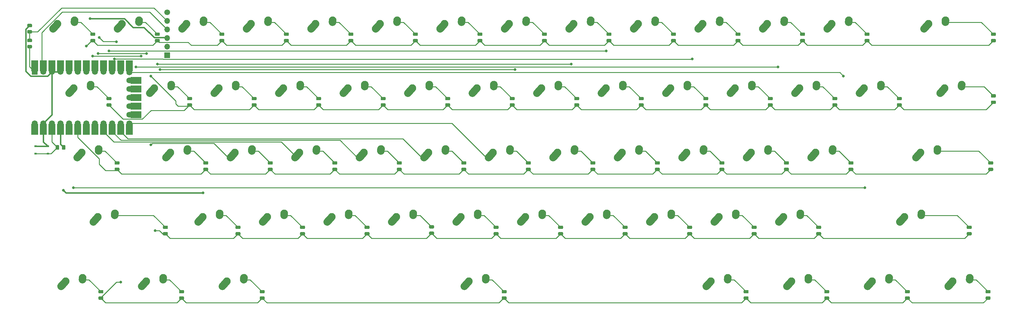
<source format=gbr>
%TF.GenerationSoftware,KiCad,Pcbnew,(5.1.9)-1*%
%TF.CreationDate,2021-02-27T14:08:49-05:00*%
%TF.ProjectId,IoT_Keyboard,496f545f-4b65-4796-926f-6172642e6b69,v1.0*%
%TF.SameCoordinates,Original*%
%TF.FileFunction,Copper,L2,Bot*%
%TF.FilePolarity,Positive*%
%FSLAX46Y46*%
G04 Gerber Fmt 4.6, Leading zero omitted, Abs format (unit mm)*
G04 Created by KiCad (PCBNEW (5.1.9)-1) date 2021-02-27 14:08:49*
%MOMM*%
%LPD*%
G01*
G04 APERTURE LIST*
%TA.AperFunction,ComponentPad*%
%ADD10C,1.700000*%
%TD*%
%TA.AperFunction,ComponentPad*%
%ADD11O,1.700000X1.700000*%
%TD*%
%TA.AperFunction,ComponentPad*%
%ADD12R,1.700000X1.700000*%
%TD*%
%TA.AperFunction,ComponentPad*%
%ADD13C,2.250000*%
%TD*%
%TA.AperFunction,SMDPad,CuDef*%
%ADD14R,3.250000X2.000000*%
%TD*%
%TA.AperFunction,SMDPad,CuDef*%
%ADD15R,2.000000X3.250000*%
%TD*%
%TA.AperFunction,ComponentPad*%
%ADD16C,1.752600*%
%TD*%
%TA.AperFunction,ComponentPad*%
%ADD17R,1.752600X1.752600*%
%TD*%
%TA.AperFunction,SMDPad,CuDef*%
%ADD18R,0.700000X0.500000*%
%TD*%
%TA.AperFunction,ViaPad*%
%ADD19C,0.800000*%
%TD*%
%TA.AperFunction,Conductor*%
%ADD20C,0.254000*%
%TD*%
%TA.AperFunction,Conductor*%
%ADD21C,0.381000*%
%TD*%
G04 APERTURE END LIST*
D10*
%TO.P,U2,6*%
%TO.N,Net-(U2-Pad6)*%
X104475000Y-41018750D03*
D11*
%TO.P,U2,5*%
%TO.N,Net-(R2-Pad1)*%
X104475000Y-43558750D03*
%TO.P,U2,4*%
%TO.N,Net-(U1-Pad2)*%
X104475000Y-46098750D03*
%TO.P,U2,3*%
%TO.N,GND*%
X104475000Y-48638750D03*
%TO.P,U2,2*%
%TO.N,Net-(R1-Pad2)*%
X104475000Y-51178750D03*
D12*
%TO.P,U2,1*%
%TO.N,Net-(U2-Pad1)*%
X104475000Y-53718750D03*
%TD*%
%TO.P,R3,1*%
%TO.N,GND*%
%TA.AperFunction,SMDPad,CuDef*%
G36*
G01*
X63443749Y-44402500D02*
X64343751Y-44402500D01*
G75*
G02*
X64593750Y-44652499I0J-249999D01*
G01*
X64593750Y-45177501D01*
G75*
G02*
X64343751Y-45427500I-249999J0D01*
G01*
X63443749Y-45427500D01*
G75*
G02*
X63193750Y-45177501I0J249999D01*
G01*
X63193750Y-44652499D01*
G75*
G02*
X63443749Y-44402500I249999J0D01*
G01*
G37*
%TD.AperFunction*%
%TO.P,R3,2*%
%TO.N,Net-(R2-Pad1)*%
%TA.AperFunction,SMDPad,CuDef*%
G36*
G01*
X63443749Y-46227500D02*
X64343751Y-46227500D01*
G75*
G02*
X64593750Y-46477499I0J-249999D01*
G01*
X64593750Y-47002501D01*
G75*
G02*
X64343751Y-47252500I-249999J0D01*
G01*
X63443749Y-47252500D01*
G75*
G02*
X63193750Y-47002501I0J249999D01*
G01*
X63193750Y-46477499D01*
G75*
G02*
X63443749Y-46227500I249999J0D01*
G01*
G37*
%TD.AperFunction*%
%TD*%
%TO.P,R2,1*%
%TO.N,Net-(R2-Pad1)*%
%TA.AperFunction,SMDPad,CuDef*%
G36*
G01*
X63443749Y-48812500D02*
X64343751Y-48812500D01*
G75*
G02*
X64593750Y-49062499I0J-249999D01*
G01*
X64593750Y-49587501D01*
G75*
G02*
X64343751Y-49837500I-249999J0D01*
G01*
X63443749Y-49837500D01*
G75*
G02*
X63193750Y-49587501I0J249999D01*
G01*
X63193750Y-49062499D01*
G75*
G02*
X63443749Y-48812500I249999J0D01*
G01*
G37*
%TD.AperFunction*%
%TO.P,R2,2*%
%TO.N,Net-(R2-Pad2)*%
%TA.AperFunction,SMDPad,CuDef*%
G36*
G01*
X63443749Y-50637500D02*
X64343751Y-50637500D01*
G75*
G02*
X64593750Y-50887499I0J-249999D01*
G01*
X64593750Y-51412501D01*
G75*
G02*
X64343751Y-51662500I-249999J0D01*
G01*
X63443749Y-51662500D01*
G75*
G02*
X63193750Y-51412501I0J249999D01*
G01*
X63193750Y-50887499D01*
G75*
G02*
X63443749Y-50637500I249999J0D01*
G01*
G37*
%TD.AperFunction*%
%TD*%
D13*
%TO.P,MX57,1*%
%TO.N,COL5*%
X193556250Y-120618750D03*
%TA.AperFunction,ComponentPad*%
G36*
G01*
X191494938Y-122916100D02*
X191494933Y-122916095D01*
G75*
G02*
X191408905Y-121327433I751317J837345D01*
G01*
X192718907Y-119867433D01*
G75*
G02*
X194307569Y-119781405I837345J-751317D01*
G01*
X194307569Y-119781405D01*
G75*
G02*
X194393597Y-121370067I-751317J-837345D01*
G01*
X193083595Y-122830067D01*
G75*
G02*
X191494933Y-122916095I-837345J751317D01*
G01*
G37*
%TD.AperFunction*%
%TO.P,MX57,2*%
%TO.N,Net-(D57-Pad2)*%
X198596250Y-119538750D03*
%TA.AperFunction,ComponentPad*%
G36*
G01*
X198479733Y-121241145D02*
X198478847Y-121241084D01*
G75*
G02*
X197433916Y-120041347I77403J1122334D01*
G01*
X197473916Y-119461347D01*
G75*
G02*
X198673653Y-118416416I1122334J-77403D01*
G01*
X198673653Y-118416416D01*
G75*
G02*
X199718584Y-119616153I-77403J-1122334D01*
G01*
X199678584Y-120196153D01*
G75*
G02*
X198478847Y-121241084I-1122334J77403D01*
G01*
G37*
%TD.AperFunction*%
%TD*%
%TO.P,MX61,1*%
%TO.N,COL13*%
X336431250Y-120618750D03*
%TA.AperFunction,ComponentPad*%
G36*
G01*
X334369938Y-122916100D02*
X334369933Y-122916095D01*
G75*
G02*
X334283905Y-121327433I751317J837345D01*
G01*
X335593907Y-119867433D01*
G75*
G02*
X337182569Y-119781405I837345J-751317D01*
G01*
X337182569Y-119781405D01*
G75*
G02*
X337268597Y-121370067I-751317J-837345D01*
G01*
X335958595Y-122830067D01*
G75*
G02*
X334369933Y-122916095I-837345J751317D01*
G01*
G37*
%TD.AperFunction*%
%TO.P,MX61,2*%
%TO.N,Net-(D61-Pad2)*%
X341471250Y-119538750D03*
%TA.AperFunction,ComponentPad*%
G36*
G01*
X341354733Y-121241145D02*
X341353847Y-121241084D01*
G75*
G02*
X340308916Y-120041347I77403J1122334D01*
G01*
X340348916Y-119461347D01*
G75*
G02*
X341548653Y-118416416I1122334J-77403D01*
G01*
X341548653Y-118416416D01*
G75*
G02*
X342593584Y-119616153I-77403J-1122334D01*
G01*
X342553584Y-120196153D01*
G75*
G02*
X341353847Y-121241084I-1122334J77403D01*
G01*
G37*
%TD.AperFunction*%
%TD*%
%TO.P,MX59,1*%
%TO.N,COL10*%
X288806250Y-120618750D03*
%TA.AperFunction,ComponentPad*%
G36*
G01*
X286744938Y-122916100D02*
X286744933Y-122916095D01*
G75*
G02*
X286658905Y-121327433I751317J837345D01*
G01*
X287968907Y-119867433D01*
G75*
G02*
X289557569Y-119781405I837345J-751317D01*
G01*
X289557569Y-119781405D01*
G75*
G02*
X289643597Y-121370067I-751317J-837345D01*
G01*
X288333595Y-122830067D01*
G75*
G02*
X286744933Y-122916095I-837345J751317D01*
G01*
G37*
%TD.AperFunction*%
%TO.P,MX59,2*%
%TO.N,Net-(D59-Pad2)*%
X293846250Y-119538750D03*
%TA.AperFunction,ComponentPad*%
G36*
G01*
X293729733Y-121241145D02*
X293728847Y-121241084D01*
G75*
G02*
X292683916Y-120041347I77403J1122334D01*
G01*
X292723916Y-119461347D01*
G75*
G02*
X293923653Y-118416416I1122334J-77403D01*
G01*
X293923653Y-118416416D01*
G75*
G02*
X294968584Y-119616153I-77403J-1122334D01*
G01*
X294928584Y-120196153D01*
G75*
G02*
X293728847Y-121241084I-1122334J77403D01*
G01*
G37*
%TD.AperFunction*%
%TD*%
%TO.P,MX54,1*%
%TO.N,COL0*%
X74493750Y-120618750D03*
%TA.AperFunction,ComponentPad*%
G36*
G01*
X72432438Y-122916100D02*
X72432433Y-122916095D01*
G75*
G02*
X72346405Y-121327433I751317J837345D01*
G01*
X73656407Y-119867433D01*
G75*
G02*
X75245069Y-119781405I837345J-751317D01*
G01*
X75245069Y-119781405D01*
G75*
G02*
X75331097Y-121370067I-751317J-837345D01*
G01*
X74021095Y-122830067D01*
G75*
G02*
X72432433Y-122916095I-837345J751317D01*
G01*
G37*
%TD.AperFunction*%
%TO.P,MX54,2*%
%TO.N,Net-(D54-Pad2)*%
X79533750Y-119538750D03*
%TA.AperFunction,ComponentPad*%
G36*
G01*
X79417233Y-121241145D02*
X79416347Y-121241084D01*
G75*
G02*
X78371416Y-120041347I77403J1122334D01*
G01*
X78411416Y-119461347D01*
G75*
G02*
X79611153Y-118416416I1122334J-77403D01*
G01*
X79611153Y-118416416D01*
G75*
G02*
X80656084Y-119616153I-77403J-1122334D01*
G01*
X80616084Y-120196153D01*
G75*
G02*
X79416347Y-121241084I-1122334J77403D01*
G01*
G37*
%TD.AperFunction*%
%TD*%
%TO.P,MX58,1*%
%TO.N,COL9*%
X264993750Y-120618750D03*
%TA.AperFunction,ComponentPad*%
G36*
G01*
X262932438Y-122916100D02*
X262932433Y-122916095D01*
G75*
G02*
X262846405Y-121327433I751317J837345D01*
G01*
X264156407Y-119867433D01*
G75*
G02*
X265745069Y-119781405I837345J-751317D01*
G01*
X265745069Y-119781405D01*
G75*
G02*
X265831097Y-121370067I-751317J-837345D01*
G01*
X264521095Y-122830067D01*
G75*
G02*
X262932433Y-122916095I-837345J751317D01*
G01*
G37*
%TD.AperFunction*%
%TO.P,MX58,2*%
%TO.N,Net-(D58-Pad2)*%
X270033750Y-119538750D03*
%TA.AperFunction,ComponentPad*%
G36*
G01*
X269917233Y-121241145D02*
X269916347Y-121241084D01*
G75*
G02*
X268871416Y-120041347I77403J1122334D01*
G01*
X268911416Y-119461347D01*
G75*
G02*
X270111153Y-118416416I1122334J-77403D01*
G01*
X270111153Y-118416416D01*
G75*
G02*
X271156084Y-119616153I-77403J-1122334D01*
G01*
X271116084Y-120196153D01*
G75*
G02*
X269916347Y-121241084I-1122334J77403D01*
G01*
G37*
%TD.AperFunction*%
%TD*%
%TO.P,MX60,1*%
%TO.N,COL12*%
X312618750Y-120618750D03*
%TA.AperFunction,ComponentPad*%
G36*
G01*
X310557438Y-122916100D02*
X310557433Y-122916095D01*
G75*
G02*
X310471405Y-121327433I751317J837345D01*
G01*
X311781407Y-119867433D01*
G75*
G02*
X313370069Y-119781405I837345J-751317D01*
G01*
X313370069Y-119781405D01*
G75*
G02*
X313456097Y-121370067I-751317J-837345D01*
G01*
X312146095Y-122830067D01*
G75*
G02*
X310557433Y-122916095I-837345J751317D01*
G01*
G37*
%TD.AperFunction*%
%TO.P,MX60,2*%
%TO.N,Net-(D60-Pad2)*%
X317658750Y-119538750D03*
%TA.AperFunction,ComponentPad*%
G36*
G01*
X317542233Y-121241145D02*
X317541347Y-121241084D01*
G75*
G02*
X316496416Y-120041347I77403J1122334D01*
G01*
X316536416Y-119461347D01*
G75*
G02*
X317736153Y-118416416I1122334J-77403D01*
G01*
X317736153Y-118416416D01*
G75*
G02*
X318781084Y-119616153I-77403J-1122334D01*
G01*
X318741084Y-120196153D01*
G75*
G02*
X317541347Y-121241084I-1122334J77403D01*
G01*
G37*
%TD.AperFunction*%
%TD*%
%TO.P,MX56,1*%
%TO.N,COL2*%
X122118750Y-120618750D03*
%TA.AperFunction,ComponentPad*%
G36*
G01*
X120057438Y-122916100D02*
X120057433Y-122916095D01*
G75*
G02*
X119971405Y-121327433I751317J837345D01*
G01*
X121281407Y-119867433D01*
G75*
G02*
X122870069Y-119781405I837345J-751317D01*
G01*
X122870069Y-119781405D01*
G75*
G02*
X122956097Y-121370067I-751317J-837345D01*
G01*
X121646095Y-122830067D01*
G75*
G02*
X120057433Y-122916095I-837345J751317D01*
G01*
G37*
%TD.AperFunction*%
%TO.P,MX56,2*%
%TO.N,Net-(D56-Pad2)*%
X127158750Y-119538750D03*
%TA.AperFunction,ComponentPad*%
G36*
G01*
X127042233Y-121241145D02*
X127041347Y-121241084D01*
G75*
G02*
X125996416Y-120041347I77403J1122334D01*
G01*
X126036416Y-119461347D01*
G75*
G02*
X127236153Y-118416416I1122334J-77403D01*
G01*
X127236153Y-118416416D01*
G75*
G02*
X128281084Y-119616153I-77403J-1122334D01*
G01*
X128241084Y-120196153D01*
G75*
G02*
X127041347Y-121241084I-1122334J77403D01*
G01*
G37*
%TD.AperFunction*%
%TD*%
%TO.P,MX55,1*%
%TO.N,COL1*%
X98306250Y-120618750D03*
%TA.AperFunction,ComponentPad*%
G36*
G01*
X96244938Y-122916100D02*
X96244933Y-122916095D01*
G75*
G02*
X96158905Y-121327433I751317J837345D01*
G01*
X97468907Y-119867433D01*
G75*
G02*
X99057569Y-119781405I837345J-751317D01*
G01*
X99057569Y-119781405D01*
G75*
G02*
X99143597Y-121370067I-751317J-837345D01*
G01*
X97833595Y-122830067D01*
G75*
G02*
X96244933Y-122916095I-837345J751317D01*
G01*
G37*
%TD.AperFunction*%
%TO.P,MX55,2*%
%TO.N,Net-(D55-Pad2)*%
X103346250Y-119538750D03*
%TA.AperFunction,ComponentPad*%
G36*
G01*
X103229733Y-121241145D02*
X103228847Y-121241084D01*
G75*
G02*
X102183916Y-120041347I77403J1122334D01*
G01*
X102223916Y-119461347D01*
G75*
G02*
X103423653Y-118416416I1122334J-77403D01*
G01*
X103423653Y-118416416D01*
G75*
G02*
X104468584Y-119616153I-77403J-1122334D01*
G01*
X104428584Y-120196153D01*
G75*
G02*
X103228847Y-121241084I-1122334J77403D01*
G01*
G37*
%TD.AperFunction*%
%TD*%
%TO.P,MX15,1*%
%TO.N,COL0*%
X76875000Y-63468750D03*
%TA.AperFunction,ComponentPad*%
G36*
G01*
X74813688Y-65766100D02*
X74813683Y-65766095D01*
G75*
G02*
X74727655Y-64177433I751317J837345D01*
G01*
X76037657Y-62717433D01*
G75*
G02*
X77626319Y-62631405I837345J-751317D01*
G01*
X77626319Y-62631405D01*
G75*
G02*
X77712347Y-64220067I-751317J-837345D01*
G01*
X76402345Y-65680067D01*
G75*
G02*
X74813683Y-65766095I-837345J751317D01*
G01*
G37*
%TD.AperFunction*%
%TO.P,MX15,2*%
%TO.N,Net-(D15-Pad2)*%
X81915000Y-62388750D03*
%TA.AperFunction,ComponentPad*%
G36*
G01*
X81798483Y-64091145D02*
X81797597Y-64091084D01*
G75*
G02*
X80752666Y-62891347I77403J1122334D01*
G01*
X80792666Y-62311347D01*
G75*
G02*
X81992403Y-61266416I1122334J-77403D01*
G01*
X81992403Y-61266416D01*
G75*
G02*
X83037334Y-62466153I-77403J-1122334D01*
G01*
X82997334Y-63046153D01*
G75*
G02*
X81797597Y-64091084I-1122334J77403D01*
G01*
G37*
%TD.AperFunction*%
%TD*%
D14*
%TO.P,U1,29*%
%TO.N,ROW3*%
X95250000Y-71278750D03*
%TO.P,U1,28*%
%TO.N,Net-(U1-Pad28)*%
X95250000Y-68738750D03*
%TO.P,U1,27*%
%TO.N,Net-(U1-Pad27)*%
X95250000Y-66198750D03*
%TO.P,U1,26*%
%TO.N,Net-(U1-Pad26)*%
X95250000Y-63658750D03*
%TO.P,U1,25*%
%TO.N,ROW4*%
X95250000Y-61118750D03*
D15*
%TO.P,U1,24*%
%TO.N,COL0*%
X65405000Y-75596750D03*
%TO.P,U1,23*%
%TO.N,GND*%
X67945000Y-75596750D03*
%TO.P,U1,22*%
%TO.N,Net-(R1-Pad1)*%
X70485000Y-75596750D03*
%TO.P,U1,21*%
%TO.N,Net-(R1-Pad2)*%
X73025000Y-75596750D03*
%TO.P,U1,20*%
%TO.N,COL13*%
X75565000Y-75596750D03*
%TO.P,U1,19*%
%TO.N,ROW2*%
X78105000Y-75596750D03*
%TO.P,U1,18*%
%TO.N,COL1*%
X80645000Y-75596750D03*
%TO.P,U1,17*%
%TO.N,COL2*%
X83185000Y-75596750D03*
%TO.P,U1,16*%
%TO.N,COL3*%
X85725000Y-75596750D03*
%TO.P,U1,15*%
%TO.N,COL4*%
X88265000Y-75596750D03*
%TO.P,U1,14*%
%TO.N,COL5*%
X90805000Y-75596750D03*
%TO.P,U1,13*%
%TO.N,COL6*%
X93345000Y-75596750D03*
%TO.P,U1,12*%
%TO.N,COL12*%
X93345000Y-56800750D03*
%TO.P,U1,11*%
%TO.N,COL11*%
X90805000Y-56800750D03*
%TO.P,U1,10*%
%TO.N,COL10*%
X88265000Y-56800750D03*
%TO.P,U1,9*%
%TO.N,COL9*%
X85725000Y-56800750D03*
%TO.P,U1,8*%
%TO.N,COL8*%
X83185000Y-56800750D03*
%TO.P,U1,7*%
%TO.N,COL7*%
X80645000Y-56800750D03*
%TO.P,U1,6*%
%TO.N,ROW1*%
X78105000Y-56800750D03*
%TO.P,U1,5*%
%TO.N,ROW0*%
X75565000Y-56800750D03*
%TO.P,U1,4*%
%TO.N,GND*%
X73025000Y-56800750D03*
%TO.P,U1,3*%
X70485000Y-56800750D03*
%TO.P,U1,2*%
%TO.N,Net-(U1-Pad2)*%
X67945000Y-56800750D03*
%TO.P,U1,1*%
%TO.N,Net-(R2-Pad2)*%
X65405000Y-56800750D03*
D16*
%TO.P,U1,25*%
%TO.N,ROW4*%
X93345000Y-61118750D03*
%TO.P,U1,26*%
%TO.N,Net-(U1-Pad26)*%
X93345000Y-63658750D03*
%TO.P,U1,27*%
%TO.N,Net-(U1-Pad27)*%
X93345000Y-66198750D03*
%TO.P,U1,28*%
%TO.N,Net-(U1-Pad28)*%
X93345000Y-68738750D03*
%TO.P,U1,29*%
%TO.N,ROW3*%
X93345000Y-71278750D03*
%TO.P,U1,24*%
%TO.N,COL0*%
X65405000Y-73818750D03*
%TO.P,U1,12*%
%TO.N,COL12*%
X93345000Y-58807350D03*
%TO.P,U1,23*%
%TO.N,GND*%
X67945000Y-73818750D03*
%TO.P,U1,22*%
%TO.N,Net-(R1-Pad1)*%
X70485000Y-73818750D03*
%TO.P,U1,21*%
%TO.N,Net-(R1-Pad2)*%
X73025000Y-73818750D03*
%TO.P,U1,20*%
%TO.N,COL13*%
X75565000Y-73818750D03*
%TO.P,U1,19*%
%TO.N,ROW2*%
X78105000Y-73818750D03*
%TO.P,U1,18*%
%TO.N,COL1*%
X80645000Y-73818750D03*
%TO.P,U1,17*%
%TO.N,COL2*%
X83185000Y-73818750D03*
%TO.P,U1,16*%
%TO.N,COL3*%
X85725000Y-73818750D03*
%TO.P,U1,15*%
%TO.N,COL4*%
X88265000Y-73818750D03*
%TO.P,U1,14*%
%TO.N,COL5*%
X90805000Y-73818750D03*
%TO.P,U1,13*%
%TO.N,COL6*%
X93345000Y-73818750D03*
%TO.P,U1,11*%
%TO.N,COL11*%
X90805000Y-58578750D03*
%TO.P,U1,10*%
%TO.N,COL10*%
X88265000Y-58578750D03*
%TO.P,U1,9*%
%TO.N,COL9*%
X85725000Y-58578750D03*
%TO.P,U1,8*%
%TO.N,COL8*%
X83185000Y-58578750D03*
%TO.P,U1,7*%
%TO.N,COL7*%
X80645000Y-58578750D03*
%TO.P,U1,6*%
%TO.N,ROW1*%
X78105000Y-58578750D03*
%TO.P,U1,5*%
%TO.N,ROW0*%
X75565000Y-58578750D03*
%TO.P,U1,4*%
%TO.N,GND*%
X73025000Y-58578750D03*
%TO.P,U1,3*%
X70485000Y-58578750D03*
%TO.P,U1,2*%
%TO.N,Net-(U1-Pad2)*%
X67945000Y-58578750D03*
D17*
%TO.P,U1,1*%
%TO.N,Net-(R2-Pad2)*%
X65405000Y-58578750D03*
%TD*%
D13*
%TO.P,MX53,1*%
%TO.N,COL13*%
X322143750Y-101568750D03*
%TA.AperFunction,ComponentPad*%
G36*
G01*
X320082438Y-103866100D02*
X320082433Y-103866095D01*
G75*
G02*
X319996405Y-102277433I751317J837345D01*
G01*
X321306407Y-100817433D01*
G75*
G02*
X322895069Y-100731405I837345J-751317D01*
G01*
X322895069Y-100731405D01*
G75*
G02*
X322981097Y-102320067I-751317J-837345D01*
G01*
X321671095Y-103780067D01*
G75*
G02*
X320082433Y-103866095I-837345J751317D01*
G01*
G37*
%TD.AperFunction*%
%TO.P,MX53,2*%
%TO.N,Net-(D53-Pad2)*%
X327183750Y-100488750D03*
%TA.AperFunction,ComponentPad*%
G36*
G01*
X327067233Y-102191145D02*
X327066347Y-102191084D01*
G75*
G02*
X326021416Y-100991347I77403J1122334D01*
G01*
X326061416Y-100411347D01*
G75*
G02*
X327261153Y-99366416I1122334J-77403D01*
G01*
X327261153Y-99366416D01*
G75*
G02*
X328306084Y-100566153I-77403J-1122334D01*
G01*
X328266084Y-101146153D01*
G75*
G02*
X327066347Y-102191084I-1122334J77403D01*
G01*
G37*
%TD.AperFunction*%
%TD*%
%TO.P,MX42,1*%
%TO.N,COL0*%
X84018750Y-101568750D03*
%TA.AperFunction,ComponentPad*%
G36*
G01*
X81957438Y-103866100D02*
X81957433Y-103866095D01*
G75*
G02*
X81871405Y-102277433I751317J837345D01*
G01*
X83181407Y-100817433D01*
G75*
G02*
X84770069Y-100731405I837345J-751317D01*
G01*
X84770069Y-100731405D01*
G75*
G02*
X84856097Y-102320067I-751317J-837345D01*
G01*
X83546095Y-103780067D01*
G75*
G02*
X81957433Y-103866095I-837345J751317D01*
G01*
G37*
%TD.AperFunction*%
%TO.P,MX42,2*%
%TO.N,Net-(D42-Pad2)*%
X89058750Y-100488750D03*
%TA.AperFunction,ComponentPad*%
G36*
G01*
X88942233Y-102191145D02*
X88941347Y-102191084D01*
G75*
G02*
X87896416Y-100991347I77403J1122334D01*
G01*
X87936416Y-100411347D01*
G75*
G02*
X89136153Y-99366416I1122334J-77403D01*
G01*
X89136153Y-99366416D01*
G75*
G02*
X90181084Y-100566153I-77403J-1122334D01*
G01*
X90141084Y-101146153D01*
G75*
G02*
X88941347Y-102191084I-1122334J77403D01*
G01*
G37*
%TD.AperFunction*%
%TD*%
%TO.P,MX41,1*%
%TO.N,COL13*%
X326906250Y-82518750D03*
%TA.AperFunction,ComponentPad*%
G36*
G01*
X324844938Y-84816100D02*
X324844933Y-84816095D01*
G75*
G02*
X324758905Y-83227433I751317J837345D01*
G01*
X326068907Y-81767433D01*
G75*
G02*
X327657569Y-81681405I837345J-751317D01*
G01*
X327657569Y-81681405D01*
G75*
G02*
X327743597Y-83270067I-751317J-837345D01*
G01*
X326433595Y-84730067D01*
G75*
G02*
X324844933Y-84816095I-837345J751317D01*
G01*
G37*
%TD.AperFunction*%
%TO.P,MX41,2*%
%TO.N,Net-(D41-Pad2)*%
X331946250Y-81438750D03*
%TA.AperFunction,ComponentPad*%
G36*
G01*
X331829733Y-83141145D02*
X331828847Y-83141084D01*
G75*
G02*
X330783916Y-81941347I77403J1122334D01*
G01*
X330823916Y-81361347D01*
G75*
G02*
X332023653Y-80316416I1122334J-77403D01*
G01*
X332023653Y-80316416D01*
G75*
G02*
X333068584Y-81516153I-77403J-1122334D01*
G01*
X333028584Y-82096153D01*
G75*
G02*
X331828847Y-83141084I-1122334J77403D01*
G01*
G37*
%TD.AperFunction*%
%TD*%
%TO.P,MX29,1*%
%TO.N,COL0*%
X79256250Y-82518750D03*
%TA.AperFunction,ComponentPad*%
G36*
G01*
X77194938Y-84816100D02*
X77194933Y-84816095D01*
G75*
G02*
X77108905Y-83227433I751317J837345D01*
G01*
X78418907Y-81767433D01*
G75*
G02*
X80007569Y-81681405I837345J-751317D01*
G01*
X80007569Y-81681405D01*
G75*
G02*
X80093597Y-83270067I-751317J-837345D01*
G01*
X78783595Y-84730067D01*
G75*
G02*
X77194933Y-84816095I-837345J751317D01*
G01*
G37*
%TD.AperFunction*%
%TO.P,MX29,2*%
%TO.N,Net-(D29-Pad2)*%
X84296250Y-81438750D03*
%TA.AperFunction,ComponentPad*%
G36*
G01*
X84179733Y-83141145D02*
X84178847Y-83141084D01*
G75*
G02*
X83133916Y-81941347I77403J1122334D01*
G01*
X83173916Y-81361347D01*
G75*
G02*
X84373653Y-80316416I1122334J-77403D01*
G01*
X84373653Y-80316416D01*
G75*
G02*
X85418584Y-81516153I-77403J-1122334D01*
G01*
X85378584Y-82096153D01*
G75*
G02*
X84178847Y-83141084I-1122334J77403D01*
G01*
G37*
%TD.AperFunction*%
%TD*%
%TO.P,MX28,1*%
%TO.N,COL13*%
X334050000Y-63468750D03*
%TA.AperFunction,ComponentPad*%
G36*
G01*
X331988688Y-65766100D02*
X331988683Y-65766095D01*
G75*
G02*
X331902655Y-64177433I751317J837345D01*
G01*
X333212657Y-62717433D01*
G75*
G02*
X334801319Y-62631405I837345J-751317D01*
G01*
X334801319Y-62631405D01*
G75*
G02*
X334887347Y-64220067I-751317J-837345D01*
G01*
X333577345Y-65680067D01*
G75*
G02*
X331988683Y-65766095I-837345J751317D01*
G01*
G37*
%TD.AperFunction*%
%TO.P,MX28,2*%
%TO.N,Net-(D28-Pad2)*%
X339090000Y-62388750D03*
%TA.AperFunction,ComponentPad*%
G36*
G01*
X338973483Y-64091145D02*
X338972597Y-64091084D01*
G75*
G02*
X337927666Y-62891347I77403J1122334D01*
G01*
X337967666Y-62311347D01*
G75*
G02*
X339167403Y-61266416I1122334J-77403D01*
G01*
X339167403Y-61266416D01*
G75*
G02*
X340212334Y-62466153I-77403J-1122334D01*
G01*
X340172334Y-63046153D01*
G75*
G02*
X338972597Y-64091084I-1122334J77403D01*
G01*
G37*
%TD.AperFunction*%
%TD*%
%TO.P,MX14,1*%
%TO.N,COL13*%
X329287500Y-44418750D03*
%TA.AperFunction,ComponentPad*%
G36*
G01*
X327226188Y-46716100D02*
X327226183Y-46716095D01*
G75*
G02*
X327140155Y-45127433I751317J837345D01*
G01*
X328450157Y-43667433D01*
G75*
G02*
X330038819Y-43581405I837345J-751317D01*
G01*
X330038819Y-43581405D01*
G75*
G02*
X330124847Y-45170067I-751317J-837345D01*
G01*
X328814845Y-46630067D01*
G75*
G02*
X327226183Y-46716095I-837345J751317D01*
G01*
G37*
%TD.AperFunction*%
%TO.P,MX14,2*%
%TO.N,Net-(D14-Pad2)*%
X334327500Y-43338750D03*
%TA.AperFunction,ComponentPad*%
G36*
G01*
X334210983Y-45041145D02*
X334210097Y-45041084D01*
G75*
G02*
X333165166Y-43841347I77403J1122334D01*
G01*
X333205166Y-43261347D01*
G75*
G02*
X334404903Y-42216416I1122334J-77403D01*
G01*
X334404903Y-42216416D01*
G75*
G02*
X335449834Y-43416153I-77403J-1122334D01*
G01*
X335409834Y-43996153D01*
G75*
G02*
X334210097Y-45041084I-1122334J77403D01*
G01*
G37*
%TD.AperFunction*%
%TD*%
D18*
%TO.P,SW1,2*%
%TO.N,GND*%
X69268750Y-80656250D03*
X65668750Y-80656250D03*
%TO.P,SW1,1*%
%TO.N,Net-(R1-Pad1)*%
X69268750Y-82856250D03*
X65668750Y-82856250D03*
%TD*%
%TO.P,R1,2*%
%TO.N,Net-(R1-Pad2)*%
%TA.AperFunction,SMDPad,CuDef*%
G36*
G01*
X73425000Y-81412501D02*
X73425000Y-80512499D01*
G75*
G02*
X73674999Y-80262500I249999J0D01*
G01*
X74200001Y-80262500D01*
G75*
G02*
X74450000Y-80512499I0J-249999D01*
G01*
X74450000Y-81412501D01*
G75*
G02*
X74200001Y-81662500I-249999J0D01*
G01*
X73674999Y-81662500D01*
G75*
G02*
X73425000Y-81412501I0J249999D01*
G01*
G37*
%TD.AperFunction*%
%TO.P,R1,1*%
%TO.N,Net-(R1-Pad1)*%
%TA.AperFunction,SMDPad,CuDef*%
G36*
G01*
X71600000Y-81412501D02*
X71600000Y-80512499D01*
G75*
G02*
X71849999Y-80262500I249999J0D01*
G01*
X72375001Y-80262500D01*
G75*
G02*
X72625000Y-80512499I0J-249999D01*
G01*
X72625000Y-81412501D01*
G75*
G02*
X72375001Y-81662500I-249999J0D01*
G01*
X71849999Y-81662500D01*
G75*
G02*
X71600000Y-81412501I0J249999D01*
G01*
G37*
%TD.AperFunction*%
%TD*%
D13*
%TO.P,MX52,1*%
%TO.N,COL10*%
X286425000Y-101568750D03*
%TA.AperFunction,ComponentPad*%
G36*
G01*
X284363688Y-103866100D02*
X284363683Y-103866095D01*
G75*
G02*
X284277655Y-102277433I751317J837345D01*
G01*
X285587657Y-100817433D01*
G75*
G02*
X287176319Y-100731405I837345J-751317D01*
G01*
X287176319Y-100731405D01*
G75*
G02*
X287262347Y-102320067I-751317J-837345D01*
G01*
X285952345Y-103780067D01*
G75*
G02*
X284363683Y-103866095I-837345J751317D01*
G01*
G37*
%TD.AperFunction*%
%TO.P,MX52,2*%
%TO.N,Net-(D52-Pad2)*%
X291465000Y-100488750D03*
%TA.AperFunction,ComponentPad*%
G36*
G01*
X291348483Y-102191145D02*
X291347597Y-102191084D01*
G75*
G02*
X290302666Y-100991347I77403J1122334D01*
G01*
X290342666Y-100411347D01*
G75*
G02*
X291542403Y-99366416I1122334J-77403D01*
G01*
X291542403Y-99366416D01*
G75*
G02*
X292587334Y-100566153I-77403J-1122334D01*
G01*
X292547334Y-101146153D01*
G75*
G02*
X291347597Y-102191084I-1122334J77403D01*
G01*
G37*
%TD.AperFunction*%
%TD*%
%TO.P,MX51,1*%
%TO.N,COL9*%
X267375000Y-101568750D03*
%TA.AperFunction,ComponentPad*%
G36*
G01*
X265313688Y-103866100D02*
X265313683Y-103866095D01*
G75*
G02*
X265227655Y-102277433I751317J837345D01*
G01*
X266537657Y-100817433D01*
G75*
G02*
X268126319Y-100731405I837345J-751317D01*
G01*
X268126319Y-100731405D01*
G75*
G02*
X268212347Y-102320067I-751317J-837345D01*
G01*
X266902345Y-103780067D01*
G75*
G02*
X265313683Y-103866095I-837345J751317D01*
G01*
G37*
%TD.AperFunction*%
%TO.P,MX51,2*%
%TO.N,Net-(D51-Pad2)*%
X272415000Y-100488750D03*
%TA.AperFunction,ComponentPad*%
G36*
G01*
X272298483Y-102191145D02*
X272297597Y-102191084D01*
G75*
G02*
X271252666Y-100991347I77403J1122334D01*
G01*
X271292666Y-100411347D01*
G75*
G02*
X272492403Y-99366416I1122334J-77403D01*
G01*
X272492403Y-99366416D01*
G75*
G02*
X273537334Y-100566153I-77403J-1122334D01*
G01*
X273497334Y-101146153D01*
G75*
G02*
X272297597Y-102191084I-1122334J77403D01*
G01*
G37*
%TD.AperFunction*%
%TD*%
%TO.P,MX50,1*%
%TO.N,COL8*%
X248325000Y-101568750D03*
%TA.AperFunction,ComponentPad*%
G36*
G01*
X246263688Y-103866100D02*
X246263683Y-103866095D01*
G75*
G02*
X246177655Y-102277433I751317J837345D01*
G01*
X247487657Y-100817433D01*
G75*
G02*
X249076319Y-100731405I837345J-751317D01*
G01*
X249076319Y-100731405D01*
G75*
G02*
X249162347Y-102320067I-751317J-837345D01*
G01*
X247852345Y-103780067D01*
G75*
G02*
X246263683Y-103866095I-837345J751317D01*
G01*
G37*
%TD.AperFunction*%
%TO.P,MX50,2*%
%TO.N,Net-(D50-Pad2)*%
X253365000Y-100488750D03*
%TA.AperFunction,ComponentPad*%
G36*
G01*
X253248483Y-102191145D02*
X253247597Y-102191084D01*
G75*
G02*
X252202666Y-100991347I77403J1122334D01*
G01*
X252242666Y-100411347D01*
G75*
G02*
X253442403Y-99366416I1122334J-77403D01*
G01*
X253442403Y-99366416D01*
G75*
G02*
X254487334Y-100566153I-77403J-1122334D01*
G01*
X254447334Y-101146153D01*
G75*
G02*
X253247597Y-102191084I-1122334J77403D01*
G01*
G37*
%TD.AperFunction*%
%TD*%
%TO.P,MX49,1*%
%TO.N,COL7*%
X229275000Y-101568750D03*
%TA.AperFunction,ComponentPad*%
G36*
G01*
X227213688Y-103866100D02*
X227213683Y-103866095D01*
G75*
G02*
X227127655Y-102277433I751317J837345D01*
G01*
X228437657Y-100817433D01*
G75*
G02*
X230026319Y-100731405I837345J-751317D01*
G01*
X230026319Y-100731405D01*
G75*
G02*
X230112347Y-102320067I-751317J-837345D01*
G01*
X228802345Y-103780067D01*
G75*
G02*
X227213683Y-103866095I-837345J751317D01*
G01*
G37*
%TD.AperFunction*%
%TO.P,MX49,2*%
%TO.N,Net-(D49-Pad2)*%
X234315000Y-100488750D03*
%TA.AperFunction,ComponentPad*%
G36*
G01*
X234198483Y-102191145D02*
X234197597Y-102191084D01*
G75*
G02*
X233152666Y-100991347I77403J1122334D01*
G01*
X233192666Y-100411347D01*
G75*
G02*
X234392403Y-99366416I1122334J-77403D01*
G01*
X234392403Y-99366416D01*
G75*
G02*
X235437334Y-100566153I-77403J-1122334D01*
G01*
X235397334Y-101146153D01*
G75*
G02*
X234197597Y-102191084I-1122334J77403D01*
G01*
G37*
%TD.AperFunction*%
%TD*%
%TO.P,MX48,1*%
%TO.N,COL6*%
X210225000Y-101568750D03*
%TA.AperFunction,ComponentPad*%
G36*
G01*
X208163688Y-103866100D02*
X208163683Y-103866095D01*
G75*
G02*
X208077655Y-102277433I751317J837345D01*
G01*
X209387657Y-100817433D01*
G75*
G02*
X210976319Y-100731405I837345J-751317D01*
G01*
X210976319Y-100731405D01*
G75*
G02*
X211062347Y-102320067I-751317J-837345D01*
G01*
X209752345Y-103780067D01*
G75*
G02*
X208163683Y-103866095I-837345J751317D01*
G01*
G37*
%TD.AperFunction*%
%TO.P,MX48,2*%
%TO.N,Net-(D48-Pad2)*%
X215265000Y-100488750D03*
%TA.AperFunction,ComponentPad*%
G36*
G01*
X215148483Y-102191145D02*
X215147597Y-102191084D01*
G75*
G02*
X214102666Y-100991347I77403J1122334D01*
G01*
X214142666Y-100411347D01*
G75*
G02*
X215342403Y-99366416I1122334J-77403D01*
G01*
X215342403Y-99366416D01*
G75*
G02*
X216387334Y-100566153I-77403J-1122334D01*
G01*
X216347334Y-101146153D01*
G75*
G02*
X215147597Y-102191084I-1122334J77403D01*
G01*
G37*
%TD.AperFunction*%
%TD*%
%TO.P,MX47,1*%
%TO.N,COL5*%
X191175000Y-101568750D03*
%TA.AperFunction,ComponentPad*%
G36*
G01*
X189113688Y-103866100D02*
X189113683Y-103866095D01*
G75*
G02*
X189027655Y-102277433I751317J837345D01*
G01*
X190337657Y-100817433D01*
G75*
G02*
X191926319Y-100731405I837345J-751317D01*
G01*
X191926319Y-100731405D01*
G75*
G02*
X192012347Y-102320067I-751317J-837345D01*
G01*
X190702345Y-103780067D01*
G75*
G02*
X189113683Y-103866095I-837345J751317D01*
G01*
G37*
%TD.AperFunction*%
%TO.P,MX47,2*%
%TO.N,Net-(D47-Pad2)*%
X196215000Y-100488750D03*
%TA.AperFunction,ComponentPad*%
G36*
G01*
X196098483Y-102191145D02*
X196097597Y-102191084D01*
G75*
G02*
X195052666Y-100991347I77403J1122334D01*
G01*
X195092666Y-100411347D01*
G75*
G02*
X196292403Y-99366416I1122334J-77403D01*
G01*
X196292403Y-99366416D01*
G75*
G02*
X197337334Y-100566153I-77403J-1122334D01*
G01*
X197297334Y-101146153D01*
G75*
G02*
X196097597Y-102191084I-1122334J77403D01*
G01*
G37*
%TD.AperFunction*%
%TD*%
%TO.P,MX46,1*%
%TO.N,COL4*%
X172125000Y-101568750D03*
%TA.AperFunction,ComponentPad*%
G36*
G01*
X170063688Y-103866100D02*
X170063683Y-103866095D01*
G75*
G02*
X169977655Y-102277433I751317J837345D01*
G01*
X171287657Y-100817433D01*
G75*
G02*
X172876319Y-100731405I837345J-751317D01*
G01*
X172876319Y-100731405D01*
G75*
G02*
X172962347Y-102320067I-751317J-837345D01*
G01*
X171652345Y-103780067D01*
G75*
G02*
X170063683Y-103866095I-837345J751317D01*
G01*
G37*
%TD.AperFunction*%
%TO.P,MX46,2*%
%TO.N,Net-(D46-Pad2)*%
X177165000Y-100488750D03*
%TA.AperFunction,ComponentPad*%
G36*
G01*
X177048483Y-102191145D02*
X177047597Y-102191084D01*
G75*
G02*
X176002666Y-100991347I77403J1122334D01*
G01*
X176042666Y-100411347D01*
G75*
G02*
X177242403Y-99366416I1122334J-77403D01*
G01*
X177242403Y-99366416D01*
G75*
G02*
X178287334Y-100566153I-77403J-1122334D01*
G01*
X178247334Y-101146153D01*
G75*
G02*
X177047597Y-102191084I-1122334J77403D01*
G01*
G37*
%TD.AperFunction*%
%TD*%
%TO.P,MX45,1*%
%TO.N,COL3*%
X153075000Y-101568750D03*
%TA.AperFunction,ComponentPad*%
G36*
G01*
X151013688Y-103866100D02*
X151013683Y-103866095D01*
G75*
G02*
X150927655Y-102277433I751317J837345D01*
G01*
X152237657Y-100817433D01*
G75*
G02*
X153826319Y-100731405I837345J-751317D01*
G01*
X153826319Y-100731405D01*
G75*
G02*
X153912347Y-102320067I-751317J-837345D01*
G01*
X152602345Y-103780067D01*
G75*
G02*
X151013683Y-103866095I-837345J751317D01*
G01*
G37*
%TD.AperFunction*%
%TO.P,MX45,2*%
%TO.N,Net-(D45-Pad2)*%
X158115000Y-100488750D03*
%TA.AperFunction,ComponentPad*%
G36*
G01*
X157998483Y-102191145D02*
X157997597Y-102191084D01*
G75*
G02*
X156952666Y-100991347I77403J1122334D01*
G01*
X156992666Y-100411347D01*
G75*
G02*
X158192403Y-99366416I1122334J-77403D01*
G01*
X158192403Y-99366416D01*
G75*
G02*
X159237334Y-100566153I-77403J-1122334D01*
G01*
X159197334Y-101146153D01*
G75*
G02*
X157997597Y-102191084I-1122334J77403D01*
G01*
G37*
%TD.AperFunction*%
%TD*%
%TO.P,MX44,1*%
%TO.N,COL2*%
X134025000Y-101568750D03*
%TA.AperFunction,ComponentPad*%
G36*
G01*
X131963688Y-103866100D02*
X131963683Y-103866095D01*
G75*
G02*
X131877655Y-102277433I751317J837345D01*
G01*
X133187657Y-100817433D01*
G75*
G02*
X134776319Y-100731405I837345J-751317D01*
G01*
X134776319Y-100731405D01*
G75*
G02*
X134862347Y-102320067I-751317J-837345D01*
G01*
X133552345Y-103780067D01*
G75*
G02*
X131963683Y-103866095I-837345J751317D01*
G01*
G37*
%TD.AperFunction*%
%TO.P,MX44,2*%
%TO.N,Net-(D44-Pad2)*%
X139065000Y-100488750D03*
%TA.AperFunction,ComponentPad*%
G36*
G01*
X138948483Y-102191145D02*
X138947597Y-102191084D01*
G75*
G02*
X137902666Y-100991347I77403J1122334D01*
G01*
X137942666Y-100411347D01*
G75*
G02*
X139142403Y-99366416I1122334J-77403D01*
G01*
X139142403Y-99366416D01*
G75*
G02*
X140187334Y-100566153I-77403J-1122334D01*
G01*
X140147334Y-101146153D01*
G75*
G02*
X138947597Y-102191084I-1122334J77403D01*
G01*
G37*
%TD.AperFunction*%
%TD*%
%TO.P,MX43,1*%
%TO.N,COL1*%
X114975000Y-101568750D03*
%TA.AperFunction,ComponentPad*%
G36*
G01*
X112913688Y-103866100D02*
X112913683Y-103866095D01*
G75*
G02*
X112827655Y-102277433I751317J837345D01*
G01*
X114137657Y-100817433D01*
G75*
G02*
X115726319Y-100731405I837345J-751317D01*
G01*
X115726319Y-100731405D01*
G75*
G02*
X115812347Y-102320067I-751317J-837345D01*
G01*
X114502345Y-103780067D01*
G75*
G02*
X112913683Y-103866095I-837345J751317D01*
G01*
G37*
%TD.AperFunction*%
%TO.P,MX43,2*%
%TO.N,Net-(D43-Pad2)*%
X120015000Y-100488750D03*
%TA.AperFunction,ComponentPad*%
G36*
G01*
X119898483Y-102191145D02*
X119897597Y-102191084D01*
G75*
G02*
X118852666Y-100991347I77403J1122334D01*
G01*
X118892666Y-100411347D01*
G75*
G02*
X120092403Y-99366416I1122334J-77403D01*
G01*
X120092403Y-99366416D01*
G75*
G02*
X121137334Y-100566153I-77403J-1122334D01*
G01*
X121097334Y-101146153D01*
G75*
G02*
X119897597Y-102191084I-1122334J77403D01*
G01*
G37*
%TD.AperFunction*%
%TD*%
%TO.P,MX40,1*%
%TO.N,COL11*%
X295950000Y-82518750D03*
%TA.AperFunction,ComponentPad*%
G36*
G01*
X293888688Y-84816100D02*
X293888683Y-84816095D01*
G75*
G02*
X293802655Y-83227433I751317J837345D01*
G01*
X295112657Y-81767433D01*
G75*
G02*
X296701319Y-81681405I837345J-751317D01*
G01*
X296701319Y-81681405D01*
G75*
G02*
X296787347Y-83270067I-751317J-837345D01*
G01*
X295477345Y-84730067D01*
G75*
G02*
X293888683Y-84816095I-837345J751317D01*
G01*
G37*
%TD.AperFunction*%
%TO.P,MX40,2*%
%TO.N,Net-(D40-Pad2)*%
X300990000Y-81438750D03*
%TA.AperFunction,ComponentPad*%
G36*
G01*
X300873483Y-83141145D02*
X300872597Y-83141084D01*
G75*
G02*
X299827666Y-81941347I77403J1122334D01*
G01*
X299867666Y-81361347D01*
G75*
G02*
X301067403Y-80316416I1122334J-77403D01*
G01*
X301067403Y-80316416D01*
G75*
G02*
X302112334Y-81516153I-77403J-1122334D01*
G01*
X302072334Y-82096153D01*
G75*
G02*
X300872597Y-83141084I-1122334J77403D01*
G01*
G37*
%TD.AperFunction*%
%TD*%
%TO.P,MX39,1*%
%TO.N,COL10*%
X276900000Y-82518750D03*
%TA.AperFunction,ComponentPad*%
G36*
G01*
X274838688Y-84816100D02*
X274838683Y-84816095D01*
G75*
G02*
X274752655Y-83227433I751317J837345D01*
G01*
X276062657Y-81767433D01*
G75*
G02*
X277651319Y-81681405I837345J-751317D01*
G01*
X277651319Y-81681405D01*
G75*
G02*
X277737347Y-83270067I-751317J-837345D01*
G01*
X276427345Y-84730067D01*
G75*
G02*
X274838683Y-84816095I-837345J751317D01*
G01*
G37*
%TD.AperFunction*%
%TO.P,MX39,2*%
%TO.N,Net-(D39-Pad2)*%
X281940000Y-81438750D03*
%TA.AperFunction,ComponentPad*%
G36*
G01*
X281823483Y-83141145D02*
X281822597Y-83141084D01*
G75*
G02*
X280777666Y-81941347I77403J1122334D01*
G01*
X280817666Y-81361347D01*
G75*
G02*
X282017403Y-80316416I1122334J-77403D01*
G01*
X282017403Y-80316416D01*
G75*
G02*
X283062334Y-81516153I-77403J-1122334D01*
G01*
X283022334Y-82096153D01*
G75*
G02*
X281822597Y-83141084I-1122334J77403D01*
G01*
G37*
%TD.AperFunction*%
%TD*%
%TO.P,MX38,1*%
%TO.N,COL9*%
X257850000Y-82518750D03*
%TA.AperFunction,ComponentPad*%
G36*
G01*
X255788688Y-84816100D02*
X255788683Y-84816095D01*
G75*
G02*
X255702655Y-83227433I751317J837345D01*
G01*
X257012657Y-81767433D01*
G75*
G02*
X258601319Y-81681405I837345J-751317D01*
G01*
X258601319Y-81681405D01*
G75*
G02*
X258687347Y-83270067I-751317J-837345D01*
G01*
X257377345Y-84730067D01*
G75*
G02*
X255788683Y-84816095I-837345J751317D01*
G01*
G37*
%TD.AperFunction*%
%TO.P,MX38,2*%
%TO.N,Net-(D38-Pad2)*%
X262890000Y-81438750D03*
%TA.AperFunction,ComponentPad*%
G36*
G01*
X262773483Y-83141145D02*
X262772597Y-83141084D01*
G75*
G02*
X261727666Y-81941347I77403J1122334D01*
G01*
X261767666Y-81361347D01*
G75*
G02*
X262967403Y-80316416I1122334J-77403D01*
G01*
X262967403Y-80316416D01*
G75*
G02*
X264012334Y-81516153I-77403J-1122334D01*
G01*
X263972334Y-82096153D01*
G75*
G02*
X262772597Y-83141084I-1122334J77403D01*
G01*
G37*
%TD.AperFunction*%
%TD*%
%TO.P,MX37,1*%
%TO.N,COL8*%
X238800000Y-82518750D03*
%TA.AperFunction,ComponentPad*%
G36*
G01*
X236738688Y-84816100D02*
X236738683Y-84816095D01*
G75*
G02*
X236652655Y-83227433I751317J837345D01*
G01*
X237962657Y-81767433D01*
G75*
G02*
X239551319Y-81681405I837345J-751317D01*
G01*
X239551319Y-81681405D01*
G75*
G02*
X239637347Y-83270067I-751317J-837345D01*
G01*
X238327345Y-84730067D01*
G75*
G02*
X236738683Y-84816095I-837345J751317D01*
G01*
G37*
%TD.AperFunction*%
%TO.P,MX37,2*%
%TO.N,Net-(D37-Pad2)*%
X243840000Y-81438750D03*
%TA.AperFunction,ComponentPad*%
G36*
G01*
X243723483Y-83141145D02*
X243722597Y-83141084D01*
G75*
G02*
X242677666Y-81941347I77403J1122334D01*
G01*
X242717666Y-81361347D01*
G75*
G02*
X243917403Y-80316416I1122334J-77403D01*
G01*
X243917403Y-80316416D01*
G75*
G02*
X244962334Y-81516153I-77403J-1122334D01*
G01*
X244922334Y-82096153D01*
G75*
G02*
X243722597Y-83141084I-1122334J77403D01*
G01*
G37*
%TD.AperFunction*%
%TD*%
%TO.P,MX36,1*%
%TO.N,COL7*%
X219750000Y-82518750D03*
%TA.AperFunction,ComponentPad*%
G36*
G01*
X217688688Y-84816100D02*
X217688683Y-84816095D01*
G75*
G02*
X217602655Y-83227433I751317J837345D01*
G01*
X218912657Y-81767433D01*
G75*
G02*
X220501319Y-81681405I837345J-751317D01*
G01*
X220501319Y-81681405D01*
G75*
G02*
X220587347Y-83270067I-751317J-837345D01*
G01*
X219277345Y-84730067D01*
G75*
G02*
X217688683Y-84816095I-837345J751317D01*
G01*
G37*
%TD.AperFunction*%
%TO.P,MX36,2*%
%TO.N,Net-(D36-Pad2)*%
X224790000Y-81438750D03*
%TA.AperFunction,ComponentPad*%
G36*
G01*
X224673483Y-83141145D02*
X224672597Y-83141084D01*
G75*
G02*
X223627666Y-81941347I77403J1122334D01*
G01*
X223667666Y-81361347D01*
G75*
G02*
X224867403Y-80316416I1122334J-77403D01*
G01*
X224867403Y-80316416D01*
G75*
G02*
X225912334Y-81516153I-77403J-1122334D01*
G01*
X225872334Y-82096153D01*
G75*
G02*
X224672597Y-83141084I-1122334J77403D01*
G01*
G37*
%TD.AperFunction*%
%TD*%
%TO.P,MX35,1*%
%TO.N,COL6*%
X200700000Y-82518750D03*
%TA.AperFunction,ComponentPad*%
G36*
G01*
X198638688Y-84816100D02*
X198638683Y-84816095D01*
G75*
G02*
X198552655Y-83227433I751317J837345D01*
G01*
X199862657Y-81767433D01*
G75*
G02*
X201451319Y-81681405I837345J-751317D01*
G01*
X201451319Y-81681405D01*
G75*
G02*
X201537347Y-83270067I-751317J-837345D01*
G01*
X200227345Y-84730067D01*
G75*
G02*
X198638683Y-84816095I-837345J751317D01*
G01*
G37*
%TD.AperFunction*%
%TO.P,MX35,2*%
%TO.N,Net-(D35-Pad2)*%
X205740000Y-81438750D03*
%TA.AperFunction,ComponentPad*%
G36*
G01*
X205623483Y-83141145D02*
X205622597Y-83141084D01*
G75*
G02*
X204577666Y-81941347I77403J1122334D01*
G01*
X204617666Y-81361347D01*
G75*
G02*
X205817403Y-80316416I1122334J-77403D01*
G01*
X205817403Y-80316416D01*
G75*
G02*
X206862334Y-81516153I-77403J-1122334D01*
G01*
X206822334Y-82096153D01*
G75*
G02*
X205622597Y-83141084I-1122334J77403D01*
G01*
G37*
%TD.AperFunction*%
%TD*%
%TO.P,MX34,1*%
%TO.N,COL5*%
X181650000Y-82518750D03*
%TA.AperFunction,ComponentPad*%
G36*
G01*
X179588688Y-84816100D02*
X179588683Y-84816095D01*
G75*
G02*
X179502655Y-83227433I751317J837345D01*
G01*
X180812657Y-81767433D01*
G75*
G02*
X182401319Y-81681405I837345J-751317D01*
G01*
X182401319Y-81681405D01*
G75*
G02*
X182487347Y-83270067I-751317J-837345D01*
G01*
X181177345Y-84730067D01*
G75*
G02*
X179588683Y-84816095I-837345J751317D01*
G01*
G37*
%TD.AperFunction*%
%TO.P,MX34,2*%
%TO.N,Net-(D34-Pad2)*%
X186690000Y-81438750D03*
%TA.AperFunction,ComponentPad*%
G36*
G01*
X186573483Y-83141145D02*
X186572597Y-83141084D01*
G75*
G02*
X185527666Y-81941347I77403J1122334D01*
G01*
X185567666Y-81361347D01*
G75*
G02*
X186767403Y-80316416I1122334J-77403D01*
G01*
X186767403Y-80316416D01*
G75*
G02*
X187812334Y-81516153I-77403J-1122334D01*
G01*
X187772334Y-82096153D01*
G75*
G02*
X186572597Y-83141084I-1122334J77403D01*
G01*
G37*
%TD.AperFunction*%
%TD*%
%TO.P,MX33,1*%
%TO.N,COL4*%
X162600000Y-82518750D03*
%TA.AperFunction,ComponentPad*%
G36*
G01*
X160538688Y-84816100D02*
X160538683Y-84816095D01*
G75*
G02*
X160452655Y-83227433I751317J837345D01*
G01*
X161762657Y-81767433D01*
G75*
G02*
X163351319Y-81681405I837345J-751317D01*
G01*
X163351319Y-81681405D01*
G75*
G02*
X163437347Y-83270067I-751317J-837345D01*
G01*
X162127345Y-84730067D01*
G75*
G02*
X160538683Y-84816095I-837345J751317D01*
G01*
G37*
%TD.AperFunction*%
%TO.P,MX33,2*%
%TO.N,Net-(D33-Pad2)*%
X167640000Y-81438750D03*
%TA.AperFunction,ComponentPad*%
G36*
G01*
X167523483Y-83141145D02*
X167522597Y-83141084D01*
G75*
G02*
X166477666Y-81941347I77403J1122334D01*
G01*
X166517666Y-81361347D01*
G75*
G02*
X167717403Y-80316416I1122334J-77403D01*
G01*
X167717403Y-80316416D01*
G75*
G02*
X168762334Y-81516153I-77403J-1122334D01*
G01*
X168722334Y-82096153D01*
G75*
G02*
X167522597Y-83141084I-1122334J77403D01*
G01*
G37*
%TD.AperFunction*%
%TD*%
%TO.P,MX32,1*%
%TO.N,COL3*%
X143550000Y-82518750D03*
%TA.AperFunction,ComponentPad*%
G36*
G01*
X141488688Y-84816100D02*
X141488683Y-84816095D01*
G75*
G02*
X141402655Y-83227433I751317J837345D01*
G01*
X142712657Y-81767433D01*
G75*
G02*
X144301319Y-81681405I837345J-751317D01*
G01*
X144301319Y-81681405D01*
G75*
G02*
X144387347Y-83270067I-751317J-837345D01*
G01*
X143077345Y-84730067D01*
G75*
G02*
X141488683Y-84816095I-837345J751317D01*
G01*
G37*
%TD.AperFunction*%
%TO.P,MX32,2*%
%TO.N,Net-(D32-Pad2)*%
X148590000Y-81438750D03*
%TA.AperFunction,ComponentPad*%
G36*
G01*
X148473483Y-83141145D02*
X148472597Y-83141084D01*
G75*
G02*
X147427666Y-81941347I77403J1122334D01*
G01*
X147467666Y-81361347D01*
G75*
G02*
X148667403Y-80316416I1122334J-77403D01*
G01*
X148667403Y-80316416D01*
G75*
G02*
X149712334Y-81516153I-77403J-1122334D01*
G01*
X149672334Y-82096153D01*
G75*
G02*
X148472597Y-83141084I-1122334J77403D01*
G01*
G37*
%TD.AperFunction*%
%TD*%
%TO.P,MX31,1*%
%TO.N,COL2*%
X124500000Y-82518750D03*
%TA.AperFunction,ComponentPad*%
G36*
G01*
X122438688Y-84816100D02*
X122438683Y-84816095D01*
G75*
G02*
X122352655Y-83227433I751317J837345D01*
G01*
X123662657Y-81767433D01*
G75*
G02*
X125251319Y-81681405I837345J-751317D01*
G01*
X125251319Y-81681405D01*
G75*
G02*
X125337347Y-83270067I-751317J-837345D01*
G01*
X124027345Y-84730067D01*
G75*
G02*
X122438683Y-84816095I-837345J751317D01*
G01*
G37*
%TD.AperFunction*%
%TO.P,MX31,2*%
%TO.N,Net-(D31-Pad2)*%
X129540000Y-81438750D03*
%TA.AperFunction,ComponentPad*%
G36*
G01*
X129423483Y-83141145D02*
X129422597Y-83141084D01*
G75*
G02*
X128377666Y-81941347I77403J1122334D01*
G01*
X128417666Y-81361347D01*
G75*
G02*
X129617403Y-80316416I1122334J-77403D01*
G01*
X129617403Y-80316416D01*
G75*
G02*
X130662334Y-81516153I-77403J-1122334D01*
G01*
X130622334Y-82096153D01*
G75*
G02*
X129422597Y-83141084I-1122334J77403D01*
G01*
G37*
%TD.AperFunction*%
%TD*%
%TO.P,MX30,1*%
%TO.N,COL1*%
X105450000Y-82518750D03*
%TA.AperFunction,ComponentPad*%
G36*
G01*
X103388688Y-84816100D02*
X103388683Y-84816095D01*
G75*
G02*
X103302655Y-83227433I751317J837345D01*
G01*
X104612657Y-81767433D01*
G75*
G02*
X106201319Y-81681405I837345J-751317D01*
G01*
X106201319Y-81681405D01*
G75*
G02*
X106287347Y-83270067I-751317J-837345D01*
G01*
X104977345Y-84730067D01*
G75*
G02*
X103388683Y-84816095I-837345J751317D01*
G01*
G37*
%TD.AperFunction*%
%TO.P,MX30,2*%
%TO.N,Net-(D30-Pad2)*%
X110490000Y-81438750D03*
%TA.AperFunction,ComponentPad*%
G36*
G01*
X110373483Y-83141145D02*
X110372597Y-83141084D01*
G75*
G02*
X109327666Y-81941347I77403J1122334D01*
G01*
X109367666Y-81361347D01*
G75*
G02*
X110567403Y-80316416I1122334J-77403D01*
G01*
X110567403Y-80316416D01*
G75*
G02*
X111612334Y-81516153I-77403J-1122334D01*
G01*
X111572334Y-82096153D01*
G75*
G02*
X110372597Y-83141084I-1122334J77403D01*
G01*
G37*
%TD.AperFunction*%
%TD*%
%TO.P,MX27,1*%
%TO.N,COL12*%
X310237500Y-63468750D03*
%TA.AperFunction,ComponentPad*%
G36*
G01*
X308176188Y-65766100D02*
X308176183Y-65766095D01*
G75*
G02*
X308090155Y-64177433I751317J837345D01*
G01*
X309400157Y-62717433D01*
G75*
G02*
X310988819Y-62631405I837345J-751317D01*
G01*
X310988819Y-62631405D01*
G75*
G02*
X311074847Y-64220067I-751317J-837345D01*
G01*
X309764845Y-65680067D01*
G75*
G02*
X308176183Y-65766095I-837345J751317D01*
G01*
G37*
%TD.AperFunction*%
%TO.P,MX27,2*%
%TO.N,Net-(D27-Pad2)*%
X315277500Y-62388750D03*
%TA.AperFunction,ComponentPad*%
G36*
G01*
X315160983Y-64091145D02*
X315160097Y-64091084D01*
G75*
G02*
X314115166Y-62891347I77403J1122334D01*
G01*
X314155166Y-62311347D01*
G75*
G02*
X315354903Y-61266416I1122334J-77403D01*
G01*
X315354903Y-61266416D01*
G75*
G02*
X316399834Y-62466153I-77403J-1122334D01*
G01*
X316359834Y-63046153D01*
G75*
G02*
X315160097Y-64091084I-1122334J77403D01*
G01*
G37*
%TD.AperFunction*%
%TD*%
%TO.P,MX26,1*%
%TO.N,COL11*%
X291187500Y-63468750D03*
%TA.AperFunction,ComponentPad*%
G36*
G01*
X289126188Y-65766100D02*
X289126183Y-65766095D01*
G75*
G02*
X289040155Y-64177433I751317J837345D01*
G01*
X290350157Y-62717433D01*
G75*
G02*
X291938819Y-62631405I837345J-751317D01*
G01*
X291938819Y-62631405D01*
G75*
G02*
X292024847Y-64220067I-751317J-837345D01*
G01*
X290714845Y-65680067D01*
G75*
G02*
X289126183Y-65766095I-837345J751317D01*
G01*
G37*
%TD.AperFunction*%
%TO.P,MX26,2*%
%TO.N,Net-(D26-Pad2)*%
X296227500Y-62388750D03*
%TA.AperFunction,ComponentPad*%
G36*
G01*
X296110983Y-64091145D02*
X296110097Y-64091084D01*
G75*
G02*
X295065166Y-62891347I77403J1122334D01*
G01*
X295105166Y-62311347D01*
G75*
G02*
X296304903Y-61266416I1122334J-77403D01*
G01*
X296304903Y-61266416D01*
G75*
G02*
X297349834Y-62466153I-77403J-1122334D01*
G01*
X297309834Y-63046153D01*
G75*
G02*
X296110097Y-64091084I-1122334J77403D01*
G01*
G37*
%TD.AperFunction*%
%TD*%
%TO.P,MX25,1*%
%TO.N,COL10*%
X272137500Y-63468750D03*
%TA.AperFunction,ComponentPad*%
G36*
G01*
X270076188Y-65766100D02*
X270076183Y-65766095D01*
G75*
G02*
X269990155Y-64177433I751317J837345D01*
G01*
X271300157Y-62717433D01*
G75*
G02*
X272888819Y-62631405I837345J-751317D01*
G01*
X272888819Y-62631405D01*
G75*
G02*
X272974847Y-64220067I-751317J-837345D01*
G01*
X271664845Y-65680067D01*
G75*
G02*
X270076183Y-65766095I-837345J751317D01*
G01*
G37*
%TD.AperFunction*%
%TO.P,MX25,2*%
%TO.N,Net-(D25-Pad2)*%
X277177500Y-62388750D03*
%TA.AperFunction,ComponentPad*%
G36*
G01*
X277060983Y-64091145D02*
X277060097Y-64091084D01*
G75*
G02*
X276015166Y-62891347I77403J1122334D01*
G01*
X276055166Y-62311347D01*
G75*
G02*
X277254903Y-61266416I1122334J-77403D01*
G01*
X277254903Y-61266416D01*
G75*
G02*
X278299834Y-62466153I-77403J-1122334D01*
G01*
X278259834Y-63046153D01*
G75*
G02*
X277060097Y-64091084I-1122334J77403D01*
G01*
G37*
%TD.AperFunction*%
%TD*%
%TO.P,MX24,1*%
%TO.N,COL9*%
X253087500Y-63468750D03*
%TA.AperFunction,ComponentPad*%
G36*
G01*
X251026188Y-65766100D02*
X251026183Y-65766095D01*
G75*
G02*
X250940155Y-64177433I751317J837345D01*
G01*
X252250157Y-62717433D01*
G75*
G02*
X253838819Y-62631405I837345J-751317D01*
G01*
X253838819Y-62631405D01*
G75*
G02*
X253924847Y-64220067I-751317J-837345D01*
G01*
X252614845Y-65680067D01*
G75*
G02*
X251026183Y-65766095I-837345J751317D01*
G01*
G37*
%TD.AperFunction*%
%TO.P,MX24,2*%
%TO.N,Net-(D24-Pad2)*%
X258127500Y-62388750D03*
%TA.AperFunction,ComponentPad*%
G36*
G01*
X258010983Y-64091145D02*
X258010097Y-64091084D01*
G75*
G02*
X256965166Y-62891347I77403J1122334D01*
G01*
X257005166Y-62311347D01*
G75*
G02*
X258204903Y-61266416I1122334J-77403D01*
G01*
X258204903Y-61266416D01*
G75*
G02*
X259249834Y-62466153I-77403J-1122334D01*
G01*
X259209834Y-63046153D01*
G75*
G02*
X258010097Y-64091084I-1122334J77403D01*
G01*
G37*
%TD.AperFunction*%
%TD*%
%TO.P,MX23,1*%
%TO.N,COL8*%
X234037500Y-63468750D03*
%TA.AperFunction,ComponentPad*%
G36*
G01*
X231976188Y-65766100D02*
X231976183Y-65766095D01*
G75*
G02*
X231890155Y-64177433I751317J837345D01*
G01*
X233200157Y-62717433D01*
G75*
G02*
X234788819Y-62631405I837345J-751317D01*
G01*
X234788819Y-62631405D01*
G75*
G02*
X234874847Y-64220067I-751317J-837345D01*
G01*
X233564845Y-65680067D01*
G75*
G02*
X231976183Y-65766095I-837345J751317D01*
G01*
G37*
%TD.AperFunction*%
%TO.P,MX23,2*%
%TO.N,Net-(D23-Pad2)*%
X239077500Y-62388750D03*
%TA.AperFunction,ComponentPad*%
G36*
G01*
X238960983Y-64091145D02*
X238960097Y-64091084D01*
G75*
G02*
X237915166Y-62891347I77403J1122334D01*
G01*
X237955166Y-62311347D01*
G75*
G02*
X239154903Y-61266416I1122334J-77403D01*
G01*
X239154903Y-61266416D01*
G75*
G02*
X240199834Y-62466153I-77403J-1122334D01*
G01*
X240159834Y-63046153D01*
G75*
G02*
X238960097Y-64091084I-1122334J77403D01*
G01*
G37*
%TD.AperFunction*%
%TD*%
%TO.P,MX22,1*%
%TO.N,COL7*%
X214987500Y-63468750D03*
%TA.AperFunction,ComponentPad*%
G36*
G01*
X212926188Y-65766100D02*
X212926183Y-65766095D01*
G75*
G02*
X212840155Y-64177433I751317J837345D01*
G01*
X214150157Y-62717433D01*
G75*
G02*
X215738819Y-62631405I837345J-751317D01*
G01*
X215738819Y-62631405D01*
G75*
G02*
X215824847Y-64220067I-751317J-837345D01*
G01*
X214514845Y-65680067D01*
G75*
G02*
X212926183Y-65766095I-837345J751317D01*
G01*
G37*
%TD.AperFunction*%
%TO.P,MX22,2*%
%TO.N,Net-(D22-Pad2)*%
X220027500Y-62388750D03*
%TA.AperFunction,ComponentPad*%
G36*
G01*
X219910983Y-64091145D02*
X219910097Y-64091084D01*
G75*
G02*
X218865166Y-62891347I77403J1122334D01*
G01*
X218905166Y-62311347D01*
G75*
G02*
X220104903Y-61266416I1122334J-77403D01*
G01*
X220104903Y-61266416D01*
G75*
G02*
X221149834Y-62466153I-77403J-1122334D01*
G01*
X221109834Y-63046153D01*
G75*
G02*
X219910097Y-64091084I-1122334J77403D01*
G01*
G37*
%TD.AperFunction*%
%TD*%
%TO.P,MX21,1*%
%TO.N,COL6*%
X195937500Y-63468750D03*
%TA.AperFunction,ComponentPad*%
G36*
G01*
X193876188Y-65766100D02*
X193876183Y-65766095D01*
G75*
G02*
X193790155Y-64177433I751317J837345D01*
G01*
X195100157Y-62717433D01*
G75*
G02*
X196688819Y-62631405I837345J-751317D01*
G01*
X196688819Y-62631405D01*
G75*
G02*
X196774847Y-64220067I-751317J-837345D01*
G01*
X195464845Y-65680067D01*
G75*
G02*
X193876183Y-65766095I-837345J751317D01*
G01*
G37*
%TD.AperFunction*%
%TO.P,MX21,2*%
%TO.N,Net-(D21-Pad2)*%
X200977500Y-62388750D03*
%TA.AperFunction,ComponentPad*%
G36*
G01*
X200860983Y-64091145D02*
X200860097Y-64091084D01*
G75*
G02*
X199815166Y-62891347I77403J1122334D01*
G01*
X199855166Y-62311347D01*
G75*
G02*
X201054903Y-61266416I1122334J-77403D01*
G01*
X201054903Y-61266416D01*
G75*
G02*
X202099834Y-62466153I-77403J-1122334D01*
G01*
X202059834Y-63046153D01*
G75*
G02*
X200860097Y-64091084I-1122334J77403D01*
G01*
G37*
%TD.AperFunction*%
%TD*%
%TO.P,MX20,1*%
%TO.N,COL5*%
X176887500Y-63468750D03*
%TA.AperFunction,ComponentPad*%
G36*
G01*
X174826188Y-65766100D02*
X174826183Y-65766095D01*
G75*
G02*
X174740155Y-64177433I751317J837345D01*
G01*
X176050157Y-62717433D01*
G75*
G02*
X177638819Y-62631405I837345J-751317D01*
G01*
X177638819Y-62631405D01*
G75*
G02*
X177724847Y-64220067I-751317J-837345D01*
G01*
X176414845Y-65680067D01*
G75*
G02*
X174826183Y-65766095I-837345J751317D01*
G01*
G37*
%TD.AperFunction*%
%TO.P,MX20,2*%
%TO.N,Net-(D20-Pad2)*%
X181927500Y-62388750D03*
%TA.AperFunction,ComponentPad*%
G36*
G01*
X181810983Y-64091145D02*
X181810097Y-64091084D01*
G75*
G02*
X180765166Y-62891347I77403J1122334D01*
G01*
X180805166Y-62311347D01*
G75*
G02*
X182004903Y-61266416I1122334J-77403D01*
G01*
X182004903Y-61266416D01*
G75*
G02*
X183049834Y-62466153I-77403J-1122334D01*
G01*
X183009834Y-63046153D01*
G75*
G02*
X181810097Y-64091084I-1122334J77403D01*
G01*
G37*
%TD.AperFunction*%
%TD*%
%TO.P,MX19,1*%
%TO.N,COL4*%
X157837500Y-63468750D03*
%TA.AperFunction,ComponentPad*%
G36*
G01*
X155776188Y-65766100D02*
X155776183Y-65766095D01*
G75*
G02*
X155690155Y-64177433I751317J837345D01*
G01*
X157000157Y-62717433D01*
G75*
G02*
X158588819Y-62631405I837345J-751317D01*
G01*
X158588819Y-62631405D01*
G75*
G02*
X158674847Y-64220067I-751317J-837345D01*
G01*
X157364845Y-65680067D01*
G75*
G02*
X155776183Y-65766095I-837345J751317D01*
G01*
G37*
%TD.AperFunction*%
%TO.P,MX19,2*%
%TO.N,Net-(D19-Pad2)*%
X162877500Y-62388750D03*
%TA.AperFunction,ComponentPad*%
G36*
G01*
X162760983Y-64091145D02*
X162760097Y-64091084D01*
G75*
G02*
X161715166Y-62891347I77403J1122334D01*
G01*
X161755166Y-62311347D01*
G75*
G02*
X162954903Y-61266416I1122334J-77403D01*
G01*
X162954903Y-61266416D01*
G75*
G02*
X163999834Y-62466153I-77403J-1122334D01*
G01*
X163959834Y-63046153D01*
G75*
G02*
X162760097Y-64091084I-1122334J77403D01*
G01*
G37*
%TD.AperFunction*%
%TD*%
%TO.P,MX18,1*%
%TO.N,COL3*%
X138787500Y-63468750D03*
%TA.AperFunction,ComponentPad*%
G36*
G01*
X136726188Y-65766100D02*
X136726183Y-65766095D01*
G75*
G02*
X136640155Y-64177433I751317J837345D01*
G01*
X137950157Y-62717433D01*
G75*
G02*
X139538819Y-62631405I837345J-751317D01*
G01*
X139538819Y-62631405D01*
G75*
G02*
X139624847Y-64220067I-751317J-837345D01*
G01*
X138314845Y-65680067D01*
G75*
G02*
X136726183Y-65766095I-837345J751317D01*
G01*
G37*
%TD.AperFunction*%
%TO.P,MX18,2*%
%TO.N,Net-(D18-Pad2)*%
X143827500Y-62388750D03*
%TA.AperFunction,ComponentPad*%
G36*
G01*
X143710983Y-64091145D02*
X143710097Y-64091084D01*
G75*
G02*
X142665166Y-62891347I77403J1122334D01*
G01*
X142705166Y-62311347D01*
G75*
G02*
X143904903Y-61266416I1122334J-77403D01*
G01*
X143904903Y-61266416D01*
G75*
G02*
X144949834Y-62466153I-77403J-1122334D01*
G01*
X144909834Y-63046153D01*
G75*
G02*
X143710097Y-64091084I-1122334J77403D01*
G01*
G37*
%TD.AperFunction*%
%TD*%
%TO.P,MX17,1*%
%TO.N,COL2*%
X119737500Y-63468750D03*
%TA.AperFunction,ComponentPad*%
G36*
G01*
X117676188Y-65766100D02*
X117676183Y-65766095D01*
G75*
G02*
X117590155Y-64177433I751317J837345D01*
G01*
X118900157Y-62717433D01*
G75*
G02*
X120488819Y-62631405I837345J-751317D01*
G01*
X120488819Y-62631405D01*
G75*
G02*
X120574847Y-64220067I-751317J-837345D01*
G01*
X119264845Y-65680067D01*
G75*
G02*
X117676183Y-65766095I-837345J751317D01*
G01*
G37*
%TD.AperFunction*%
%TO.P,MX17,2*%
%TO.N,Net-(D17-Pad2)*%
X124777500Y-62388750D03*
%TA.AperFunction,ComponentPad*%
G36*
G01*
X124660983Y-64091145D02*
X124660097Y-64091084D01*
G75*
G02*
X123615166Y-62891347I77403J1122334D01*
G01*
X123655166Y-62311347D01*
G75*
G02*
X124854903Y-61266416I1122334J-77403D01*
G01*
X124854903Y-61266416D01*
G75*
G02*
X125899834Y-62466153I-77403J-1122334D01*
G01*
X125859834Y-63046153D01*
G75*
G02*
X124660097Y-64091084I-1122334J77403D01*
G01*
G37*
%TD.AperFunction*%
%TD*%
%TO.P,MX16,1*%
%TO.N,COL1*%
X100687500Y-63468750D03*
%TA.AperFunction,ComponentPad*%
G36*
G01*
X98626188Y-65766100D02*
X98626183Y-65766095D01*
G75*
G02*
X98540155Y-64177433I751317J837345D01*
G01*
X99850157Y-62717433D01*
G75*
G02*
X101438819Y-62631405I837345J-751317D01*
G01*
X101438819Y-62631405D01*
G75*
G02*
X101524847Y-64220067I-751317J-837345D01*
G01*
X100214845Y-65680067D01*
G75*
G02*
X98626183Y-65766095I-837345J751317D01*
G01*
G37*
%TD.AperFunction*%
%TO.P,MX16,2*%
%TO.N,Net-(D16-Pad2)*%
X105727500Y-62388750D03*
%TA.AperFunction,ComponentPad*%
G36*
G01*
X105610983Y-64091145D02*
X105610097Y-64091084D01*
G75*
G02*
X104565166Y-62891347I77403J1122334D01*
G01*
X104605166Y-62311347D01*
G75*
G02*
X105804903Y-61266416I1122334J-77403D01*
G01*
X105804903Y-61266416D01*
G75*
G02*
X106849834Y-62466153I-77403J-1122334D01*
G01*
X106809834Y-63046153D01*
G75*
G02*
X105610097Y-64091084I-1122334J77403D01*
G01*
G37*
%TD.AperFunction*%
%TD*%
%TO.P,MX13,1*%
%TO.N,COL12*%
X300712500Y-44418750D03*
%TA.AperFunction,ComponentPad*%
G36*
G01*
X298651188Y-46716100D02*
X298651183Y-46716095D01*
G75*
G02*
X298565155Y-45127433I751317J837345D01*
G01*
X299875157Y-43667433D01*
G75*
G02*
X301463819Y-43581405I837345J-751317D01*
G01*
X301463819Y-43581405D01*
G75*
G02*
X301549847Y-45170067I-751317J-837345D01*
G01*
X300239845Y-46630067D01*
G75*
G02*
X298651183Y-46716095I-837345J751317D01*
G01*
G37*
%TD.AperFunction*%
%TO.P,MX13,2*%
%TO.N,Net-(D13-Pad2)*%
X305752500Y-43338750D03*
%TA.AperFunction,ComponentPad*%
G36*
G01*
X305635983Y-45041145D02*
X305635097Y-45041084D01*
G75*
G02*
X304590166Y-43841347I77403J1122334D01*
G01*
X304630166Y-43261347D01*
G75*
G02*
X305829903Y-42216416I1122334J-77403D01*
G01*
X305829903Y-42216416D01*
G75*
G02*
X306874834Y-43416153I-77403J-1122334D01*
G01*
X306834834Y-43996153D01*
G75*
G02*
X305635097Y-45041084I-1122334J77403D01*
G01*
G37*
%TD.AperFunction*%
%TD*%
%TO.P,MX12,1*%
%TO.N,COL11*%
X281662500Y-44418750D03*
%TA.AperFunction,ComponentPad*%
G36*
G01*
X279601188Y-46716100D02*
X279601183Y-46716095D01*
G75*
G02*
X279515155Y-45127433I751317J837345D01*
G01*
X280825157Y-43667433D01*
G75*
G02*
X282413819Y-43581405I837345J-751317D01*
G01*
X282413819Y-43581405D01*
G75*
G02*
X282499847Y-45170067I-751317J-837345D01*
G01*
X281189845Y-46630067D01*
G75*
G02*
X279601183Y-46716095I-837345J751317D01*
G01*
G37*
%TD.AperFunction*%
%TO.P,MX12,2*%
%TO.N,Net-(D12-Pad2)*%
X286702500Y-43338750D03*
%TA.AperFunction,ComponentPad*%
G36*
G01*
X286585983Y-45041145D02*
X286585097Y-45041084D01*
G75*
G02*
X285540166Y-43841347I77403J1122334D01*
G01*
X285580166Y-43261347D01*
G75*
G02*
X286779903Y-42216416I1122334J-77403D01*
G01*
X286779903Y-42216416D01*
G75*
G02*
X287824834Y-43416153I-77403J-1122334D01*
G01*
X287784834Y-43996153D01*
G75*
G02*
X286585097Y-45041084I-1122334J77403D01*
G01*
G37*
%TD.AperFunction*%
%TD*%
%TO.P,MX11,1*%
%TO.N,COL10*%
X262612500Y-44418750D03*
%TA.AperFunction,ComponentPad*%
G36*
G01*
X260551188Y-46716100D02*
X260551183Y-46716095D01*
G75*
G02*
X260465155Y-45127433I751317J837345D01*
G01*
X261775157Y-43667433D01*
G75*
G02*
X263363819Y-43581405I837345J-751317D01*
G01*
X263363819Y-43581405D01*
G75*
G02*
X263449847Y-45170067I-751317J-837345D01*
G01*
X262139845Y-46630067D01*
G75*
G02*
X260551183Y-46716095I-837345J751317D01*
G01*
G37*
%TD.AperFunction*%
%TO.P,MX11,2*%
%TO.N,Net-(D11-Pad2)*%
X267652500Y-43338750D03*
%TA.AperFunction,ComponentPad*%
G36*
G01*
X267535983Y-45041145D02*
X267535097Y-45041084D01*
G75*
G02*
X266490166Y-43841347I77403J1122334D01*
G01*
X266530166Y-43261347D01*
G75*
G02*
X267729903Y-42216416I1122334J-77403D01*
G01*
X267729903Y-42216416D01*
G75*
G02*
X268774834Y-43416153I-77403J-1122334D01*
G01*
X268734834Y-43996153D01*
G75*
G02*
X267535097Y-45041084I-1122334J77403D01*
G01*
G37*
%TD.AperFunction*%
%TD*%
%TO.P,MX10,1*%
%TO.N,COL9*%
X243562500Y-44418750D03*
%TA.AperFunction,ComponentPad*%
G36*
G01*
X241501188Y-46716100D02*
X241501183Y-46716095D01*
G75*
G02*
X241415155Y-45127433I751317J837345D01*
G01*
X242725157Y-43667433D01*
G75*
G02*
X244313819Y-43581405I837345J-751317D01*
G01*
X244313819Y-43581405D01*
G75*
G02*
X244399847Y-45170067I-751317J-837345D01*
G01*
X243089845Y-46630067D01*
G75*
G02*
X241501183Y-46716095I-837345J751317D01*
G01*
G37*
%TD.AperFunction*%
%TO.P,MX10,2*%
%TO.N,Net-(D10-Pad2)*%
X248602500Y-43338750D03*
%TA.AperFunction,ComponentPad*%
G36*
G01*
X248485983Y-45041145D02*
X248485097Y-45041084D01*
G75*
G02*
X247440166Y-43841347I77403J1122334D01*
G01*
X247480166Y-43261347D01*
G75*
G02*
X248679903Y-42216416I1122334J-77403D01*
G01*
X248679903Y-42216416D01*
G75*
G02*
X249724834Y-43416153I-77403J-1122334D01*
G01*
X249684834Y-43996153D01*
G75*
G02*
X248485097Y-45041084I-1122334J77403D01*
G01*
G37*
%TD.AperFunction*%
%TD*%
%TO.P,MX9,1*%
%TO.N,COL8*%
X224512500Y-44418750D03*
%TA.AperFunction,ComponentPad*%
G36*
G01*
X222451188Y-46716100D02*
X222451183Y-46716095D01*
G75*
G02*
X222365155Y-45127433I751317J837345D01*
G01*
X223675157Y-43667433D01*
G75*
G02*
X225263819Y-43581405I837345J-751317D01*
G01*
X225263819Y-43581405D01*
G75*
G02*
X225349847Y-45170067I-751317J-837345D01*
G01*
X224039845Y-46630067D01*
G75*
G02*
X222451183Y-46716095I-837345J751317D01*
G01*
G37*
%TD.AperFunction*%
%TO.P,MX9,2*%
%TO.N,Net-(D9-Pad2)*%
X229552500Y-43338750D03*
%TA.AperFunction,ComponentPad*%
G36*
G01*
X229435983Y-45041145D02*
X229435097Y-45041084D01*
G75*
G02*
X228390166Y-43841347I77403J1122334D01*
G01*
X228430166Y-43261347D01*
G75*
G02*
X229629903Y-42216416I1122334J-77403D01*
G01*
X229629903Y-42216416D01*
G75*
G02*
X230674834Y-43416153I-77403J-1122334D01*
G01*
X230634834Y-43996153D01*
G75*
G02*
X229435097Y-45041084I-1122334J77403D01*
G01*
G37*
%TD.AperFunction*%
%TD*%
%TO.P,MX8,1*%
%TO.N,COL7*%
X205462500Y-44418750D03*
%TA.AperFunction,ComponentPad*%
G36*
G01*
X203401188Y-46716100D02*
X203401183Y-46716095D01*
G75*
G02*
X203315155Y-45127433I751317J837345D01*
G01*
X204625157Y-43667433D01*
G75*
G02*
X206213819Y-43581405I837345J-751317D01*
G01*
X206213819Y-43581405D01*
G75*
G02*
X206299847Y-45170067I-751317J-837345D01*
G01*
X204989845Y-46630067D01*
G75*
G02*
X203401183Y-46716095I-837345J751317D01*
G01*
G37*
%TD.AperFunction*%
%TO.P,MX8,2*%
%TO.N,Net-(D8-Pad2)*%
X210502500Y-43338750D03*
%TA.AperFunction,ComponentPad*%
G36*
G01*
X210385983Y-45041145D02*
X210385097Y-45041084D01*
G75*
G02*
X209340166Y-43841347I77403J1122334D01*
G01*
X209380166Y-43261347D01*
G75*
G02*
X210579903Y-42216416I1122334J-77403D01*
G01*
X210579903Y-42216416D01*
G75*
G02*
X211624834Y-43416153I-77403J-1122334D01*
G01*
X211584834Y-43996153D01*
G75*
G02*
X210385097Y-45041084I-1122334J77403D01*
G01*
G37*
%TD.AperFunction*%
%TD*%
%TO.P,MX7,1*%
%TO.N,COL6*%
X186412500Y-44418750D03*
%TA.AperFunction,ComponentPad*%
G36*
G01*
X184351188Y-46716100D02*
X184351183Y-46716095D01*
G75*
G02*
X184265155Y-45127433I751317J837345D01*
G01*
X185575157Y-43667433D01*
G75*
G02*
X187163819Y-43581405I837345J-751317D01*
G01*
X187163819Y-43581405D01*
G75*
G02*
X187249847Y-45170067I-751317J-837345D01*
G01*
X185939845Y-46630067D01*
G75*
G02*
X184351183Y-46716095I-837345J751317D01*
G01*
G37*
%TD.AperFunction*%
%TO.P,MX7,2*%
%TO.N,Net-(D7-Pad2)*%
X191452500Y-43338750D03*
%TA.AperFunction,ComponentPad*%
G36*
G01*
X191335983Y-45041145D02*
X191335097Y-45041084D01*
G75*
G02*
X190290166Y-43841347I77403J1122334D01*
G01*
X190330166Y-43261347D01*
G75*
G02*
X191529903Y-42216416I1122334J-77403D01*
G01*
X191529903Y-42216416D01*
G75*
G02*
X192574834Y-43416153I-77403J-1122334D01*
G01*
X192534834Y-43996153D01*
G75*
G02*
X191335097Y-45041084I-1122334J77403D01*
G01*
G37*
%TD.AperFunction*%
%TD*%
%TO.P,MX6,1*%
%TO.N,COL5*%
X167362500Y-44418750D03*
%TA.AperFunction,ComponentPad*%
G36*
G01*
X165301188Y-46716100D02*
X165301183Y-46716095D01*
G75*
G02*
X165215155Y-45127433I751317J837345D01*
G01*
X166525157Y-43667433D01*
G75*
G02*
X168113819Y-43581405I837345J-751317D01*
G01*
X168113819Y-43581405D01*
G75*
G02*
X168199847Y-45170067I-751317J-837345D01*
G01*
X166889845Y-46630067D01*
G75*
G02*
X165301183Y-46716095I-837345J751317D01*
G01*
G37*
%TD.AperFunction*%
%TO.P,MX6,2*%
%TO.N,Net-(D6-Pad2)*%
X172402500Y-43338750D03*
%TA.AperFunction,ComponentPad*%
G36*
G01*
X172285983Y-45041145D02*
X172285097Y-45041084D01*
G75*
G02*
X171240166Y-43841347I77403J1122334D01*
G01*
X171280166Y-43261347D01*
G75*
G02*
X172479903Y-42216416I1122334J-77403D01*
G01*
X172479903Y-42216416D01*
G75*
G02*
X173524834Y-43416153I-77403J-1122334D01*
G01*
X173484834Y-43996153D01*
G75*
G02*
X172285097Y-45041084I-1122334J77403D01*
G01*
G37*
%TD.AperFunction*%
%TD*%
%TO.P,MX5,1*%
%TO.N,COL4*%
X148312500Y-44418750D03*
%TA.AperFunction,ComponentPad*%
G36*
G01*
X146251188Y-46716100D02*
X146251183Y-46716095D01*
G75*
G02*
X146165155Y-45127433I751317J837345D01*
G01*
X147475157Y-43667433D01*
G75*
G02*
X149063819Y-43581405I837345J-751317D01*
G01*
X149063819Y-43581405D01*
G75*
G02*
X149149847Y-45170067I-751317J-837345D01*
G01*
X147839845Y-46630067D01*
G75*
G02*
X146251183Y-46716095I-837345J751317D01*
G01*
G37*
%TD.AperFunction*%
%TO.P,MX5,2*%
%TO.N,Net-(D5-Pad2)*%
X153352500Y-43338750D03*
%TA.AperFunction,ComponentPad*%
G36*
G01*
X153235983Y-45041145D02*
X153235097Y-45041084D01*
G75*
G02*
X152190166Y-43841347I77403J1122334D01*
G01*
X152230166Y-43261347D01*
G75*
G02*
X153429903Y-42216416I1122334J-77403D01*
G01*
X153429903Y-42216416D01*
G75*
G02*
X154474834Y-43416153I-77403J-1122334D01*
G01*
X154434834Y-43996153D01*
G75*
G02*
X153235097Y-45041084I-1122334J77403D01*
G01*
G37*
%TD.AperFunction*%
%TD*%
%TO.P,MX4,1*%
%TO.N,COL3*%
X129262500Y-44418750D03*
%TA.AperFunction,ComponentPad*%
G36*
G01*
X127201188Y-46716100D02*
X127201183Y-46716095D01*
G75*
G02*
X127115155Y-45127433I751317J837345D01*
G01*
X128425157Y-43667433D01*
G75*
G02*
X130013819Y-43581405I837345J-751317D01*
G01*
X130013819Y-43581405D01*
G75*
G02*
X130099847Y-45170067I-751317J-837345D01*
G01*
X128789845Y-46630067D01*
G75*
G02*
X127201183Y-46716095I-837345J751317D01*
G01*
G37*
%TD.AperFunction*%
%TO.P,MX4,2*%
%TO.N,Net-(D4-Pad2)*%
X134302500Y-43338750D03*
%TA.AperFunction,ComponentPad*%
G36*
G01*
X134185983Y-45041145D02*
X134185097Y-45041084D01*
G75*
G02*
X133140166Y-43841347I77403J1122334D01*
G01*
X133180166Y-43261347D01*
G75*
G02*
X134379903Y-42216416I1122334J-77403D01*
G01*
X134379903Y-42216416D01*
G75*
G02*
X135424834Y-43416153I-77403J-1122334D01*
G01*
X135384834Y-43996153D01*
G75*
G02*
X134185097Y-45041084I-1122334J77403D01*
G01*
G37*
%TD.AperFunction*%
%TD*%
%TO.P,MX3,1*%
%TO.N,COL2*%
X110212500Y-44418750D03*
%TA.AperFunction,ComponentPad*%
G36*
G01*
X108151188Y-46716100D02*
X108151183Y-46716095D01*
G75*
G02*
X108065155Y-45127433I751317J837345D01*
G01*
X109375157Y-43667433D01*
G75*
G02*
X110963819Y-43581405I837345J-751317D01*
G01*
X110963819Y-43581405D01*
G75*
G02*
X111049847Y-45170067I-751317J-837345D01*
G01*
X109739845Y-46630067D01*
G75*
G02*
X108151183Y-46716095I-837345J751317D01*
G01*
G37*
%TD.AperFunction*%
%TO.P,MX3,2*%
%TO.N,Net-(D3-Pad2)*%
X115252500Y-43338750D03*
%TA.AperFunction,ComponentPad*%
G36*
G01*
X115135983Y-45041145D02*
X115135097Y-45041084D01*
G75*
G02*
X114090166Y-43841347I77403J1122334D01*
G01*
X114130166Y-43261347D01*
G75*
G02*
X115329903Y-42216416I1122334J-77403D01*
G01*
X115329903Y-42216416D01*
G75*
G02*
X116374834Y-43416153I-77403J-1122334D01*
G01*
X116334834Y-43996153D01*
G75*
G02*
X115135097Y-45041084I-1122334J77403D01*
G01*
G37*
%TD.AperFunction*%
%TD*%
%TO.P,MX2,1*%
%TO.N,COL1*%
X91162500Y-44418750D03*
%TA.AperFunction,ComponentPad*%
G36*
G01*
X89101188Y-46716100D02*
X89101183Y-46716095D01*
G75*
G02*
X89015155Y-45127433I751317J837345D01*
G01*
X90325157Y-43667433D01*
G75*
G02*
X91913819Y-43581405I837345J-751317D01*
G01*
X91913819Y-43581405D01*
G75*
G02*
X91999847Y-45170067I-751317J-837345D01*
G01*
X90689845Y-46630067D01*
G75*
G02*
X89101183Y-46716095I-837345J751317D01*
G01*
G37*
%TD.AperFunction*%
%TO.P,MX2,2*%
%TO.N,Net-(D2-Pad2)*%
X96202500Y-43338750D03*
%TA.AperFunction,ComponentPad*%
G36*
G01*
X96085983Y-45041145D02*
X96085097Y-45041084D01*
G75*
G02*
X95040166Y-43841347I77403J1122334D01*
G01*
X95080166Y-43261347D01*
G75*
G02*
X96279903Y-42216416I1122334J-77403D01*
G01*
X96279903Y-42216416D01*
G75*
G02*
X97324834Y-43416153I-77403J-1122334D01*
G01*
X97284834Y-43996153D01*
G75*
G02*
X96085097Y-45041084I-1122334J77403D01*
G01*
G37*
%TD.AperFunction*%
%TD*%
%TO.P,MX1,1*%
%TO.N,COL0*%
X72112500Y-44418750D03*
%TA.AperFunction,ComponentPad*%
G36*
G01*
X70051188Y-46716100D02*
X70051183Y-46716095D01*
G75*
G02*
X69965155Y-45127433I751317J837345D01*
G01*
X71275157Y-43667433D01*
G75*
G02*
X72863819Y-43581405I837345J-751317D01*
G01*
X72863819Y-43581405D01*
G75*
G02*
X72949847Y-45170067I-751317J-837345D01*
G01*
X71639845Y-46630067D01*
G75*
G02*
X70051183Y-46716095I-837345J751317D01*
G01*
G37*
%TD.AperFunction*%
%TO.P,MX1,2*%
%TO.N,Net-(D1-Pad2)*%
X77152500Y-43338750D03*
%TA.AperFunction,ComponentPad*%
G36*
G01*
X77035983Y-45041145D02*
X77035097Y-45041084D01*
G75*
G02*
X75990166Y-43841347I77403J1122334D01*
G01*
X76030166Y-43261347D01*
G75*
G02*
X77229903Y-42216416I1122334J-77403D01*
G01*
X77229903Y-42216416D01*
G75*
G02*
X78274834Y-43416153I-77403J-1122334D01*
G01*
X78234834Y-43996153D01*
G75*
G02*
X77035097Y-45041084I-1122334J77403D01*
G01*
G37*
%TD.AperFunction*%
%TD*%
%TO.P,D61,2*%
%TO.N,Net-(D61-Pad2)*%
%TA.AperFunction,SMDPad,CuDef*%
G36*
G01*
X347343750Y-124168750D02*
X346393750Y-124168750D01*
G75*
G02*
X346143750Y-123918750I0J250000D01*
G01*
X346143750Y-123418750D01*
G75*
G02*
X346393750Y-123168750I250000J0D01*
G01*
X347343750Y-123168750D01*
G75*
G02*
X347593750Y-123418750I0J-250000D01*
G01*
X347593750Y-123918750D01*
G75*
G02*
X347343750Y-124168750I-250000J0D01*
G01*
G37*
%TD.AperFunction*%
%TO.P,D61,1*%
%TO.N,ROW4*%
%TA.AperFunction,SMDPad,CuDef*%
G36*
G01*
X347343750Y-126068750D02*
X346393750Y-126068750D01*
G75*
G02*
X346143750Y-125818750I0J250000D01*
G01*
X346143750Y-125318750D01*
G75*
G02*
X346393750Y-125068750I250000J0D01*
G01*
X347343750Y-125068750D01*
G75*
G02*
X347593750Y-125318750I0J-250000D01*
G01*
X347593750Y-125818750D01*
G75*
G02*
X347343750Y-126068750I-250000J0D01*
G01*
G37*
%TD.AperFunction*%
%TD*%
%TO.P,D60,2*%
%TO.N,Net-(D60-Pad2)*%
%TA.AperFunction,SMDPad,CuDef*%
G36*
G01*
X323531250Y-124168750D02*
X322581250Y-124168750D01*
G75*
G02*
X322331250Y-123918750I0J250000D01*
G01*
X322331250Y-123418750D01*
G75*
G02*
X322581250Y-123168750I250000J0D01*
G01*
X323531250Y-123168750D01*
G75*
G02*
X323781250Y-123418750I0J-250000D01*
G01*
X323781250Y-123918750D01*
G75*
G02*
X323531250Y-124168750I-250000J0D01*
G01*
G37*
%TD.AperFunction*%
%TO.P,D60,1*%
%TO.N,ROW4*%
%TA.AperFunction,SMDPad,CuDef*%
G36*
G01*
X323531250Y-126068750D02*
X322581250Y-126068750D01*
G75*
G02*
X322331250Y-125818750I0J250000D01*
G01*
X322331250Y-125318750D01*
G75*
G02*
X322581250Y-125068750I250000J0D01*
G01*
X323531250Y-125068750D01*
G75*
G02*
X323781250Y-125318750I0J-250000D01*
G01*
X323781250Y-125818750D01*
G75*
G02*
X323531250Y-126068750I-250000J0D01*
G01*
G37*
%TD.AperFunction*%
%TD*%
%TO.P,D59,2*%
%TO.N,Net-(D59-Pad2)*%
%TA.AperFunction,SMDPad,CuDef*%
G36*
G01*
X299718750Y-124168750D02*
X298768750Y-124168750D01*
G75*
G02*
X298518750Y-123918750I0J250000D01*
G01*
X298518750Y-123418750D01*
G75*
G02*
X298768750Y-123168750I250000J0D01*
G01*
X299718750Y-123168750D01*
G75*
G02*
X299968750Y-123418750I0J-250000D01*
G01*
X299968750Y-123918750D01*
G75*
G02*
X299718750Y-124168750I-250000J0D01*
G01*
G37*
%TD.AperFunction*%
%TO.P,D59,1*%
%TO.N,ROW4*%
%TA.AperFunction,SMDPad,CuDef*%
G36*
G01*
X299718750Y-126068750D02*
X298768750Y-126068750D01*
G75*
G02*
X298518750Y-125818750I0J250000D01*
G01*
X298518750Y-125318750D01*
G75*
G02*
X298768750Y-125068750I250000J0D01*
G01*
X299718750Y-125068750D01*
G75*
G02*
X299968750Y-125318750I0J-250000D01*
G01*
X299968750Y-125818750D01*
G75*
G02*
X299718750Y-126068750I-250000J0D01*
G01*
G37*
%TD.AperFunction*%
%TD*%
%TO.P,D58,2*%
%TO.N,Net-(D58-Pad2)*%
%TA.AperFunction,SMDPad,CuDef*%
G36*
G01*
X275906250Y-124168750D02*
X274956250Y-124168750D01*
G75*
G02*
X274706250Y-123918750I0J250000D01*
G01*
X274706250Y-123418750D01*
G75*
G02*
X274956250Y-123168750I250000J0D01*
G01*
X275906250Y-123168750D01*
G75*
G02*
X276156250Y-123418750I0J-250000D01*
G01*
X276156250Y-123918750D01*
G75*
G02*
X275906250Y-124168750I-250000J0D01*
G01*
G37*
%TD.AperFunction*%
%TO.P,D58,1*%
%TO.N,ROW4*%
%TA.AperFunction,SMDPad,CuDef*%
G36*
G01*
X275906250Y-126068750D02*
X274956250Y-126068750D01*
G75*
G02*
X274706250Y-125818750I0J250000D01*
G01*
X274706250Y-125318750D01*
G75*
G02*
X274956250Y-125068750I250000J0D01*
G01*
X275906250Y-125068750D01*
G75*
G02*
X276156250Y-125318750I0J-250000D01*
G01*
X276156250Y-125818750D01*
G75*
G02*
X275906250Y-126068750I-250000J0D01*
G01*
G37*
%TD.AperFunction*%
%TD*%
%TO.P,D57,2*%
%TO.N,Net-(D57-Pad2)*%
%TA.AperFunction,SMDPad,CuDef*%
G36*
G01*
X204468750Y-124168750D02*
X203518750Y-124168750D01*
G75*
G02*
X203268750Y-123918750I0J250000D01*
G01*
X203268750Y-123418750D01*
G75*
G02*
X203518750Y-123168750I250000J0D01*
G01*
X204468750Y-123168750D01*
G75*
G02*
X204718750Y-123418750I0J-250000D01*
G01*
X204718750Y-123918750D01*
G75*
G02*
X204468750Y-124168750I-250000J0D01*
G01*
G37*
%TD.AperFunction*%
%TO.P,D57,1*%
%TO.N,ROW4*%
%TA.AperFunction,SMDPad,CuDef*%
G36*
G01*
X204468750Y-126068750D02*
X203518750Y-126068750D01*
G75*
G02*
X203268750Y-125818750I0J250000D01*
G01*
X203268750Y-125318750D01*
G75*
G02*
X203518750Y-125068750I250000J0D01*
G01*
X204468750Y-125068750D01*
G75*
G02*
X204718750Y-125318750I0J-250000D01*
G01*
X204718750Y-125818750D01*
G75*
G02*
X204468750Y-126068750I-250000J0D01*
G01*
G37*
%TD.AperFunction*%
%TD*%
%TO.P,D56,2*%
%TO.N,Net-(D56-Pad2)*%
%TA.AperFunction,SMDPad,CuDef*%
G36*
G01*
X133031250Y-124168750D02*
X132081250Y-124168750D01*
G75*
G02*
X131831250Y-123918750I0J250000D01*
G01*
X131831250Y-123418750D01*
G75*
G02*
X132081250Y-123168750I250000J0D01*
G01*
X133031250Y-123168750D01*
G75*
G02*
X133281250Y-123418750I0J-250000D01*
G01*
X133281250Y-123918750D01*
G75*
G02*
X133031250Y-124168750I-250000J0D01*
G01*
G37*
%TD.AperFunction*%
%TO.P,D56,1*%
%TO.N,ROW4*%
%TA.AperFunction,SMDPad,CuDef*%
G36*
G01*
X133031250Y-126068750D02*
X132081250Y-126068750D01*
G75*
G02*
X131831250Y-125818750I0J250000D01*
G01*
X131831250Y-125318750D01*
G75*
G02*
X132081250Y-125068750I250000J0D01*
G01*
X133031250Y-125068750D01*
G75*
G02*
X133281250Y-125318750I0J-250000D01*
G01*
X133281250Y-125818750D01*
G75*
G02*
X133031250Y-126068750I-250000J0D01*
G01*
G37*
%TD.AperFunction*%
%TD*%
%TO.P,D55,2*%
%TO.N,Net-(D55-Pad2)*%
%TA.AperFunction,SMDPad,CuDef*%
G36*
G01*
X109218750Y-124168750D02*
X108268750Y-124168750D01*
G75*
G02*
X108018750Y-123918750I0J250000D01*
G01*
X108018750Y-123418750D01*
G75*
G02*
X108268750Y-123168750I250000J0D01*
G01*
X109218750Y-123168750D01*
G75*
G02*
X109468750Y-123418750I0J-250000D01*
G01*
X109468750Y-123918750D01*
G75*
G02*
X109218750Y-124168750I-250000J0D01*
G01*
G37*
%TD.AperFunction*%
%TO.P,D55,1*%
%TO.N,ROW4*%
%TA.AperFunction,SMDPad,CuDef*%
G36*
G01*
X109218750Y-126068750D02*
X108268750Y-126068750D01*
G75*
G02*
X108018750Y-125818750I0J250000D01*
G01*
X108018750Y-125318750D01*
G75*
G02*
X108268750Y-125068750I250000J0D01*
G01*
X109218750Y-125068750D01*
G75*
G02*
X109468750Y-125318750I0J-250000D01*
G01*
X109468750Y-125818750D01*
G75*
G02*
X109218750Y-126068750I-250000J0D01*
G01*
G37*
%TD.AperFunction*%
%TD*%
%TO.P,D54,2*%
%TO.N,Net-(D54-Pad2)*%
%TA.AperFunction,SMDPad,CuDef*%
G36*
G01*
X85406250Y-124168750D02*
X84456250Y-124168750D01*
G75*
G02*
X84206250Y-123918750I0J250000D01*
G01*
X84206250Y-123418750D01*
G75*
G02*
X84456250Y-123168750I250000J0D01*
G01*
X85406250Y-123168750D01*
G75*
G02*
X85656250Y-123418750I0J-250000D01*
G01*
X85656250Y-123918750D01*
G75*
G02*
X85406250Y-124168750I-250000J0D01*
G01*
G37*
%TD.AperFunction*%
%TO.P,D54,1*%
%TO.N,ROW4*%
%TA.AperFunction,SMDPad,CuDef*%
G36*
G01*
X85406250Y-126068750D02*
X84456250Y-126068750D01*
G75*
G02*
X84206250Y-125818750I0J250000D01*
G01*
X84206250Y-125318750D01*
G75*
G02*
X84456250Y-125068750I250000J0D01*
G01*
X85406250Y-125068750D01*
G75*
G02*
X85656250Y-125318750I0J-250000D01*
G01*
X85656250Y-125818750D01*
G75*
G02*
X85406250Y-126068750I-250000J0D01*
G01*
G37*
%TD.AperFunction*%
%TD*%
%TO.P,D53,2*%
%TO.N,Net-(D53-Pad2)*%
%TA.AperFunction,SMDPad,CuDef*%
G36*
G01*
X341787500Y-105118750D02*
X340837500Y-105118750D01*
G75*
G02*
X340587500Y-104868750I0J250000D01*
G01*
X340587500Y-104368750D01*
G75*
G02*
X340837500Y-104118750I250000J0D01*
G01*
X341787500Y-104118750D01*
G75*
G02*
X342037500Y-104368750I0J-250000D01*
G01*
X342037500Y-104868750D01*
G75*
G02*
X341787500Y-105118750I-250000J0D01*
G01*
G37*
%TD.AperFunction*%
%TO.P,D53,1*%
%TO.N,ROW3*%
%TA.AperFunction,SMDPad,CuDef*%
G36*
G01*
X341787500Y-107018750D02*
X340837500Y-107018750D01*
G75*
G02*
X340587500Y-106768750I0J250000D01*
G01*
X340587500Y-106268750D01*
G75*
G02*
X340837500Y-106018750I250000J0D01*
G01*
X341787500Y-106018750D01*
G75*
G02*
X342037500Y-106268750I0J-250000D01*
G01*
X342037500Y-106768750D01*
G75*
G02*
X341787500Y-107018750I-250000J0D01*
G01*
G37*
%TD.AperFunction*%
%TD*%
%TO.P,D52,2*%
%TO.N,Net-(D52-Pad2)*%
%TA.AperFunction,SMDPad,CuDef*%
G36*
G01*
X297337500Y-105118750D02*
X296387500Y-105118750D01*
G75*
G02*
X296137500Y-104868750I0J250000D01*
G01*
X296137500Y-104368750D01*
G75*
G02*
X296387500Y-104118750I250000J0D01*
G01*
X297337500Y-104118750D01*
G75*
G02*
X297587500Y-104368750I0J-250000D01*
G01*
X297587500Y-104868750D01*
G75*
G02*
X297337500Y-105118750I-250000J0D01*
G01*
G37*
%TD.AperFunction*%
%TO.P,D52,1*%
%TO.N,ROW3*%
%TA.AperFunction,SMDPad,CuDef*%
G36*
G01*
X297337500Y-107018750D02*
X296387500Y-107018750D01*
G75*
G02*
X296137500Y-106768750I0J250000D01*
G01*
X296137500Y-106268750D01*
G75*
G02*
X296387500Y-106018750I250000J0D01*
G01*
X297337500Y-106018750D01*
G75*
G02*
X297587500Y-106268750I0J-250000D01*
G01*
X297587500Y-106768750D01*
G75*
G02*
X297337500Y-107018750I-250000J0D01*
G01*
G37*
%TD.AperFunction*%
%TD*%
%TO.P,D51,2*%
%TO.N,Net-(D51-Pad2)*%
%TA.AperFunction,SMDPad,CuDef*%
G36*
G01*
X278287500Y-105118750D02*
X277337500Y-105118750D01*
G75*
G02*
X277087500Y-104868750I0J250000D01*
G01*
X277087500Y-104368750D01*
G75*
G02*
X277337500Y-104118750I250000J0D01*
G01*
X278287500Y-104118750D01*
G75*
G02*
X278537500Y-104368750I0J-250000D01*
G01*
X278537500Y-104868750D01*
G75*
G02*
X278287500Y-105118750I-250000J0D01*
G01*
G37*
%TD.AperFunction*%
%TO.P,D51,1*%
%TO.N,ROW3*%
%TA.AperFunction,SMDPad,CuDef*%
G36*
G01*
X278287500Y-107018750D02*
X277337500Y-107018750D01*
G75*
G02*
X277087500Y-106768750I0J250000D01*
G01*
X277087500Y-106268750D01*
G75*
G02*
X277337500Y-106018750I250000J0D01*
G01*
X278287500Y-106018750D01*
G75*
G02*
X278537500Y-106268750I0J-250000D01*
G01*
X278537500Y-106768750D01*
G75*
G02*
X278287500Y-107018750I-250000J0D01*
G01*
G37*
%TD.AperFunction*%
%TD*%
%TO.P,D50,2*%
%TO.N,Net-(D50-Pad2)*%
%TA.AperFunction,SMDPad,CuDef*%
G36*
G01*
X259237500Y-105118750D02*
X258287500Y-105118750D01*
G75*
G02*
X258037500Y-104868750I0J250000D01*
G01*
X258037500Y-104368750D01*
G75*
G02*
X258287500Y-104118750I250000J0D01*
G01*
X259237500Y-104118750D01*
G75*
G02*
X259487500Y-104368750I0J-250000D01*
G01*
X259487500Y-104868750D01*
G75*
G02*
X259237500Y-105118750I-250000J0D01*
G01*
G37*
%TD.AperFunction*%
%TO.P,D50,1*%
%TO.N,ROW3*%
%TA.AperFunction,SMDPad,CuDef*%
G36*
G01*
X259237500Y-107018750D02*
X258287500Y-107018750D01*
G75*
G02*
X258037500Y-106768750I0J250000D01*
G01*
X258037500Y-106268750D01*
G75*
G02*
X258287500Y-106018750I250000J0D01*
G01*
X259237500Y-106018750D01*
G75*
G02*
X259487500Y-106268750I0J-250000D01*
G01*
X259487500Y-106768750D01*
G75*
G02*
X259237500Y-107018750I-250000J0D01*
G01*
G37*
%TD.AperFunction*%
%TD*%
%TO.P,D49,2*%
%TO.N,Net-(D49-Pad2)*%
%TA.AperFunction,SMDPad,CuDef*%
G36*
G01*
X240187500Y-105118750D02*
X239237500Y-105118750D01*
G75*
G02*
X238987500Y-104868750I0J250000D01*
G01*
X238987500Y-104368750D01*
G75*
G02*
X239237500Y-104118750I250000J0D01*
G01*
X240187500Y-104118750D01*
G75*
G02*
X240437500Y-104368750I0J-250000D01*
G01*
X240437500Y-104868750D01*
G75*
G02*
X240187500Y-105118750I-250000J0D01*
G01*
G37*
%TD.AperFunction*%
%TO.P,D49,1*%
%TO.N,ROW3*%
%TA.AperFunction,SMDPad,CuDef*%
G36*
G01*
X240187500Y-107018750D02*
X239237500Y-107018750D01*
G75*
G02*
X238987500Y-106768750I0J250000D01*
G01*
X238987500Y-106268750D01*
G75*
G02*
X239237500Y-106018750I250000J0D01*
G01*
X240187500Y-106018750D01*
G75*
G02*
X240437500Y-106268750I0J-250000D01*
G01*
X240437500Y-106768750D01*
G75*
G02*
X240187500Y-107018750I-250000J0D01*
G01*
G37*
%TD.AperFunction*%
%TD*%
%TO.P,D48,2*%
%TO.N,Net-(D48-Pad2)*%
%TA.AperFunction,SMDPad,CuDef*%
G36*
G01*
X221137500Y-105118750D02*
X220187500Y-105118750D01*
G75*
G02*
X219937500Y-104868750I0J250000D01*
G01*
X219937500Y-104368750D01*
G75*
G02*
X220187500Y-104118750I250000J0D01*
G01*
X221137500Y-104118750D01*
G75*
G02*
X221387500Y-104368750I0J-250000D01*
G01*
X221387500Y-104868750D01*
G75*
G02*
X221137500Y-105118750I-250000J0D01*
G01*
G37*
%TD.AperFunction*%
%TO.P,D48,1*%
%TO.N,ROW3*%
%TA.AperFunction,SMDPad,CuDef*%
G36*
G01*
X221137500Y-107018750D02*
X220187500Y-107018750D01*
G75*
G02*
X219937500Y-106768750I0J250000D01*
G01*
X219937500Y-106268750D01*
G75*
G02*
X220187500Y-106018750I250000J0D01*
G01*
X221137500Y-106018750D01*
G75*
G02*
X221387500Y-106268750I0J-250000D01*
G01*
X221387500Y-106768750D01*
G75*
G02*
X221137500Y-107018750I-250000J0D01*
G01*
G37*
%TD.AperFunction*%
%TD*%
%TO.P,D47,2*%
%TO.N,Net-(D47-Pad2)*%
%TA.AperFunction,SMDPad,CuDef*%
G36*
G01*
X202087500Y-105118750D02*
X201137500Y-105118750D01*
G75*
G02*
X200887500Y-104868750I0J250000D01*
G01*
X200887500Y-104368750D01*
G75*
G02*
X201137500Y-104118750I250000J0D01*
G01*
X202087500Y-104118750D01*
G75*
G02*
X202337500Y-104368750I0J-250000D01*
G01*
X202337500Y-104868750D01*
G75*
G02*
X202087500Y-105118750I-250000J0D01*
G01*
G37*
%TD.AperFunction*%
%TO.P,D47,1*%
%TO.N,ROW3*%
%TA.AperFunction,SMDPad,CuDef*%
G36*
G01*
X202087500Y-107018750D02*
X201137500Y-107018750D01*
G75*
G02*
X200887500Y-106768750I0J250000D01*
G01*
X200887500Y-106268750D01*
G75*
G02*
X201137500Y-106018750I250000J0D01*
G01*
X202087500Y-106018750D01*
G75*
G02*
X202337500Y-106268750I0J-250000D01*
G01*
X202337500Y-106768750D01*
G75*
G02*
X202087500Y-107018750I-250000J0D01*
G01*
G37*
%TD.AperFunction*%
%TD*%
%TO.P,D46,2*%
%TO.N,Net-(D46-Pad2)*%
%TA.AperFunction,SMDPad,CuDef*%
G36*
G01*
X183037500Y-104962500D02*
X182087500Y-104962500D01*
G75*
G02*
X181837500Y-104712500I0J250000D01*
G01*
X181837500Y-104212500D01*
G75*
G02*
X182087500Y-103962500I250000J0D01*
G01*
X183037500Y-103962500D01*
G75*
G02*
X183287500Y-104212500I0J-250000D01*
G01*
X183287500Y-104712500D01*
G75*
G02*
X183037500Y-104962500I-250000J0D01*
G01*
G37*
%TD.AperFunction*%
%TO.P,D46,1*%
%TO.N,ROW3*%
%TA.AperFunction,SMDPad,CuDef*%
G36*
G01*
X183037500Y-106862500D02*
X182087500Y-106862500D01*
G75*
G02*
X181837500Y-106612500I0J250000D01*
G01*
X181837500Y-106112500D01*
G75*
G02*
X182087500Y-105862500I250000J0D01*
G01*
X183037500Y-105862500D01*
G75*
G02*
X183287500Y-106112500I0J-250000D01*
G01*
X183287500Y-106612500D01*
G75*
G02*
X183037500Y-106862500I-250000J0D01*
G01*
G37*
%TD.AperFunction*%
%TD*%
%TO.P,D45,2*%
%TO.N,Net-(D45-Pad2)*%
%TA.AperFunction,SMDPad,CuDef*%
G36*
G01*
X163987500Y-105118750D02*
X163037500Y-105118750D01*
G75*
G02*
X162787500Y-104868750I0J250000D01*
G01*
X162787500Y-104368750D01*
G75*
G02*
X163037500Y-104118750I250000J0D01*
G01*
X163987500Y-104118750D01*
G75*
G02*
X164237500Y-104368750I0J-250000D01*
G01*
X164237500Y-104868750D01*
G75*
G02*
X163987500Y-105118750I-250000J0D01*
G01*
G37*
%TD.AperFunction*%
%TO.P,D45,1*%
%TO.N,ROW3*%
%TA.AperFunction,SMDPad,CuDef*%
G36*
G01*
X163987500Y-107018750D02*
X163037500Y-107018750D01*
G75*
G02*
X162787500Y-106768750I0J250000D01*
G01*
X162787500Y-106268750D01*
G75*
G02*
X163037500Y-106018750I250000J0D01*
G01*
X163987500Y-106018750D01*
G75*
G02*
X164237500Y-106268750I0J-250000D01*
G01*
X164237500Y-106768750D01*
G75*
G02*
X163987500Y-107018750I-250000J0D01*
G01*
G37*
%TD.AperFunction*%
%TD*%
%TO.P,D44,2*%
%TO.N,Net-(D44-Pad2)*%
%TA.AperFunction,SMDPad,CuDef*%
G36*
G01*
X144937500Y-105118750D02*
X143987500Y-105118750D01*
G75*
G02*
X143737500Y-104868750I0J250000D01*
G01*
X143737500Y-104368750D01*
G75*
G02*
X143987500Y-104118750I250000J0D01*
G01*
X144937500Y-104118750D01*
G75*
G02*
X145187500Y-104368750I0J-250000D01*
G01*
X145187500Y-104868750D01*
G75*
G02*
X144937500Y-105118750I-250000J0D01*
G01*
G37*
%TD.AperFunction*%
%TO.P,D44,1*%
%TO.N,ROW3*%
%TA.AperFunction,SMDPad,CuDef*%
G36*
G01*
X144937500Y-107018750D02*
X143987500Y-107018750D01*
G75*
G02*
X143737500Y-106768750I0J250000D01*
G01*
X143737500Y-106268750D01*
G75*
G02*
X143987500Y-106018750I250000J0D01*
G01*
X144937500Y-106018750D01*
G75*
G02*
X145187500Y-106268750I0J-250000D01*
G01*
X145187500Y-106768750D01*
G75*
G02*
X144937500Y-107018750I-250000J0D01*
G01*
G37*
%TD.AperFunction*%
%TD*%
%TO.P,D43,2*%
%TO.N,Net-(D43-Pad2)*%
%TA.AperFunction,SMDPad,CuDef*%
G36*
G01*
X125887500Y-105118750D02*
X124937500Y-105118750D01*
G75*
G02*
X124687500Y-104868750I0J250000D01*
G01*
X124687500Y-104368750D01*
G75*
G02*
X124937500Y-104118750I250000J0D01*
G01*
X125887500Y-104118750D01*
G75*
G02*
X126137500Y-104368750I0J-250000D01*
G01*
X126137500Y-104868750D01*
G75*
G02*
X125887500Y-105118750I-250000J0D01*
G01*
G37*
%TD.AperFunction*%
%TO.P,D43,1*%
%TO.N,ROW3*%
%TA.AperFunction,SMDPad,CuDef*%
G36*
G01*
X125887500Y-107018750D02*
X124937500Y-107018750D01*
G75*
G02*
X124687500Y-106768750I0J250000D01*
G01*
X124687500Y-106268750D01*
G75*
G02*
X124937500Y-106018750I250000J0D01*
G01*
X125887500Y-106018750D01*
G75*
G02*
X126137500Y-106268750I0J-250000D01*
G01*
X126137500Y-106768750D01*
G75*
G02*
X125887500Y-107018750I-250000J0D01*
G01*
G37*
%TD.AperFunction*%
%TD*%
%TO.P,D42,2*%
%TO.N,Net-(D42-Pad2)*%
%TA.AperFunction,SMDPad,CuDef*%
G36*
G01*
X104456250Y-105118750D02*
X103506250Y-105118750D01*
G75*
G02*
X103256250Y-104868750I0J250000D01*
G01*
X103256250Y-104368750D01*
G75*
G02*
X103506250Y-104118750I250000J0D01*
G01*
X104456250Y-104118750D01*
G75*
G02*
X104706250Y-104368750I0J-250000D01*
G01*
X104706250Y-104868750D01*
G75*
G02*
X104456250Y-105118750I-250000J0D01*
G01*
G37*
%TD.AperFunction*%
%TO.P,D42,1*%
%TO.N,ROW3*%
%TA.AperFunction,SMDPad,CuDef*%
G36*
G01*
X104456250Y-107018750D02*
X103506250Y-107018750D01*
G75*
G02*
X103256250Y-106768750I0J250000D01*
G01*
X103256250Y-106268750D01*
G75*
G02*
X103506250Y-106018750I250000J0D01*
G01*
X104456250Y-106018750D01*
G75*
G02*
X104706250Y-106268750I0J-250000D01*
G01*
X104706250Y-106768750D01*
G75*
G02*
X104456250Y-107018750I-250000J0D01*
G01*
G37*
%TD.AperFunction*%
%TD*%
%TO.P,D41,2*%
%TO.N,Net-(D41-Pad2)*%
%TA.AperFunction,SMDPad,CuDef*%
G36*
G01*
X348137500Y-86068750D02*
X347187500Y-86068750D01*
G75*
G02*
X346937500Y-85818750I0J250000D01*
G01*
X346937500Y-85318750D01*
G75*
G02*
X347187500Y-85068750I250000J0D01*
G01*
X348137500Y-85068750D01*
G75*
G02*
X348387500Y-85318750I0J-250000D01*
G01*
X348387500Y-85818750D01*
G75*
G02*
X348137500Y-86068750I-250000J0D01*
G01*
G37*
%TD.AperFunction*%
%TO.P,D41,1*%
%TO.N,ROW2*%
%TA.AperFunction,SMDPad,CuDef*%
G36*
G01*
X348137500Y-87968750D02*
X347187500Y-87968750D01*
G75*
G02*
X346937500Y-87718750I0J250000D01*
G01*
X346937500Y-87218750D01*
G75*
G02*
X347187500Y-86968750I250000J0D01*
G01*
X348137500Y-86968750D01*
G75*
G02*
X348387500Y-87218750I0J-250000D01*
G01*
X348387500Y-87718750D01*
G75*
G02*
X348137500Y-87968750I-250000J0D01*
G01*
G37*
%TD.AperFunction*%
%TD*%
%TO.P,D40,2*%
%TO.N,Net-(D40-Pad2)*%
%TA.AperFunction,SMDPad,CuDef*%
G36*
G01*
X306862500Y-86068750D02*
X305912500Y-86068750D01*
G75*
G02*
X305662500Y-85818750I0J250000D01*
G01*
X305662500Y-85318750D01*
G75*
G02*
X305912500Y-85068750I250000J0D01*
G01*
X306862500Y-85068750D01*
G75*
G02*
X307112500Y-85318750I0J-250000D01*
G01*
X307112500Y-85818750D01*
G75*
G02*
X306862500Y-86068750I-250000J0D01*
G01*
G37*
%TD.AperFunction*%
%TO.P,D40,1*%
%TO.N,ROW2*%
%TA.AperFunction,SMDPad,CuDef*%
G36*
G01*
X306862500Y-87968750D02*
X305912500Y-87968750D01*
G75*
G02*
X305662500Y-87718750I0J250000D01*
G01*
X305662500Y-87218750D01*
G75*
G02*
X305912500Y-86968750I250000J0D01*
G01*
X306862500Y-86968750D01*
G75*
G02*
X307112500Y-87218750I0J-250000D01*
G01*
X307112500Y-87718750D01*
G75*
G02*
X306862500Y-87968750I-250000J0D01*
G01*
G37*
%TD.AperFunction*%
%TD*%
%TO.P,D39,2*%
%TO.N,Net-(D39-Pad2)*%
%TA.AperFunction,SMDPad,CuDef*%
G36*
G01*
X287812500Y-86068750D02*
X286862500Y-86068750D01*
G75*
G02*
X286612500Y-85818750I0J250000D01*
G01*
X286612500Y-85318750D01*
G75*
G02*
X286862500Y-85068750I250000J0D01*
G01*
X287812500Y-85068750D01*
G75*
G02*
X288062500Y-85318750I0J-250000D01*
G01*
X288062500Y-85818750D01*
G75*
G02*
X287812500Y-86068750I-250000J0D01*
G01*
G37*
%TD.AperFunction*%
%TO.P,D39,1*%
%TO.N,ROW2*%
%TA.AperFunction,SMDPad,CuDef*%
G36*
G01*
X287812500Y-87968750D02*
X286862500Y-87968750D01*
G75*
G02*
X286612500Y-87718750I0J250000D01*
G01*
X286612500Y-87218750D01*
G75*
G02*
X286862500Y-86968750I250000J0D01*
G01*
X287812500Y-86968750D01*
G75*
G02*
X288062500Y-87218750I0J-250000D01*
G01*
X288062500Y-87718750D01*
G75*
G02*
X287812500Y-87968750I-250000J0D01*
G01*
G37*
%TD.AperFunction*%
%TD*%
%TO.P,D38,2*%
%TO.N,Net-(D38-Pad2)*%
%TA.AperFunction,SMDPad,CuDef*%
G36*
G01*
X268762500Y-86068750D02*
X267812500Y-86068750D01*
G75*
G02*
X267562500Y-85818750I0J250000D01*
G01*
X267562500Y-85318750D01*
G75*
G02*
X267812500Y-85068750I250000J0D01*
G01*
X268762500Y-85068750D01*
G75*
G02*
X269012500Y-85318750I0J-250000D01*
G01*
X269012500Y-85818750D01*
G75*
G02*
X268762500Y-86068750I-250000J0D01*
G01*
G37*
%TD.AperFunction*%
%TO.P,D38,1*%
%TO.N,ROW2*%
%TA.AperFunction,SMDPad,CuDef*%
G36*
G01*
X268762500Y-87968750D02*
X267812500Y-87968750D01*
G75*
G02*
X267562500Y-87718750I0J250000D01*
G01*
X267562500Y-87218750D01*
G75*
G02*
X267812500Y-86968750I250000J0D01*
G01*
X268762500Y-86968750D01*
G75*
G02*
X269012500Y-87218750I0J-250000D01*
G01*
X269012500Y-87718750D01*
G75*
G02*
X268762500Y-87968750I-250000J0D01*
G01*
G37*
%TD.AperFunction*%
%TD*%
%TO.P,D37,2*%
%TO.N,Net-(D37-Pad2)*%
%TA.AperFunction,SMDPad,CuDef*%
G36*
G01*
X249712500Y-86068750D02*
X248762500Y-86068750D01*
G75*
G02*
X248512500Y-85818750I0J250000D01*
G01*
X248512500Y-85318750D01*
G75*
G02*
X248762500Y-85068750I250000J0D01*
G01*
X249712500Y-85068750D01*
G75*
G02*
X249962500Y-85318750I0J-250000D01*
G01*
X249962500Y-85818750D01*
G75*
G02*
X249712500Y-86068750I-250000J0D01*
G01*
G37*
%TD.AperFunction*%
%TO.P,D37,1*%
%TO.N,ROW2*%
%TA.AperFunction,SMDPad,CuDef*%
G36*
G01*
X249712500Y-87968750D02*
X248762500Y-87968750D01*
G75*
G02*
X248512500Y-87718750I0J250000D01*
G01*
X248512500Y-87218750D01*
G75*
G02*
X248762500Y-86968750I250000J0D01*
G01*
X249712500Y-86968750D01*
G75*
G02*
X249962500Y-87218750I0J-250000D01*
G01*
X249962500Y-87718750D01*
G75*
G02*
X249712500Y-87968750I-250000J0D01*
G01*
G37*
%TD.AperFunction*%
%TD*%
%TO.P,D36,2*%
%TO.N,Net-(D36-Pad2)*%
%TA.AperFunction,SMDPad,CuDef*%
G36*
G01*
X230662500Y-86068750D02*
X229712500Y-86068750D01*
G75*
G02*
X229462500Y-85818750I0J250000D01*
G01*
X229462500Y-85318750D01*
G75*
G02*
X229712500Y-85068750I250000J0D01*
G01*
X230662500Y-85068750D01*
G75*
G02*
X230912500Y-85318750I0J-250000D01*
G01*
X230912500Y-85818750D01*
G75*
G02*
X230662500Y-86068750I-250000J0D01*
G01*
G37*
%TD.AperFunction*%
%TO.P,D36,1*%
%TO.N,ROW2*%
%TA.AperFunction,SMDPad,CuDef*%
G36*
G01*
X230662500Y-87968750D02*
X229712500Y-87968750D01*
G75*
G02*
X229462500Y-87718750I0J250000D01*
G01*
X229462500Y-87218750D01*
G75*
G02*
X229712500Y-86968750I250000J0D01*
G01*
X230662500Y-86968750D01*
G75*
G02*
X230912500Y-87218750I0J-250000D01*
G01*
X230912500Y-87718750D01*
G75*
G02*
X230662500Y-87968750I-250000J0D01*
G01*
G37*
%TD.AperFunction*%
%TD*%
%TO.P,D35,2*%
%TO.N,Net-(D35-Pad2)*%
%TA.AperFunction,SMDPad,CuDef*%
G36*
G01*
X211612500Y-86068750D02*
X210662500Y-86068750D01*
G75*
G02*
X210412500Y-85818750I0J250000D01*
G01*
X210412500Y-85318750D01*
G75*
G02*
X210662500Y-85068750I250000J0D01*
G01*
X211612500Y-85068750D01*
G75*
G02*
X211862500Y-85318750I0J-250000D01*
G01*
X211862500Y-85818750D01*
G75*
G02*
X211612500Y-86068750I-250000J0D01*
G01*
G37*
%TD.AperFunction*%
%TO.P,D35,1*%
%TO.N,ROW2*%
%TA.AperFunction,SMDPad,CuDef*%
G36*
G01*
X211612500Y-87968750D02*
X210662500Y-87968750D01*
G75*
G02*
X210412500Y-87718750I0J250000D01*
G01*
X210412500Y-87218750D01*
G75*
G02*
X210662500Y-86968750I250000J0D01*
G01*
X211612500Y-86968750D01*
G75*
G02*
X211862500Y-87218750I0J-250000D01*
G01*
X211862500Y-87718750D01*
G75*
G02*
X211612500Y-87968750I-250000J0D01*
G01*
G37*
%TD.AperFunction*%
%TD*%
%TO.P,D34,2*%
%TO.N,Net-(D34-Pad2)*%
%TA.AperFunction,SMDPad,CuDef*%
G36*
G01*
X192562500Y-86068750D02*
X191612500Y-86068750D01*
G75*
G02*
X191362500Y-85818750I0J250000D01*
G01*
X191362500Y-85318750D01*
G75*
G02*
X191612500Y-85068750I250000J0D01*
G01*
X192562500Y-85068750D01*
G75*
G02*
X192812500Y-85318750I0J-250000D01*
G01*
X192812500Y-85818750D01*
G75*
G02*
X192562500Y-86068750I-250000J0D01*
G01*
G37*
%TD.AperFunction*%
%TO.P,D34,1*%
%TO.N,ROW2*%
%TA.AperFunction,SMDPad,CuDef*%
G36*
G01*
X192562500Y-87968750D02*
X191612500Y-87968750D01*
G75*
G02*
X191362500Y-87718750I0J250000D01*
G01*
X191362500Y-87218750D01*
G75*
G02*
X191612500Y-86968750I250000J0D01*
G01*
X192562500Y-86968750D01*
G75*
G02*
X192812500Y-87218750I0J-250000D01*
G01*
X192812500Y-87718750D01*
G75*
G02*
X192562500Y-87968750I-250000J0D01*
G01*
G37*
%TD.AperFunction*%
%TD*%
%TO.P,D33,2*%
%TO.N,Net-(D33-Pad2)*%
%TA.AperFunction,SMDPad,CuDef*%
G36*
G01*
X173512500Y-86068750D02*
X172562500Y-86068750D01*
G75*
G02*
X172312500Y-85818750I0J250000D01*
G01*
X172312500Y-85318750D01*
G75*
G02*
X172562500Y-85068750I250000J0D01*
G01*
X173512500Y-85068750D01*
G75*
G02*
X173762500Y-85318750I0J-250000D01*
G01*
X173762500Y-85818750D01*
G75*
G02*
X173512500Y-86068750I-250000J0D01*
G01*
G37*
%TD.AperFunction*%
%TO.P,D33,1*%
%TO.N,ROW2*%
%TA.AperFunction,SMDPad,CuDef*%
G36*
G01*
X173512500Y-87968750D02*
X172562500Y-87968750D01*
G75*
G02*
X172312500Y-87718750I0J250000D01*
G01*
X172312500Y-87218750D01*
G75*
G02*
X172562500Y-86968750I250000J0D01*
G01*
X173512500Y-86968750D01*
G75*
G02*
X173762500Y-87218750I0J-250000D01*
G01*
X173762500Y-87718750D01*
G75*
G02*
X173512500Y-87968750I-250000J0D01*
G01*
G37*
%TD.AperFunction*%
%TD*%
%TO.P,D32,2*%
%TO.N,Net-(D32-Pad2)*%
%TA.AperFunction,SMDPad,CuDef*%
G36*
G01*
X154462500Y-86068750D02*
X153512500Y-86068750D01*
G75*
G02*
X153262500Y-85818750I0J250000D01*
G01*
X153262500Y-85318750D01*
G75*
G02*
X153512500Y-85068750I250000J0D01*
G01*
X154462500Y-85068750D01*
G75*
G02*
X154712500Y-85318750I0J-250000D01*
G01*
X154712500Y-85818750D01*
G75*
G02*
X154462500Y-86068750I-250000J0D01*
G01*
G37*
%TD.AperFunction*%
%TO.P,D32,1*%
%TO.N,ROW2*%
%TA.AperFunction,SMDPad,CuDef*%
G36*
G01*
X154462500Y-87968750D02*
X153512500Y-87968750D01*
G75*
G02*
X153262500Y-87718750I0J250000D01*
G01*
X153262500Y-87218750D01*
G75*
G02*
X153512500Y-86968750I250000J0D01*
G01*
X154462500Y-86968750D01*
G75*
G02*
X154712500Y-87218750I0J-250000D01*
G01*
X154712500Y-87718750D01*
G75*
G02*
X154462500Y-87968750I-250000J0D01*
G01*
G37*
%TD.AperFunction*%
%TD*%
%TO.P,D31,2*%
%TO.N,Net-(D31-Pad2)*%
%TA.AperFunction,SMDPad,CuDef*%
G36*
G01*
X135412500Y-86068750D02*
X134462500Y-86068750D01*
G75*
G02*
X134212500Y-85818750I0J250000D01*
G01*
X134212500Y-85318750D01*
G75*
G02*
X134462500Y-85068750I250000J0D01*
G01*
X135412500Y-85068750D01*
G75*
G02*
X135662500Y-85318750I0J-250000D01*
G01*
X135662500Y-85818750D01*
G75*
G02*
X135412500Y-86068750I-250000J0D01*
G01*
G37*
%TD.AperFunction*%
%TO.P,D31,1*%
%TO.N,ROW2*%
%TA.AperFunction,SMDPad,CuDef*%
G36*
G01*
X135412500Y-87968750D02*
X134462500Y-87968750D01*
G75*
G02*
X134212500Y-87718750I0J250000D01*
G01*
X134212500Y-87218750D01*
G75*
G02*
X134462500Y-86968750I250000J0D01*
G01*
X135412500Y-86968750D01*
G75*
G02*
X135662500Y-87218750I0J-250000D01*
G01*
X135662500Y-87718750D01*
G75*
G02*
X135412500Y-87968750I-250000J0D01*
G01*
G37*
%TD.AperFunction*%
%TD*%
%TO.P,D30,2*%
%TO.N,Net-(D30-Pad2)*%
%TA.AperFunction,SMDPad,CuDef*%
G36*
G01*
X116362500Y-86068750D02*
X115412500Y-86068750D01*
G75*
G02*
X115162500Y-85818750I0J250000D01*
G01*
X115162500Y-85318750D01*
G75*
G02*
X115412500Y-85068750I250000J0D01*
G01*
X116362500Y-85068750D01*
G75*
G02*
X116612500Y-85318750I0J-250000D01*
G01*
X116612500Y-85818750D01*
G75*
G02*
X116362500Y-86068750I-250000J0D01*
G01*
G37*
%TD.AperFunction*%
%TO.P,D30,1*%
%TO.N,ROW2*%
%TA.AperFunction,SMDPad,CuDef*%
G36*
G01*
X116362500Y-87968750D02*
X115412500Y-87968750D01*
G75*
G02*
X115162500Y-87718750I0J250000D01*
G01*
X115162500Y-87218750D01*
G75*
G02*
X115412500Y-86968750I250000J0D01*
G01*
X116362500Y-86968750D01*
G75*
G02*
X116612500Y-87218750I0J-250000D01*
G01*
X116612500Y-87718750D01*
G75*
G02*
X116362500Y-87968750I-250000J0D01*
G01*
G37*
%TD.AperFunction*%
%TD*%
%TO.P,D29,2*%
%TO.N,Net-(D29-Pad2)*%
%TA.AperFunction,SMDPad,CuDef*%
G36*
G01*
X90168750Y-86068750D02*
X89218750Y-86068750D01*
G75*
G02*
X88968750Y-85818750I0J250000D01*
G01*
X88968750Y-85318750D01*
G75*
G02*
X89218750Y-85068750I250000J0D01*
G01*
X90168750Y-85068750D01*
G75*
G02*
X90418750Y-85318750I0J-250000D01*
G01*
X90418750Y-85818750D01*
G75*
G02*
X90168750Y-86068750I-250000J0D01*
G01*
G37*
%TD.AperFunction*%
%TO.P,D29,1*%
%TO.N,ROW2*%
%TA.AperFunction,SMDPad,CuDef*%
G36*
G01*
X90168750Y-87968750D02*
X89218750Y-87968750D01*
G75*
G02*
X88968750Y-87718750I0J250000D01*
G01*
X88968750Y-87218750D01*
G75*
G02*
X89218750Y-86968750I250000J0D01*
G01*
X90168750Y-86968750D01*
G75*
G02*
X90418750Y-87218750I0J-250000D01*
G01*
X90418750Y-87718750D01*
G75*
G02*
X90168750Y-87968750I-250000J0D01*
G01*
G37*
%TD.AperFunction*%
%TD*%
%TO.P,D28,2*%
%TO.N,Net-(D28-Pad2)*%
%TA.AperFunction,SMDPad,CuDef*%
G36*
G01*
X348931250Y-66225000D02*
X347981250Y-66225000D01*
G75*
G02*
X347731250Y-65975000I0J250000D01*
G01*
X347731250Y-65475000D01*
G75*
G02*
X347981250Y-65225000I250000J0D01*
G01*
X348931250Y-65225000D01*
G75*
G02*
X349181250Y-65475000I0J-250000D01*
G01*
X349181250Y-65975000D01*
G75*
G02*
X348931250Y-66225000I-250000J0D01*
G01*
G37*
%TD.AperFunction*%
%TO.P,D28,1*%
%TO.N,ROW1*%
%TA.AperFunction,SMDPad,CuDef*%
G36*
G01*
X348931250Y-68125000D02*
X347981250Y-68125000D01*
G75*
G02*
X347731250Y-67875000I0J250000D01*
G01*
X347731250Y-67375000D01*
G75*
G02*
X347981250Y-67125000I250000J0D01*
G01*
X348931250Y-67125000D01*
G75*
G02*
X349181250Y-67375000I0J-250000D01*
G01*
X349181250Y-67875000D01*
G75*
G02*
X348931250Y-68125000I-250000J0D01*
G01*
G37*
%TD.AperFunction*%
%TD*%
%TO.P,D27,2*%
%TO.N,Net-(D27-Pad2)*%
%TA.AperFunction,SMDPad,CuDef*%
G36*
G01*
X321150000Y-67018750D02*
X320200000Y-67018750D01*
G75*
G02*
X319950000Y-66768750I0J250000D01*
G01*
X319950000Y-66268750D01*
G75*
G02*
X320200000Y-66018750I250000J0D01*
G01*
X321150000Y-66018750D01*
G75*
G02*
X321400000Y-66268750I0J-250000D01*
G01*
X321400000Y-66768750D01*
G75*
G02*
X321150000Y-67018750I-250000J0D01*
G01*
G37*
%TD.AperFunction*%
%TO.P,D27,1*%
%TO.N,ROW1*%
%TA.AperFunction,SMDPad,CuDef*%
G36*
G01*
X321150000Y-68918750D02*
X320200000Y-68918750D01*
G75*
G02*
X319950000Y-68668750I0J250000D01*
G01*
X319950000Y-68168750D01*
G75*
G02*
X320200000Y-67918750I250000J0D01*
G01*
X321150000Y-67918750D01*
G75*
G02*
X321400000Y-68168750I0J-250000D01*
G01*
X321400000Y-68668750D01*
G75*
G02*
X321150000Y-68918750I-250000J0D01*
G01*
G37*
%TD.AperFunction*%
%TD*%
%TO.P,D26,2*%
%TO.N,Net-(D26-Pad2)*%
%TA.AperFunction,SMDPad,CuDef*%
G36*
G01*
X302100000Y-67018750D02*
X301150000Y-67018750D01*
G75*
G02*
X300900000Y-66768750I0J250000D01*
G01*
X300900000Y-66268750D01*
G75*
G02*
X301150000Y-66018750I250000J0D01*
G01*
X302100000Y-66018750D01*
G75*
G02*
X302350000Y-66268750I0J-250000D01*
G01*
X302350000Y-66768750D01*
G75*
G02*
X302100000Y-67018750I-250000J0D01*
G01*
G37*
%TD.AperFunction*%
%TO.P,D26,1*%
%TO.N,ROW1*%
%TA.AperFunction,SMDPad,CuDef*%
G36*
G01*
X302100000Y-68918750D02*
X301150000Y-68918750D01*
G75*
G02*
X300900000Y-68668750I0J250000D01*
G01*
X300900000Y-68168750D01*
G75*
G02*
X301150000Y-67918750I250000J0D01*
G01*
X302100000Y-67918750D01*
G75*
G02*
X302350000Y-68168750I0J-250000D01*
G01*
X302350000Y-68668750D01*
G75*
G02*
X302100000Y-68918750I-250000J0D01*
G01*
G37*
%TD.AperFunction*%
%TD*%
%TO.P,D25,2*%
%TO.N,Net-(D25-Pad2)*%
%TA.AperFunction,SMDPad,CuDef*%
G36*
G01*
X283050000Y-67018750D02*
X282100000Y-67018750D01*
G75*
G02*
X281850000Y-66768750I0J250000D01*
G01*
X281850000Y-66268750D01*
G75*
G02*
X282100000Y-66018750I250000J0D01*
G01*
X283050000Y-66018750D01*
G75*
G02*
X283300000Y-66268750I0J-250000D01*
G01*
X283300000Y-66768750D01*
G75*
G02*
X283050000Y-67018750I-250000J0D01*
G01*
G37*
%TD.AperFunction*%
%TO.P,D25,1*%
%TO.N,ROW1*%
%TA.AperFunction,SMDPad,CuDef*%
G36*
G01*
X283050000Y-68918750D02*
X282100000Y-68918750D01*
G75*
G02*
X281850000Y-68668750I0J250000D01*
G01*
X281850000Y-68168750D01*
G75*
G02*
X282100000Y-67918750I250000J0D01*
G01*
X283050000Y-67918750D01*
G75*
G02*
X283300000Y-68168750I0J-250000D01*
G01*
X283300000Y-68668750D01*
G75*
G02*
X283050000Y-68918750I-250000J0D01*
G01*
G37*
%TD.AperFunction*%
%TD*%
%TO.P,D24,2*%
%TO.N,Net-(D24-Pad2)*%
%TA.AperFunction,SMDPad,CuDef*%
G36*
G01*
X264000000Y-67018750D02*
X263050000Y-67018750D01*
G75*
G02*
X262800000Y-66768750I0J250000D01*
G01*
X262800000Y-66268750D01*
G75*
G02*
X263050000Y-66018750I250000J0D01*
G01*
X264000000Y-66018750D01*
G75*
G02*
X264250000Y-66268750I0J-250000D01*
G01*
X264250000Y-66768750D01*
G75*
G02*
X264000000Y-67018750I-250000J0D01*
G01*
G37*
%TD.AperFunction*%
%TO.P,D24,1*%
%TO.N,ROW1*%
%TA.AperFunction,SMDPad,CuDef*%
G36*
G01*
X264000000Y-68918750D02*
X263050000Y-68918750D01*
G75*
G02*
X262800000Y-68668750I0J250000D01*
G01*
X262800000Y-68168750D01*
G75*
G02*
X263050000Y-67918750I250000J0D01*
G01*
X264000000Y-67918750D01*
G75*
G02*
X264250000Y-68168750I0J-250000D01*
G01*
X264250000Y-68668750D01*
G75*
G02*
X264000000Y-68918750I-250000J0D01*
G01*
G37*
%TD.AperFunction*%
%TD*%
%TO.P,D23,2*%
%TO.N,Net-(D23-Pad2)*%
%TA.AperFunction,SMDPad,CuDef*%
G36*
G01*
X244950000Y-67018750D02*
X244000000Y-67018750D01*
G75*
G02*
X243750000Y-66768750I0J250000D01*
G01*
X243750000Y-66268750D01*
G75*
G02*
X244000000Y-66018750I250000J0D01*
G01*
X244950000Y-66018750D01*
G75*
G02*
X245200000Y-66268750I0J-250000D01*
G01*
X245200000Y-66768750D01*
G75*
G02*
X244950000Y-67018750I-250000J0D01*
G01*
G37*
%TD.AperFunction*%
%TO.P,D23,1*%
%TO.N,ROW1*%
%TA.AperFunction,SMDPad,CuDef*%
G36*
G01*
X244950000Y-68918750D02*
X244000000Y-68918750D01*
G75*
G02*
X243750000Y-68668750I0J250000D01*
G01*
X243750000Y-68168750D01*
G75*
G02*
X244000000Y-67918750I250000J0D01*
G01*
X244950000Y-67918750D01*
G75*
G02*
X245200000Y-68168750I0J-250000D01*
G01*
X245200000Y-68668750D01*
G75*
G02*
X244950000Y-68918750I-250000J0D01*
G01*
G37*
%TD.AperFunction*%
%TD*%
%TO.P,D22,2*%
%TO.N,Net-(D22-Pad2)*%
%TA.AperFunction,SMDPad,CuDef*%
G36*
G01*
X225900000Y-67018750D02*
X224950000Y-67018750D01*
G75*
G02*
X224700000Y-66768750I0J250000D01*
G01*
X224700000Y-66268750D01*
G75*
G02*
X224950000Y-66018750I250000J0D01*
G01*
X225900000Y-66018750D01*
G75*
G02*
X226150000Y-66268750I0J-250000D01*
G01*
X226150000Y-66768750D01*
G75*
G02*
X225900000Y-67018750I-250000J0D01*
G01*
G37*
%TD.AperFunction*%
%TO.P,D22,1*%
%TO.N,ROW1*%
%TA.AperFunction,SMDPad,CuDef*%
G36*
G01*
X225900000Y-68918750D02*
X224950000Y-68918750D01*
G75*
G02*
X224700000Y-68668750I0J250000D01*
G01*
X224700000Y-68168750D01*
G75*
G02*
X224950000Y-67918750I250000J0D01*
G01*
X225900000Y-67918750D01*
G75*
G02*
X226150000Y-68168750I0J-250000D01*
G01*
X226150000Y-68668750D01*
G75*
G02*
X225900000Y-68918750I-250000J0D01*
G01*
G37*
%TD.AperFunction*%
%TD*%
%TO.P,D21,2*%
%TO.N,Net-(D21-Pad2)*%
%TA.AperFunction,SMDPad,CuDef*%
G36*
G01*
X206850000Y-67018750D02*
X205900000Y-67018750D01*
G75*
G02*
X205650000Y-66768750I0J250000D01*
G01*
X205650000Y-66268750D01*
G75*
G02*
X205900000Y-66018750I250000J0D01*
G01*
X206850000Y-66018750D01*
G75*
G02*
X207100000Y-66268750I0J-250000D01*
G01*
X207100000Y-66768750D01*
G75*
G02*
X206850000Y-67018750I-250000J0D01*
G01*
G37*
%TD.AperFunction*%
%TO.P,D21,1*%
%TO.N,ROW1*%
%TA.AperFunction,SMDPad,CuDef*%
G36*
G01*
X206850000Y-68918750D02*
X205900000Y-68918750D01*
G75*
G02*
X205650000Y-68668750I0J250000D01*
G01*
X205650000Y-68168750D01*
G75*
G02*
X205900000Y-67918750I250000J0D01*
G01*
X206850000Y-67918750D01*
G75*
G02*
X207100000Y-68168750I0J-250000D01*
G01*
X207100000Y-68668750D01*
G75*
G02*
X206850000Y-68918750I-250000J0D01*
G01*
G37*
%TD.AperFunction*%
%TD*%
%TO.P,D20,2*%
%TO.N,Net-(D20-Pad2)*%
%TA.AperFunction,SMDPad,CuDef*%
G36*
G01*
X187800000Y-67018750D02*
X186850000Y-67018750D01*
G75*
G02*
X186600000Y-66768750I0J250000D01*
G01*
X186600000Y-66268750D01*
G75*
G02*
X186850000Y-66018750I250000J0D01*
G01*
X187800000Y-66018750D01*
G75*
G02*
X188050000Y-66268750I0J-250000D01*
G01*
X188050000Y-66768750D01*
G75*
G02*
X187800000Y-67018750I-250000J0D01*
G01*
G37*
%TD.AperFunction*%
%TO.P,D20,1*%
%TO.N,ROW1*%
%TA.AperFunction,SMDPad,CuDef*%
G36*
G01*
X187800000Y-68918750D02*
X186850000Y-68918750D01*
G75*
G02*
X186600000Y-68668750I0J250000D01*
G01*
X186600000Y-68168750D01*
G75*
G02*
X186850000Y-67918750I250000J0D01*
G01*
X187800000Y-67918750D01*
G75*
G02*
X188050000Y-68168750I0J-250000D01*
G01*
X188050000Y-68668750D01*
G75*
G02*
X187800000Y-68918750I-250000J0D01*
G01*
G37*
%TD.AperFunction*%
%TD*%
%TO.P,D19,2*%
%TO.N,Net-(D19-Pad2)*%
%TA.AperFunction,SMDPad,CuDef*%
G36*
G01*
X168750000Y-67018750D02*
X167800000Y-67018750D01*
G75*
G02*
X167550000Y-66768750I0J250000D01*
G01*
X167550000Y-66268750D01*
G75*
G02*
X167800000Y-66018750I250000J0D01*
G01*
X168750000Y-66018750D01*
G75*
G02*
X169000000Y-66268750I0J-250000D01*
G01*
X169000000Y-66768750D01*
G75*
G02*
X168750000Y-67018750I-250000J0D01*
G01*
G37*
%TD.AperFunction*%
%TO.P,D19,1*%
%TO.N,ROW1*%
%TA.AperFunction,SMDPad,CuDef*%
G36*
G01*
X168750000Y-68918750D02*
X167800000Y-68918750D01*
G75*
G02*
X167550000Y-68668750I0J250000D01*
G01*
X167550000Y-68168750D01*
G75*
G02*
X167800000Y-67918750I250000J0D01*
G01*
X168750000Y-67918750D01*
G75*
G02*
X169000000Y-68168750I0J-250000D01*
G01*
X169000000Y-68668750D01*
G75*
G02*
X168750000Y-68918750I-250000J0D01*
G01*
G37*
%TD.AperFunction*%
%TD*%
%TO.P,D18,2*%
%TO.N,Net-(D18-Pad2)*%
%TA.AperFunction,SMDPad,CuDef*%
G36*
G01*
X149700000Y-67018750D02*
X148750000Y-67018750D01*
G75*
G02*
X148500000Y-66768750I0J250000D01*
G01*
X148500000Y-66268750D01*
G75*
G02*
X148750000Y-66018750I250000J0D01*
G01*
X149700000Y-66018750D01*
G75*
G02*
X149950000Y-66268750I0J-250000D01*
G01*
X149950000Y-66768750D01*
G75*
G02*
X149700000Y-67018750I-250000J0D01*
G01*
G37*
%TD.AperFunction*%
%TO.P,D18,1*%
%TO.N,ROW1*%
%TA.AperFunction,SMDPad,CuDef*%
G36*
G01*
X149700000Y-68918750D02*
X148750000Y-68918750D01*
G75*
G02*
X148500000Y-68668750I0J250000D01*
G01*
X148500000Y-68168750D01*
G75*
G02*
X148750000Y-67918750I250000J0D01*
G01*
X149700000Y-67918750D01*
G75*
G02*
X149950000Y-68168750I0J-250000D01*
G01*
X149950000Y-68668750D01*
G75*
G02*
X149700000Y-68918750I-250000J0D01*
G01*
G37*
%TD.AperFunction*%
%TD*%
%TO.P,D17,2*%
%TO.N,Net-(D17-Pad2)*%
%TA.AperFunction,SMDPad,CuDef*%
G36*
G01*
X130650000Y-67018750D02*
X129700000Y-67018750D01*
G75*
G02*
X129450000Y-66768750I0J250000D01*
G01*
X129450000Y-66268750D01*
G75*
G02*
X129700000Y-66018750I250000J0D01*
G01*
X130650000Y-66018750D01*
G75*
G02*
X130900000Y-66268750I0J-250000D01*
G01*
X130900000Y-66768750D01*
G75*
G02*
X130650000Y-67018750I-250000J0D01*
G01*
G37*
%TD.AperFunction*%
%TO.P,D17,1*%
%TO.N,ROW1*%
%TA.AperFunction,SMDPad,CuDef*%
G36*
G01*
X130650000Y-68918750D02*
X129700000Y-68918750D01*
G75*
G02*
X129450000Y-68668750I0J250000D01*
G01*
X129450000Y-68168750D01*
G75*
G02*
X129700000Y-67918750I250000J0D01*
G01*
X130650000Y-67918750D01*
G75*
G02*
X130900000Y-68168750I0J-250000D01*
G01*
X130900000Y-68668750D01*
G75*
G02*
X130650000Y-68918750I-250000J0D01*
G01*
G37*
%TD.AperFunction*%
%TD*%
%TO.P,D16,2*%
%TO.N,Net-(D16-Pad2)*%
%TA.AperFunction,SMDPad,CuDef*%
G36*
G01*
X111600000Y-67018750D02*
X110650000Y-67018750D01*
G75*
G02*
X110400000Y-66768750I0J250000D01*
G01*
X110400000Y-66268750D01*
G75*
G02*
X110650000Y-66018750I250000J0D01*
G01*
X111600000Y-66018750D01*
G75*
G02*
X111850000Y-66268750I0J-250000D01*
G01*
X111850000Y-66768750D01*
G75*
G02*
X111600000Y-67018750I-250000J0D01*
G01*
G37*
%TD.AperFunction*%
%TO.P,D16,1*%
%TO.N,ROW1*%
%TA.AperFunction,SMDPad,CuDef*%
G36*
G01*
X111600000Y-68918750D02*
X110650000Y-68918750D01*
G75*
G02*
X110400000Y-68668750I0J250000D01*
G01*
X110400000Y-68168750D01*
G75*
G02*
X110650000Y-67918750I250000J0D01*
G01*
X111600000Y-67918750D01*
G75*
G02*
X111850000Y-68168750I0J-250000D01*
G01*
X111850000Y-68668750D01*
G75*
G02*
X111600000Y-68918750I-250000J0D01*
G01*
G37*
%TD.AperFunction*%
%TD*%
%TO.P,D15,2*%
%TO.N,Net-(D15-Pad2)*%
%TA.AperFunction,SMDPad,CuDef*%
G36*
G01*
X87787500Y-67018750D02*
X86837500Y-67018750D01*
G75*
G02*
X86587500Y-66768750I0J250000D01*
G01*
X86587500Y-66268750D01*
G75*
G02*
X86837500Y-66018750I250000J0D01*
G01*
X87787500Y-66018750D01*
G75*
G02*
X88037500Y-66268750I0J-250000D01*
G01*
X88037500Y-66768750D01*
G75*
G02*
X87787500Y-67018750I-250000J0D01*
G01*
G37*
%TD.AperFunction*%
%TO.P,D15,1*%
%TO.N,ROW1*%
%TA.AperFunction,SMDPad,CuDef*%
G36*
G01*
X87787500Y-68918750D02*
X86837500Y-68918750D01*
G75*
G02*
X86587500Y-68668750I0J250000D01*
G01*
X86587500Y-68168750D01*
G75*
G02*
X86837500Y-67918750I250000J0D01*
G01*
X87787500Y-67918750D01*
G75*
G02*
X88037500Y-68168750I0J-250000D01*
G01*
X88037500Y-68668750D01*
G75*
G02*
X87787500Y-68918750I-250000J0D01*
G01*
G37*
%TD.AperFunction*%
%TD*%
%TO.P,D14,2*%
%TO.N,Net-(D14-Pad2)*%
%TA.AperFunction,SMDPad,CuDef*%
G36*
G01*
X348931250Y-47968750D02*
X347981250Y-47968750D01*
G75*
G02*
X347731250Y-47718750I0J250000D01*
G01*
X347731250Y-47218750D01*
G75*
G02*
X347981250Y-46968750I250000J0D01*
G01*
X348931250Y-46968750D01*
G75*
G02*
X349181250Y-47218750I0J-250000D01*
G01*
X349181250Y-47718750D01*
G75*
G02*
X348931250Y-47968750I-250000J0D01*
G01*
G37*
%TD.AperFunction*%
%TO.P,D14,1*%
%TO.N,ROW0*%
%TA.AperFunction,SMDPad,CuDef*%
G36*
G01*
X348931250Y-49868750D02*
X347981250Y-49868750D01*
G75*
G02*
X347731250Y-49618750I0J250000D01*
G01*
X347731250Y-49118750D01*
G75*
G02*
X347981250Y-48868750I250000J0D01*
G01*
X348931250Y-48868750D01*
G75*
G02*
X349181250Y-49118750I0J-250000D01*
G01*
X349181250Y-49618750D01*
G75*
G02*
X348931250Y-49868750I-250000J0D01*
G01*
G37*
%TD.AperFunction*%
%TD*%
%TO.P,D13,2*%
%TO.N,Net-(D13-Pad2)*%
%TA.AperFunction,SMDPad,CuDef*%
G36*
G01*
X311625000Y-47968750D02*
X310675000Y-47968750D01*
G75*
G02*
X310425000Y-47718750I0J250000D01*
G01*
X310425000Y-47218750D01*
G75*
G02*
X310675000Y-46968750I250000J0D01*
G01*
X311625000Y-46968750D01*
G75*
G02*
X311875000Y-47218750I0J-250000D01*
G01*
X311875000Y-47718750D01*
G75*
G02*
X311625000Y-47968750I-250000J0D01*
G01*
G37*
%TD.AperFunction*%
%TO.P,D13,1*%
%TO.N,ROW0*%
%TA.AperFunction,SMDPad,CuDef*%
G36*
G01*
X311625000Y-49868750D02*
X310675000Y-49868750D01*
G75*
G02*
X310425000Y-49618750I0J250000D01*
G01*
X310425000Y-49118750D01*
G75*
G02*
X310675000Y-48868750I250000J0D01*
G01*
X311625000Y-48868750D01*
G75*
G02*
X311875000Y-49118750I0J-250000D01*
G01*
X311875000Y-49618750D01*
G75*
G02*
X311625000Y-49868750I-250000J0D01*
G01*
G37*
%TD.AperFunction*%
%TD*%
%TO.P,D12,2*%
%TO.N,Net-(D12-Pad2)*%
%TA.AperFunction,SMDPad,CuDef*%
G36*
G01*
X292575000Y-47968750D02*
X291625000Y-47968750D01*
G75*
G02*
X291375000Y-47718750I0J250000D01*
G01*
X291375000Y-47218750D01*
G75*
G02*
X291625000Y-46968750I250000J0D01*
G01*
X292575000Y-46968750D01*
G75*
G02*
X292825000Y-47218750I0J-250000D01*
G01*
X292825000Y-47718750D01*
G75*
G02*
X292575000Y-47968750I-250000J0D01*
G01*
G37*
%TD.AperFunction*%
%TO.P,D12,1*%
%TO.N,ROW0*%
%TA.AperFunction,SMDPad,CuDef*%
G36*
G01*
X292575000Y-49868750D02*
X291625000Y-49868750D01*
G75*
G02*
X291375000Y-49618750I0J250000D01*
G01*
X291375000Y-49118750D01*
G75*
G02*
X291625000Y-48868750I250000J0D01*
G01*
X292575000Y-48868750D01*
G75*
G02*
X292825000Y-49118750I0J-250000D01*
G01*
X292825000Y-49618750D01*
G75*
G02*
X292575000Y-49868750I-250000J0D01*
G01*
G37*
%TD.AperFunction*%
%TD*%
%TO.P,D11,2*%
%TO.N,Net-(D11-Pad2)*%
%TA.AperFunction,SMDPad,CuDef*%
G36*
G01*
X273525000Y-47968750D02*
X272575000Y-47968750D01*
G75*
G02*
X272325000Y-47718750I0J250000D01*
G01*
X272325000Y-47218750D01*
G75*
G02*
X272575000Y-46968750I250000J0D01*
G01*
X273525000Y-46968750D01*
G75*
G02*
X273775000Y-47218750I0J-250000D01*
G01*
X273775000Y-47718750D01*
G75*
G02*
X273525000Y-47968750I-250000J0D01*
G01*
G37*
%TD.AperFunction*%
%TO.P,D11,1*%
%TO.N,ROW0*%
%TA.AperFunction,SMDPad,CuDef*%
G36*
G01*
X273525000Y-49868750D02*
X272575000Y-49868750D01*
G75*
G02*
X272325000Y-49618750I0J250000D01*
G01*
X272325000Y-49118750D01*
G75*
G02*
X272575000Y-48868750I250000J0D01*
G01*
X273525000Y-48868750D01*
G75*
G02*
X273775000Y-49118750I0J-250000D01*
G01*
X273775000Y-49618750D01*
G75*
G02*
X273525000Y-49868750I-250000J0D01*
G01*
G37*
%TD.AperFunction*%
%TD*%
%TO.P,D10,2*%
%TO.N,Net-(D10-Pad2)*%
%TA.AperFunction,SMDPad,CuDef*%
G36*
G01*
X254475000Y-47968750D02*
X253525000Y-47968750D01*
G75*
G02*
X253275000Y-47718750I0J250000D01*
G01*
X253275000Y-47218750D01*
G75*
G02*
X253525000Y-46968750I250000J0D01*
G01*
X254475000Y-46968750D01*
G75*
G02*
X254725000Y-47218750I0J-250000D01*
G01*
X254725000Y-47718750D01*
G75*
G02*
X254475000Y-47968750I-250000J0D01*
G01*
G37*
%TD.AperFunction*%
%TO.P,D10,1*%
%TO.N,ROW0*%
%TA.AperFunction,SMDPad,CuDef*%
G36*
G01*
X254475000Y-49868750D02*
X253525000Y-49868750D01*
G75*
G02*
X253275000Y-49618750I0J250000D01*
G01*
X253275000Y-49118750D01*
G75*
G02*
X253525000Y-48868750I250000J0D01*
G01*
X254475000Y-48868750D01*
G75*
G02*
X254725000Y-49118750I0J-250000D01*
G01*
X254725000Y-49618750D01*
G75*
G02*
X254475000Y-49868750I-250000J0D01*
G01*
G37*
%TD.AperFunction*%
%TD*%
%TO.P,D9,2*%
%TO.N,Net-(D9-Pad2)*%
%TA.AperFunction,SMDPad,CuDef*%
G36*
G01*
X235425000Y-47968750D02*
X234475000Y-47968750D01*
G75*
G02*
X234225000Y-47718750I0J250000D01*
G01*
X234225000Y-47218750D01*
G75*
G02*
X234475000Y-46968750I250000J0D01*
G01*
X235425000Y-46968750D01*
G75*
G02*
X235675000Y-47218750I0J-250000D01*
G01*
X235675000Y-47718750D01*
G75*
G02*
X235425000Y-47968750I-250000J0D01*
G01*
G37*
%TD.AperFunction*%
%TO.P,D9,1*%
%TO.N,ROW0*%
%TA.AperFunction,SMDPad,CuDef*%
G36*
G01*
X235425000Y-49868750D02*
X234475000Y-49868750D01*
G75*
G02*
X234225000Y-49618750I0J250000D01*
G01*
X234225000Y-49118750D01*
G75*
G02*
X234475000Y-48868750I250000J0D01*
G01*
X235425000Y-48868750D01*
G75*
G02*
X235675000Y-49118750I0J-250000D01*
G01*
X235675000Y-49618750D01*
G75*
G02*
X235425000Y-49868750I-250000J0D01*
G01*
G37*
%TD.AperFunction*%
%TD*%
%TO.P,D8,2*%
%TO.N,Net-(D8-Pad2)*%
%TA.AperFunction,SMDPad,CuDef*%
G36*
G01*
X216375000Y-47968750D02*
X215425000Y-47968750D01*
G75*
G02*
X215175000Y-47718750I0J250000D01*
G01*
X215175000Y-47218750D01*
G75*
G02*
X215425000Y-46968750I250000J0D01*
G01*
X216375000Y-46968750D01*
G75*
G02*
X216625000Y-47218750I0J-250000D01*
G01*
X216625000Y-47718750D01*
G75*
G02*
X216375000Y-47968750I-250000J0D01*
G01*
G37*
%TD.AperFunction*%
%TO.P,D8,1*%
%TO.N,ROW0*%
%TA.AperFunction,SMDPad,CuDef*%
G36*
G01*
X216375000Y-49868750D02*
X215425000Y-49868750D01*
G75*
G02*
X215175000Y-49618750I0J250000D01*
G01*
X215175000Y-49118750D01*
G75*
G02*
X215425000Y-48868750I250000J0D01*
G01*
X216375000Y-48868750D01*
G75*
G02*
X216625000Y-49118750I0J-250000D01*
G01*
X216625000Y-49618750D01*
G75*
G02*
X216375000Y-49868750I-250000J0D01*
G01*
G37*
%TD.AperFunction*%
%TD*%
%TO.P,D7,2*%
%TO.N,Net-(D7-Pad2)*%
%TA.AperFunction,SMDPad,CuDef*%
G36*
G01*
X197325000Y-47968750D02*
X196375000Y-47968750D01*
G75*
G02*
X196125000Y-47718750I0J250000D01*
G01*
X196125000Y-47218750D01*
G75*
G02*
X196375000Y-46968750I250000J0D01*
G01*
X197325000Y-46968750D01*
G75*
G02*
X197575000Y-47218750I0J-250000D01*
G01*
X197575000Y-47718750D01*
G75*
G02*
X197325000Y-47968750I-250000J0D01*
G01*
G37*
%TD.AperFunction*%
%TO.P,D7,1*%
%TO.N,ROW0*%
%TA.AperFunction,SMDPad,CuDef*%
G36*
G01*
X197325000Y-49868750D02*
X196375000Y-49868750D01*
G75*
G02*
X196125000Y-49618750I0J250000D01*
G01*
X196125000Y-49118750D01*
G75*
G02*
X196375000Y-48868750I250000J0D01*
G01*
X197325000Y-48868750D01*
G75*
G02*
X197575000Y-49118750I0J-250000D01*
G01*
X197575000Y-49618750D01*
G75*
G02*
X197325000Y-49868750I-250000J0D01*
G01*
G37*
%TD.AperFunction*%
%TD*%
%TO.P,D6,2*%
%TO.N,Net-(D6-Pad2)*%
%TA.AperFunction,SMDPad,CuDef*%
G36*
G01*
X178275000Y-47968750D02*
X177325000Y-47968750D01*
G75*
G02*
X177075000Y-47718750I0J250000D01*
G01*
X177075000Y-47218750D01*
G75*
G02*
X177325000Y-46968750I250000J0D01*
G01*
X178275000Y-46968750D01*
G75*
G02*
X178525000Y-47218750I0J-250000D01*
G01*
X178525000Y-47718750D01*
G75*
G02*
X178275000Y-47968750I-250000J0D01*
G01*
G37*
%TD.AperFunction*%
%TO.P,D6,1*%
%TO.N,ROW0*%
%TA.AperFunction,SMDPad,CuDef*%
G36*
G01*
X178275000Y-49868750D02*
X177325000Y-49868750D01*
G75*
G02*
X177075000Y-49618750I0J250000D01*
G01*
X177075000Y-49118750D01*
G75*
G02*
X177325000Y-48868750I250000J0D01*
G01*
X178275000Y-48868750D01*
G75*
G02*
X178525000Y-49118750I0J-250000D01*
G01*
X178525000Y-49618750D01*
G75*
G02*
X178275000Y-49868750I-250000J0D01*
G01*
G37*
%TD.AperFunction*%
%TD*%
%TO.P,D5,2*%
%TO.N,Net-(D5-Pad2)*%
%TA.AperFunction,SMDPad,CuDef*%
G36*
G01*
X159225000Y-47968750D02*
X158275000Y-47968750D01*
G75*
G02*
X158025000Y-47718750I0J250000D01*
G01*
X158025000Y-47218750D01*
G75*
G02*
X158275000Y-46968750I250000J0D01*
G01*
X159225000Y-46968750D01*
G75*
G02*
X159475000Y-47218750I0J-250000D01*
G01*
X159475000Y-47718750D01*
G75*
G02*
X159225000Y-47968750I-250000J0D01*
G01*
G37*
%TD.AperFunction*%
%TO.P,D5,1*%
%TO.N,ROW0*%
%TA.AperFunction,SMDPad,CuDef*%
G36*
G01*
X159225000Y-49868750D02*
X158275000Y-49868750D01*
G75*
G02*
X158025000Y-49618750I0J250000D01*
G01*
X158025000Y-49118750D01*
G75*
G02*
X158275000Y-48868750I250000J0D01*
G01*
X159225000Y-48868750D01*
G75*
G02*
X159475000Y-49118750I0J-250000D01*
G01*
X159475000Y-49618750D01*
G75*
G02*
X159225000Y-49868750I-250000J0D01*
G01*
G37*
%TD.AperFunction*%
%TD*%
%TO.P,D4,2*%
%TO.N,Net-(D4-Pad2)*%
%TA.AperFunction,SMDPad,CuDef*%
G36*
G01*
X140175000Y-47968750D02*
X139225000Y-47968750D01*
G75*
G02*
X138975000Y-47718750I0J250000D01*
G01*
X138975000Y-47218750D01*
G75*
G02*
X139225000Y-46968750I250000J0D01*
G01*
X140175000Y-46968750D01*
G75*
G02*
X140425000Y-47218750I0J-250000D01*
G01*
X140425000Y-47718750D01*
G75*
G02*
X140175000Y-47968750I-250000J0D01*
G01*
G37*
%TD.AperFunction*%
%TO.P,D4,1*%
%TO.N,ROW0*%
%TA.AperFunction,SMDPad,CuDef*%
G36*
G01*
X140175000Y-49868750D02*
X139225000Y-49868750D01*
G75*
G02*
X138975000Y-49618750I0J250000D01*
G01*
X138975000Y-49118750D01*
G75*
G02*
X139225000Y-48868750I250000J0D01*
G01*
X140175000Y-48868750D01*
G75*
G02*
X140425000Y-49118750I0J-250000D01*
G01*
X140425000Y-49618750D01*
G75*
G02*
X140175000Y-49868750I-250000J0D01*
G01*
G37*
%TD.AperFunction*%
%TD*%
%TO.P,D3,2*%
%TO.N,Net-(D3-Pad2)*%
%TA.AperFunction,SMDPad,CuDef*%
G36*
G01*
X121125000Y-47968750D02*
X120175000Y-47968750D01*
G75*
G02*
X119925000Y-47718750I0J250000D01*
G01*
X119925000Y-47218750D01*
G75*
G02*
X120175000Y-46968750I250000J0D01*
G01*
X121125000Y-46968750D01*
G75*
G02*
X121375000Y-47218750I0J-250000D01*
G01*
X121375000Y-47718750D01*
G75*
G02*
X121125000Y-47968750I-250000J0D01*
G01*
G37*
%TD.AperFunction*%
%TO.P,D3,1*%
%TO.N,ROW0*%
%TA.AperFunction,SMDPad,CuDef*%
G36*
G01*
X121125000Y-49868750D02*
X120175000Y-49868750D01*
G75*
G02*
X119925000Y-49618750I0J250000D01*
G01*
X119925000Y-49118750D01*
G75*
G02*
X120175000Y-48868750I250000J0D01*
G01*
X121125000Y-48868750D01*
G75*
G02*
X121375000Y-49118750I0J-250000D01*
G01*
X121375000Y-49618750D01*
G75*
G02*
X121125000Y-49868750I-250000J0D01*
G01*
G37*
%TD.AperFunction*%
%TD*%
%TO.P,D2,2*%
%TO.N,Net-(D2-Pad2)*%
%TA.AperFunction,SMDPad,CuDef*%
G36*
G01*
X102075000Y-47968750D02*
X101125000Y-47968750D01*
G75*
G02*
X100875000Y-47718750I0J250000D01*
G01*
X100875000Y-47218750D01*
G75*
G02*
X101125000Y-46968750I250000J0D01*
G01*
X102075000Y-46968750D01*
G75*
G02*
X102325000Y-47218750I0J-250000D01*
G01*
X102325000Y-47718750D01*
G75*
G02*
X102075000Y-47968750I-250000J0D01*
G01*
G37*
%TD.AperFunction*%
%TO.P,D2,1*%
%TO.N,ROW0*%
%TA.AperFunction,SMDPad,CuDef*%
G36*
G01*
X102075000Y-49868750D02*
X101125000Y-49868750D01*
G75*
G02*
X100875000Y-49618750I0J250000D01*
G01*
X100875000Y-49118750D01*
G75*
G02*
X101125000Y-48868750I250000J0D01*
G01*
X102075000Y-48868750D01*
G75*
G02*
X102325000Y-49118750I0J-250000D01*
G01*
X102325000Y-49618750D01*
G75*
G02*
X102075000Y-49868750I-250000J0D01*
G01*
G37*
%TD.AperFunction*%
%TD*%
%TO.P,D1,2*%
%TO.N,Net-(D1-Pad2)*%
%TA.AperFunction,SMDPad,CuDef*%
G36*
G01*
X83025000Y-47968750D02*
X82075000Y-47968750D01*
G75*
G02*
X81825000Y-47718750I0J250000D01*
G01*
X81825000Y-47218750D01*
G75*
G02*
X82075000Y-46968750I250000J0D01*
G01*
X83025000Y-46968750D01*
G75*
G02*
X83275000Y-47218750I0J-250000D01*
G01*
X83275000Y-47718750D01*
G75*
G02*
X83025000Y-47968750I-250000J0D01*
G01*
G37*
%TD.AperFunction*%
%TO.P,D1,1*%
%TO.N,ROW0*%
%TA.AperFunction,SMDPad,CuDef*%
G36*
G01*
X83025000Y-49868750D02*
X82075000Y-49868750D01*
G75*
G02*
X81825000Y-49618750I0J250000D01*
G01*
X81825000Y-49118750D01*
G75*
G02*
X82075000Y-48868750I250000J0D01*
G01*
X83025000Y-48868750D01*
G75*
G02*
X83275000Y-49118750I0J-250000D01*
G01*
X83275000Y-49618750D01*
G75*
G02*
X83025000Y-49868750I-250000J0D01*
G01*
G37*
%TD.AperFunction*%
%TD*%
D19*
%TO.N,ROW0*%
X80645000Y-50958750D03*
%TO.N,ROW1*%
X84455000Y-48418750D03*
X89535000Y-49688750D03*
X99695000Y-59848750D03*
%TO.N,ROW3*%
X100965000Y-105568750D03*
%TO.N,COL2*%
X99695000Y-80168750D03*
%TO.N,COL7*%
X82479706Y-53957427D03*
X96837500Y-53975000D03*
X102393750Y-57943750D03*
X207168750Y-57943750D03*
%TO.N,COL8*%
X84137500Y-53181250D03*
X101600000Y-56356250D03*
X98425000Y-53181250D03*
X223837500Y-56356250D03*
%TO.N,COL9*%
X87312500Y-52387500D03*
X234156250Y-52387500D03*
%TO.N,COL10*%
X88900000Y-54768750D03*
X259556250Y-54768750D03*
%TO.N,COL11*%
X284868750Y-57150000D03*
X95250000Y-57150000D03*
%TO.N,COL12*%
X304165000Y-59848750D03*
%TO.N,COL13*%
X76835000Y-92868750D03*
X310515000Y-92868750D03*
%TO.N,Net-(R1-Pad2)*%
X73818750Y-93662500D03*
X115093750Y-94456250D03*
%TO.N,GND*%
X81756250Y-42862500D03*
%TO.N,ROW4*%
X90805000Y-120808750D03*
%TD*%
D20*
%TO.N,Net-(D1-Pad2)*%
X79000000Y-43918750D02*
X82550000Y-47468750D01*
X77112500Y-43918750D02*
X79000000Y-43918750D01*
%TO.N,ROW0*%
X100229099Y-50739651D02*
X101600000Y-49368750D01*
X82550000Y-49368750D02*
X83920901Y-50739651D01*
X83920901Y-50739651D02*
X100229099Y-50739651D01*
X138329099Y-50739651D02*
X139700000Y-49368750D01*
X120650000Y-49368750D02*
X122020901Y-50739651D01*
X122020901Y-50739651D02*
X138329099Y-50739651D01*
X157379099Y-50739651D02*
X158750000Y-49368750D01*
X139700000Y-49368750D02*
X141070901Y-50739651D01*
X141070901Y-50739651D02*
X157379099Y-50739651D01*
X176429099Y-50739651D02*
X177800000Y-49368750D01*
X160120901Y-50739651D02*
X176429099Y-50739651D01*
X158750000Y-49368750D02*
X160120901Y-50739651D01*
X195479099Y-50739651D02*
X196850000Y-49368750D01*
X179170901Y-50739651D02*
X195479099Y-50739651D01*
X177800000Y-49368750D02*
X179170901Y-50739651D01*
X214529099Y-50739651D02*
X215900000Y-49368750D01*
X196850000Y-49368750D02*
X198220901Y-50739651D01*
X198220901Y-50739651D02*
X214529099Y-50739651D01*
X233579099Y-50739651D02*
X234950000Y-49368750D01*
X215900000Y-49368750D02*
X217270901Y-50739651D01*
X217270901Y-50739651D02*
X233579099Y-50739651D01*
X252629099Y-50739651D02*
X254000000Y-49368750D01*
X234950000Y-49368750D02*
X236320901Y-50739651D01*
X236320901Y-50739651D02*
X252629099Y-50739651D01*
X271679099Y-50739651D02*
X273050000Y-49368750D01*
X254000000Y-49368750D02*
X255370901Y-50739651D01*
X255370901Y-50739651D02*
X271679099Y-50739651D01*
X290729099Y-50739651D02*
X292100000Y-49368750D01*
X273050000Y-49368750D02*
X274420901Y-50739651D01*
X274420901Y-50739651D02*
X290729099Y-50739651D01*
X309779099Y-50739651D02*
X311150000Y-49368750D01*
X293470901Y-50739651D02*
X309779099Y-50739651D01*
X292100000Y-49368750D02*
X293470901Y-50739651D01*
X347085349Y-50739651D02*
X348456250Y-49368750D01*
X311150000Y-49368750D02*
X312520901Y-50739651D01*
X312520901Y-50739651D02*
X347085349Y-50739651D01*
X75565000Y-58578750D02*
X75565000Y-56800750D01*
X80645000Y-50958750D02*
X81915000Y-49688750D01*
X119279099Y-50739651D02*
X120650000Y-49368750D01*
X111598467Y-50739651D02*
X119279099Y-50739651D01*
X110726395Y-49867579D02*
X111598467Y-50739651D01*
X102098829Y-49867579D02*
X110726395Y-49867579D01*
X101600000Y-49368750D02*
X102098829Y-49867579D01*
%TO.N,Net-(D2-Pad2)*%
X98050000Y-43918750D02*
X101600000Y-47468750D01*
X96162500Y-43918750D02*
X98050000Y-43918750D01*
%TO.N,Net-(D3-Pad2)*%
X117100000Y-43918750D02*
X120650000Y-47468750D01*
X115212500Y-43918750D02*
X117100000Y-43918750D01*
%TO.N,Net-(D4-Pad2)*%
X136150000Y-43918750D02*
X139700000Y-47468750D01*
X134262500Y-43918750D02*
X136150000Y-43918750D01*
%TO.N,Net-(D5-Pad2)*%
X155200000Y-43918750D02*
X158750000Y-47468750D01*
X153312500Y-43918750D02*
X155200000Y-43918750D01*
%TO.N,Net-(D6-Pad2)*%
X174250000Y-43918750D02*
X177800000Y-47468750D01*
X172362500Y-43918750D02*
X174250000Y-43918750D01*
%TO.N,Net-(D7-Pad2)*%
X193300000Y-43918750D02*
X196850000Y-47468750D01*
X191412500Y-43918750D02*
X193300000Y-43918750D01*
%TO.N,Net-(D8-Pad2)*%
X212350000Y-43918750D02*
X215900000Y-47468750D01*
X210462500Y-43918750D02*
X212350000Y-43918750D01*
%TO.N,Net-(D9-Pad2)*%
X231400000Y-43918750D02*
X234950000Y-47468750D01*
X229512500Y-43918750D02*
X231400000Y-43918750D01*
%TO.N,Net-(D10-Pad2)*%
X250450000Y-43918750D02*
X254000000Y-47468750D01*
X248562500Y-43918750D02*
X250450000Y-43918750D01*
%TO.N,Net-(D11-Pad2)*%
X269500000Y-43918750D02*
X273050000Y-47468750D01*
X267612500Y-43918750D02*
X269500000Y-43918750D01*
%TO.N,Net-(D12-Pad2)*%
X288550000Y-43918750D02*
X292100000Y-47468750D01*
X286662500Y-43918750D02*
X288550000Y-43918750D01*
%TO.N,Net-(D13-Pad2)*%
X307600000Y-43918750D02*
X311150000Y-47468750D01*
X305712500Y-43918750D02*
X307600000Y-43918750D01*
%TO.N,Net-(D14-Pad2)*%
X344906250Y-43918750D02*
X348456250Y-47468750D01*
X334287500Y-43918750D02*
X344906250Y-43918750D01*
%TO.N,Net-(D15-Pad2)*%
X83762500Y-62968750D02*
X87312500Y-66518750D01*
X81875000Y-62968750D02*
X83762500Y-62968750D01*
%TO.N,ROW1*%
X322045901Y-69789651D02*
X320675000Y-68418750D01*
X346291599Y-69789651D02*
X322045901Y-69789651D01*
X348456250Y-67625000D02*
X346291599Y-69789651D01*
X302995901Y-69789651D02*
X301625000Y-68418750D01*
X319304099Y-69789651D02*
X302995901Y-69789651D01*
X320675000Y-68418750D02*
X319304099Y-69789651D01*
X283945901Y-69789651D02*
X282575000Y-68418750D01*
X300254099Y-69789651D02*
X283945901Y-69789651D01*
X301625000Y-68418750D02*
X300254099Y-69789651D01*
X281204099Y-69789651D02*
X264895901Y-69789651D01*
X264895901Y-69789651D02*
X263525000Y-68418750D01*
X282575000Y-68418750D02*
X281204099Y-69789651D01*
X245845901Y-69789651D02*
X244475000Y-68418750D01*
X262154099Y-69789651D02*
X245845901Y-69789651D01*
X263525000Y-68418750D02*
X262154099Y-69789651D01*
X226795901Y-69789651D02*
X225425000Y-68418750D01*
X243104099Y-69789651D02*
X226795901Y-69789651D01*
X244475000Y-68418750D02*
X243104099Y-69789651D01*
X207745901Y-69789651D02*
X206375000Y-68418750D01*
X224054099Y-69789651D02*
X207745901Y-69789651D01*
X225425000Y-68418750D02*
X224054099Y-69789651D01*
X188695901Y-69789651D02*
X187325000Y-68418750D01*
X205004099Y-69789651D02*
X188695901Y-69789651D01*
X206375000Y-68418750D02*
X205004099Y-69789651D01*
X169645901Y-69789651D02*
X168275000Y-68418750D01*
X185954099Y-69789651D02*
X169645901Y-69789651D01*
X187325000Y-68418750D02*
X185954099Y-69789651D01*
X150595901Y-69789651D02*
X149225000Y-68418750D01*
X166904099Y-69789651D02*
X150595901Y-69789651D01*
X168275000Y-68418750D02*
X166904099Y-69789651D01*
X131545901Y-69789651D02*
X130175000Y-68418750D01*
X147854099Y-69789651D02*
X131545901Y-69789651D01*
X149225000Y-68418750D02*
X147854099Y-69789651D01*
X112495901Y-69789651D02*
X111125000Y-68418750D01*
X128804099Y-69789651D02*
X112495901Y-69789651D01*
X130175000Y-68418750D02*
X128804099Y-69789651D01*
X91499501Y-72605751D02*
X87312500Y-68418750D01*
X97136601Y-72605751D02*
X91499501Y-72605751D01*
X99725203Y-70017149D02*
X97136601Y-72605751D01*
X109526601Y-70017149D02*
X99725203Y-70017149D01*
X111125000Y-68418750D02*
X109526601Y-70017149D01*
X78105000Y-58578750D02*
X78105000Y-56800750D01*
X84455000Y-48418750D02*
X85657001Y-49620751D01*
X89467001Y-49620751D02*
X89535000Y-49688750D01*
X85657001Y-49620751D02*
X89467001Y-49620751D01*
X107065499Y-67219249D02*
X107065499Y-68045711D01*
X107065499Y-68045711D02*
X107758538Y-68738750D01*
X99695000Y-59848750D02*
X107065499Y-67219249D01*
X107758538Y-68738750D02*
X111125000Y-68738750D01*
%TO.N,Net-(D16-Pad2)*%
X107575000Y-62968750D02*
X111125000Y-66518750D01*
X105687500Y-62968750D02*
X107575000Y-62968750D01*
%TO.N,Net-(D17-Pad2)*%
X126625000Y-62968750D02*
X130175000Y-66518750D01*
X124737500Y-62968750D02*
X126625000Y-62968750D01*
%TO.N,Net-(D18-Pad2)*%
X145675000Y-62968750D02*
X149225000Y-66518750D01*
X143787500Y-62968750D02*
X145675000Y-62968750D01*
%TO.N,Net-(D19-Pad2)*%
X164725000Y-62968750D02*
X168275000Y-66518750D01*
X162837500Y-62968750D02*
X164725000Y-62968750D01*
%TO.N,Net-(D20-Pad2)*%
X183775000Y-62968750D02*
X187325000Y-66518750D01*
X181887500Y-62968750D02*
X183775000Y-62968750D01*
%TO.N,Net-(D21-Pad2)*%
X202825000Y-62968750D02*
X206375000Y-66518750D01*
X200937500Y-62968750D02*
X202825000Y-62968750D01*
%TO.N,Net-(D22-Pad2)*%
X221875000Y-62968750D02*
X225425000Y-66518750D01*
X219987500Y-62968750D02*
X221875000Y-62968750D01*
%TO.N,Net-(D23-Pad2)*%
X240925000Y-62968750D02*
X244475000Y-66518750D01*
X239037500Y-62968750D02*
X240925000Y-62968750D01*
%TO.N,Net-(D24-Pad2)*%
X259975000Y-62968750D02*
X263525000Y-66518750D01*
X258087500Y-62968750D02*
X259975000Y-62968750D01*
%TO.N,Net-(D25-Pad2)*%
X279025000Y-62968750D02*
X282575000Y-66518750D01*
X277137500Y-62968750D02*
X279025000Y-62968750D01*
%TO.N,Net-(D26-Pad2)*%
X298075000Y-62968750D02*
X301625000Y-66518750D01*
X296187500Y-62968750D02*
X298075000Y-62968750D01*
%TO.N,Net-(D27-Pad2)*%
X317125000Y-62968750D02*
X320675000Y-66518750D01*
X315237500Y-62968750D02*
X317125000Y-62968750D01*
%TO.N,Net-(D28-Pad2)*%
X345700000Y-62968750D02*
X348456250Y-65725000D01*
X339050000Y-62968750D02*
X345700000Y-62968750D01*
%TO.N,Net-(D29-Pad2)*%
X86143750Y-82018750D02*
X89693750Y-85568750D01*
X84256250Y-82018750D02*
X86143750Y-82018750D01*
%TO.N,ROW2*%
X114516599Y-88839651D02*
X115887500Y-87468750D01*
X91064651Y-88839651D02*
X114516599Y-88839651D01*
X89693750Y-87468750D02*
X91064651Y-88839651D01*
X133566599Y-88839651D02*
X134937500Y-87468750D01*
X117258401Y-88839651D02*
X133566599Y-88839651D01*
X115887500Y-87468750D02*
X117258401Y-88839651D01*
X152616599Y-88839651D02*
X153987500Y-87468750D01*
X136308401Y-88839651D02*
X152616599Y-88839651D01*
X134937500Y-87468750D02*
X136308401Y-88839651D01*
X171666599Y-88839651D02*
X173037500Y-87468750D01*
X155358401Y-88839651D02*
X171666599Y-88839651D01*
X153987500Y-87468750D02*
X155358401Y-88839651D01*
X190716599Y-88839651D02*
X192087500Y-87468750D01*
X174408401Y-88839651D02*
X190716599Y-88839651D01*
X173037500Y-87468750D02*
X174408401Y-88839651D01*
X209766599Y-88839651D02*
X211137500Y-87468750D01*
X193458401Y-88839651D02*
X209766599Y-88839651D01*
X192087500Y-87468750D02*
X193458401Y-88839651D01*
X228816599Y-88839651D02*
X230187500Y-87468750D01*
X212508401Y-88839651D02*
X228816599Y-88839651D01*
X211137500Y-87468750D02*
X212508401Y-88839651D01*
X247866599Y-88839651D02*
X249237500Y-87468750D01*
X231558401Y-88839651D02*
X247866599Y-88839651D01*
X230187500Y-87468750D02*
X231558401Y-88839651D01*
X266916599Y-88839651D02*
X268287500Y-87468750D01*
X250608401Y-88839651D02*
X266916599Y-88839651D01*
X249237500Y-87468750D02*
X250608401Y-88839651D01*
X285966599Y-88839651D02*
X287337500Y-87468750D01*
X269658401Y-88839651D02*
X285966599Y-88839651D01*
X268287500Y-87468750D02*
X269658401Y-88839651D01*
X305016599Y-88839651D02*
X306387500Y-87468750D01*
X288708401Y-88839651D02*
X305016599Y-88839651D01*
X287337500Y-87468750D02*
X288708401Y-88839651D01*
X346291599Y-88839651D02*
X347662500Y-87468750D01*
X307758401Y-88839651D02*
X346291599Y-88839651D01*
X306387500Y-87468750D02*
X307758401Y-88839651D01*
X78105000Y-73818750D02*
X78105000Y-75596750D01*
X84455000Y-85916462D02*
X86327288Y-87788750D01*
X84455000Y-84324606D02*
X84455000Y-85916462D01*
X78105000Y-77974606D02*
X84455000Y-84324606D01*
X78105000Y-73818750D02*
X78105000Y-77974606D01*
X86327288Y-87788750D02*
X89535000Y-87788750D01*
%TO.N,Net-(D30-Pad2)*%
X112337500Y-82018750D02*
X115887500Y-85568750D01*
X110450000Y-82018750D02*
X112337500Y-82018750D01*
%TO.N,Net-(D31-Pad2)*%
X131387500Y-82018750D02*
X134937500Y-85568750D01*
X129500000Y-82018750D02*
X131387500Y-82018750D01*
%TO.N,Net-(D32-Pad2)*%
X150437500Y-82018750D02*
X153987500Y-85568750D01*
X148550000Y-82018750D02*
X150437500Y-82018750D01*
%TO.N,Net-(D33-Pad2)*%
X169487500Y-82018750D02*
X173037500Y-85568750D01*
X167600000Y-82018750D02*
X169487500Y-82018750D01*
%TO.N,Net-(D34-Pad2)*%
X188537500Y-82018750D02*
X192087500Y-85568750D01*
X186650000Y-82018750D02*
X188537500Y-82018750D01*
%TO.N,Net-(D35-Pad2)*%
X207587500Y-82018750D02*
X211137500Y-85568750D01*
X205700000Y-82018750D02*
X207587500Y-82018750D01*
%TO.N,Net-(D36-Pad2)*%
X226637500Y-82018750D02*
X230187500Y-85568750D01*
X224750000Y-82018750D02*
X226637500Y-82018750D01*
%TO.N,Net-(D37-Pad2)*%
X245687500Y-82018750D02*
X249237500Y-85568750D01*
X243800000Y-82018750D02*
X245687500Y-82018750D01*
%TO.N,Net-(D38-Pad2)*%
X264737500Y-82018750D02*
X268287500Y-85568750D01*
X262850000Y-82018750D02*
X264737500Y-82018750D01*
%TO.N,Net-(D39-Pad2)*%
X283787500Y-82018750D02*
X287337500Y-85568750D01*
X281900000Y-82018750D02*
X283787500Y-82018750D01*
%TO.N,Net-(D40-Pad2)*%
X302837500Y-82018750D02*
X306387500Y-85568750D01*
X300950000Y-82018750D02*
X302837500Y-82018750D01*
%TO.N,Net-(D41-Pad2)*%
X344112500Y-82018750D02*
X347662500Y-85568750D01*
X331906250Y-82018750D02*
X344112500Y-82018750D01*
%TO.N,Net-(D42-Pad2)*%
X100431250Y-101068750D02*
X103981250Y-104618750D01*
X89018750Y-101068750D02*
X100431250Y-101068750D01*
%TO.N,ROW3*%
X298233401Y-107889651D02*
X296862500Y-106518750D01*
X339941599Y-107889651D02*
X298233401Y-107889651D01*
X341312500Y-106518750D02*
X339941599Y-107889651D01*
X279183401Y-107889651D02*
X277812500Y-106518750D01*
X295491599Y-107889651D02*
X279183401Y-107889651D01*
X296862500Y-106518750D02*
X295491599Y-107889651D01*
X260133401Y-107889651D02*
X258762500Y-106518750D01*
X276441599Y-107889651D02*
X260133401Y-107889651D01*
X277812500Y-106518750D02*
X276441599Y-107889651D01*
X241083401Y-107889651D02*
X239712500Y-106518750D01*
X257391599Y-107889651D02*
X241083401Y-107889651D01*
X258762500Y-106518750D02*
X257391599Y-107889651D01*
X222033401Y-107889651D02*
X220662500Y-106518750D01*
X238341599Y-107889651D02*
X222033401Y-107889651D01*
X239712500Y-106518750D02*
X238341599Y-107889651D01*
X202983401Y-107889651D02*
X201612500Y-106518750D01*
X219291599Y-107889651D02*
X202983401Y-107889651D01*
X220662500Y-106518750D02*
X219291599Y-107889651D01*
X184089651Y-107889651D02*
X182562500Y-106362500D01*
X200241599Y-107889651D02*
X184089651Y-107889651D01*
X201612500Y-106518750D02*
X200241599Y-107889651D01*
X164883401Y-107889651D02*
X163512500Y-106518750D01*
X181035349Y-107889651D02*
X164883401Y-107889651D01*
X182562500Y-106362500D02*
X181035349Y-107889651D01*
X145833401Y-107889651D02*
X144462500Y-106518750D01*
X162141599Y-107889651D02*
X145833401Y-107889651D01*
X163512500Y-106518750D02*
X162141599Y-107889651D01*
X126783401Y-107889651D02*
X125412500Y-106518750D01*
X143091599Y-107889651D02*
X126783401Y-107889651D01*
X144462500Y-106518750D02*
X143091599Y-107889651D01*
X105352151Y-107889651D02*
X103981250Y-106518750D01*
X124041599Y-107889651D02*
X105352151Y-107889651D01*
X125412500Y-106518750D02*
X124041599Y-107889651D01*
X93345000Y-71278750D02*
X95250000Y-71278750D01*
X100965000Y-105568750D02*
X102235000Y-105568750D01*
X102235000Y-105568750D02*
X103505000Y-106838750D01*
%TO.N,Net-(D43-Pad2)*%
X121862500Y-101068750D02*
X125412500Y-104618750D01*
X119975000Y-101068750D02*
X121862500Y-101068750D01*
%TO.N,Net-(D44-Pad2)*%
X140912500Y-101068750D02*
X144462500Y-104618750D01*
X139025000Y-101068750D02*
X140912500Y-101068750D01*
%TO.N,Net-(D45-Pad2)*%
X159962500Y-101068750D02*
X163512500Y-104618750D01*
X158075000Y-101068750D02*
X159962500Y-101068750D01*
%TO.N,Net-(D46-Pad2)*%
X179168750Y-101068750D02*
X182562500Y-104462500D01*
X177125000Y-101068750D02*
X179168750Y-101068750D01*
%TO.N,Net-(D47-Pad2)*%
X198062500Y-101068750D02*
X201612500Y-104618750D01*
X196175000Y-101068750D02*
X198062500Y-101068750D01*
%TO.N,Net-(D48-Pad2)*%
X217112500Y-101068750D02*
X220662500Y-104618750D01*
X215225000Y-101068750D02*
X217112500Y-101068750D01*
%TO.N,Net-(D49-Pad2)*%
X236162500Y-101068750D02*
X239712500Y-104618750D01*
X234275000Y-101068750D02*
X236162500Y-101068750D01*
%TO.N,Net-(D50-Pad2)*%
X255212500Y-101068750D02*
X258762500Y-104618750D01*
X253325000Y-101068750D02*
X255212500Y-101068750D01*
%TO.N,Net-(D51-Pad2)*%
X274262500Y-101068750D02*
X277812500Y-104618750D01*
X272375000Y-101068750D02*
X274262500Y-101068750D01*
%TO.N,Net-(D52-Pad2)*%
X293312500Y-101068750D02*
X296862500Y-104618750D01*
X291425000Y-101068750D02*
X293312500Y-101068750D01*
%TO.N,Net-(D53-Pad2)*%
X337762500Y-101068750D02*
X341312500Y-104618750D01*
X327143750Y-101068750D02*
X337762500Y-101068750D01*
%TO.N,Net-(D54-Pad2)*%
X81381250Y-120118750D02*
X84931250Y-123668750D01*
X79493750Y-120118750D02*
X81381250Y-120118750D01*
%TO.N,Net-(D55-Pad2)*%
X105193750Y-120118750D02*
X108743750Y-123668750D01*
X103306250Y-120118750D02*
X105193750Y-120118750D01*
%TO.N,Net-(D56-Pad2)*%
X129006250Y-120118750D02*
X132556250Y-123668750D01*
X127118750Y-120118750D02*
X129006250Y-120118750D01*
%TO.N,Net-(D57-Pad2)*%
X200443750Y-120118750D02*
X203993750Y-123668750D01*
X198556250Y-120118750D02*
X200443750Y-120118750D01*
%TO.N,Net-(D58-Pad2)*%
X271881250Y-120118750D02*
X275431250Y-123668750D01*
X269993750Y-120118750D02*
X271881250Y-120118750D01*
%TO.N,Net-(D59-Pad2)*%
X295693750Y-120118750D02*
X299243750Y-123668750D01*
X293806250Y-120118750D02*
X295693750Y-120118750D01*
%TO.N,Net-(D60-Pad2)*%
X319506250Y-120118750D02*
X323056250Y-123668750D01*
X317618750Y-120118750D02*
X319506250Y-120118750D01*
%TO.N,Net-(D61-Pad2)*%
X343318750Y-120118750D02*
X346868750Y-123668750D01*
X341431250Y-120118750D02*
X343318750Y-120118750D01*
%TO.N,COL0*%
X65405000Y-73818750D02*
X65405000Y-75596750D01*
%TO.N,COL1*%
X80645000Y-73818750D02*
X80645000Y-75596750D01*
%TO.N,COL2*%
X83185000Y-73818750D02*
X83185000Y-75596750D01*
X100094999Y-79768751D02*
X118345001Y-79768751D01*
X99695000Y-80168750D02*
X100094999Y-79768751D01*
X118345001Y-79768751D02*
X122555000Y-83978750D01*
%TO.N,COL3*%
X85725000Y-73818750D02*
X85725000Y-75596750D01*
X88769389Y-79314741D02*
X138210991Y-79314741D01*
X85725000Y-76270352D02*
X88769389Y-79314741D01*
X85725000Y-73818750D02*
X85725000Y-76270352D01*
X138210991Y-79314741D02*
X142875000Y-83978750D01*
%TO.N,COL4*%
X88265000Y-73818750D02*
X88265000Y-75596750D01*
X90855379Y-78860731D02*
X155536981Y-78860731D01*
X88265000Y-76270352D02*
X90855379Y-78860731D01*
X88265000Y-73818750D02*
X88265000Y-76270352D01*
X155536981Y-78860731D02*
X160655000Y-83978750D01*
%TO.N,COL5*%
X90805000Y-73818750D02*
X90805000Y-75596750D01*
X92941369Y-78406721D02*
X174132971Y-78406721D01*
X90805000Y-76270352D02*
X92941369Y-78406721D01*
X90805000Y-73818750D02*
X90805000Y-76270352D01*
X174132971Y-78406721D02*
X179705000Y-83978750D01*
%TO.N,COL6*%
X93345000Y-73818750D02*
X93345000Y-75596750D01*
X93345000Y-73818750D02*
X188595000Y-73818750D01*
X188595000Y-73818750D02*
X198755000Y-83978750D01*
%TO.N,COL7*%
X80645000Y-56800750D02*
X80645000Y-58578750D01*
X80645000Y-58578750D02*
X80645000Y-56127148D01*
X96819927Y-53957427D02*
X96837500Y-53975000D01*
X82479706Y-53957427D02*
X96819927Y-53957427D01*
X102393750Y-57943750D02*
X207168750Y-57943750D01*
%TO.N,COL8*%
X83185000Y-58578750D02*
X83185000Y-56800750D01*
X83185000Y-58578750D02*
X83185000Y-56038750D01*
X83185000Y-58578750D02*
X83185000Y-56127148D01*
X84137500Y-53181250D02*
X98425000Y-53181250D01*
X101600000Y-56356250D02*
X223837500Y-56356250D01*
%TO.N,COL9*%
X85725000Y-58578750D02*
X85725000Y-56038750D01*
X85725000Y-58578750D02*
X85725000Y-56127148D01*
X85725000Y-58578750D02*
X85725000Y-56800750D01*
X87312500Y-52387500D02*
X234156250Y-52387500D01*
%TO.N,COL10*%
X259429249Y-54895751D02*
X259556250Y-54768750D01*
X103363399Y-54895751D02*
X259429249Y-54895751D01*
X103236398Y-54768750D02*
X103363399Y-54895751D01*
X88900000Y-54768750D02*
X103236398Y-54768750D01*
X88265000Y-58578750D02*
X88265000Y-56800750D01*
%TO.N,COL11*%
X90805000Y-58578750D02*
X90805000Y-56800750D01*
X96837500Y-57150000D02*
X284868750Y-57150000D01*
X95250000Y-57150000D02*
X96837500Y-57150000D01*
%TO.N,COL12*%
X93345000Y-58807350D02*
X93345000Y-56800750D01*
X93345000Y-58807350D02*
X303123600Y-58807350D01*
X303123600Y-58807350D02*
X304165000Y-59848750D01*
%TO.N,COL13*%
X75565000Y-73818750D02*
X75565000Y-75596750D01*
X76835000Y-92868750D02*
X310515000Y-92868750D01*
D21*
%TO.N,Net-(R1-Pad2)*%
X73025000Y-80050000D02*
X73937500Y-80962500D01*
X73025000Y-73818750D02*
X73025000Y-80050000D01*
X74612500Y-94456250D02*
X73818750Y-93662500D01*
X115093750Y-94456250D02*
X74612500Y-94456250D01*
%TO.N,GND*%
X67945000Y-73818750D02*
X67945000Y-76384652D01*
X70485000Y-58578750D02*
X73025000Y-58578750D01*
X70485000Y-71278750D02*
X67945000Y-73818750D01*
X70485000Y-58578750D02*
X70485000Y-71278750D01*
X70485000Y-58578750D02*
X70485000Y-56800750D01*
X73025000Y-58578750D02*
X73025000Y-56800750D01*
X69268750Y-80656250D02*
X65668750Y-80656250D01*
X67945000Y-79332500D02*
X67945000Y-73818750D01*
X69268750Y-80656250D02*
X67945000Y-79332500D01*
X70485000Y-56012848D02*
X70485000Y-58578750D01*
X62803240Y-46005510D02*
X63893750Y-44915000D01*
X62803240Y-58432492D02*
X62803240Y-46005510D01*
X64216299Y-59845551D02*
X62803240Y-58432492D01*
X69218199Y-59845551D02*
X64216299Y-59845551D01*
X70485000Y-58578750D02*
X69218199Y-59845551D01*
X91849192Y-42862500D02*
X81756250Y-42862500D01*
X94460550Y-45473858D02*
X91849192Y-42862500D01*
X97670550Y-45473858D02*
X94460550Y-45473858D01*
X100674932Y-48478240D02*
X97670550Y-45473858D01*
X104314490Y-48478240D02*
X100674932Y-48478240D01*
X104475000Y-48638750D02*
X104314490Y-48478240D01*
D20*
%TO.N,Net-(U1-Pad28)*%
X93345000Y-68738750D02*
X95250000Y-68738750D01*
%TO.N,Net-(U1-Pad27)*%
X93345000Y-66198750D02*
X95250000Y-66198750D01*
%TO.N,Net-(U1-Pad26)*%
X93345000Y-63658750D02*
X95250000Y-63658750D01*
%TO.N,Net-(U1-Pad2)*%
X67945000Y-58578750D02*
X67945000Y-56800750D01*
X99319639Y-40943389D02*
X73491424Y-40943389D01*
X73491424Y-40943389D02*
X67468750Y-46966063D01*
X104475000Y-46098750D02*
X99319639Y-40943389D01*
X67468750Y-58102500D02*
X67945000Y-58578750D01*
X67468750Y-46966063D02*
X67468750Y-58102500D01*
%TO.N,Net-(R2-Pad2)*%
X65405000Y-58578750D02*
X65405000Y-56800750D01*
%TO.N,Net-(R1-Pad1)*%
X70485000Y-76270352D02*
X70485000Y-73818750D01*
X70485000Y-75596750D02*
X70485000Y-73818750D01*
X65668750Y-82856250D02*
X69268750Y-82856250D01*
X70218750Y-82856250D02*
X72112500Y-80962500D01*
X69268750Y-82856250D02*
X70218750Y-82856250D01*
X70485000Y-79335000D02*
X72112500Y-80962500D01*
X70485000Y-75596750D02*
X70485000Y-79335000D01*
%TO.N,ROW4*%
X93345000Y-61118750D02*
X95250000Y-61118750D01*
X107372849Y-126939651D02*
X108743750Y-125568750D01*
X86302151Y-126939651D02*
X107372849Y-126939651D01*
X84931250Y-125568750D02*
X86302151Y-126939651D01*
X131185349Y-126939651D02*
X132556250Y-125568750D01*
X110114651Y-126939651D02*
X131185349Y-126939651D01*
X108743750Y-125568750D02*
X110114651Y-126939651D01*
X133927151Y-126939651D02*
X202466599Y-126939651D01*
X132556250Y-125568750D02*
X133927151Y-126939651D01*
X203837500Y-125568750D02*
X203993750Y-125568750D01*
X202466599Y-126939651D02*
X203837500Y-125568750D01*
X274060349Y-126939651D02*
X275431250Y-125568750D01*
X205364651Y-126939651D02*
X274060349Y-126939651D01*
X203993750Y-125568750D02*
X205364651Y-126939651D01*
X297872849Y-126939651D02*
X299243750Y-125568750D01*
X276802151Y-126939651D02*
X297872849Y-126939651D01*
X275431250Y-125568750D02*
X276802151Y-126939651D01*
X321685349Y-126939651D02*
X323056250Y-125568750D01*
X300614651Y-126939651D02*
X321685349Y-126939651D01*
X299243750Y-125568750D02*
X300614651Y-126939651D01*
X345497849Y-126939651D02*
X346868750Y-125568750D01*
X324427151Y-126939651D02*
X345497849Y-126939651D01*
X323056250Y-125568750D02*
X324427151Y-126939651D01*
X90805000Y-120808750D02*
X89535000Y-120808750D01*
X89535000Y-120808750D02*
X84455000Y-125888750D01*
%TO.N,Net-(R2-Pad2)*%
X63893750Y-57067500D02*
X65405000Y-58578750D01*
X63893750Y-51150000D02*
X63893750Y-57067500D01*
%TO.N,Net-(R2-Pad1)*%
X63893750Y-46740000D02*
X63893750Y-49325000D01*
X63893750Y-49100962D02*
X63893750Y-49325000D01*
X104475000Y-43558750D02*
X100603750Y-39687500D01*
X63918251Y-46764501D02*
X63893750Y-46740000D01*
X66230211Y-46764501D02*
X63918251Y-46764501D01*
X73307212Y-39687500D02*
X66230211Y-46764501D01*
X100603750Y-39687500D02*
X73307212Y-39687500D01*
%TD*%
M02*

</source>
